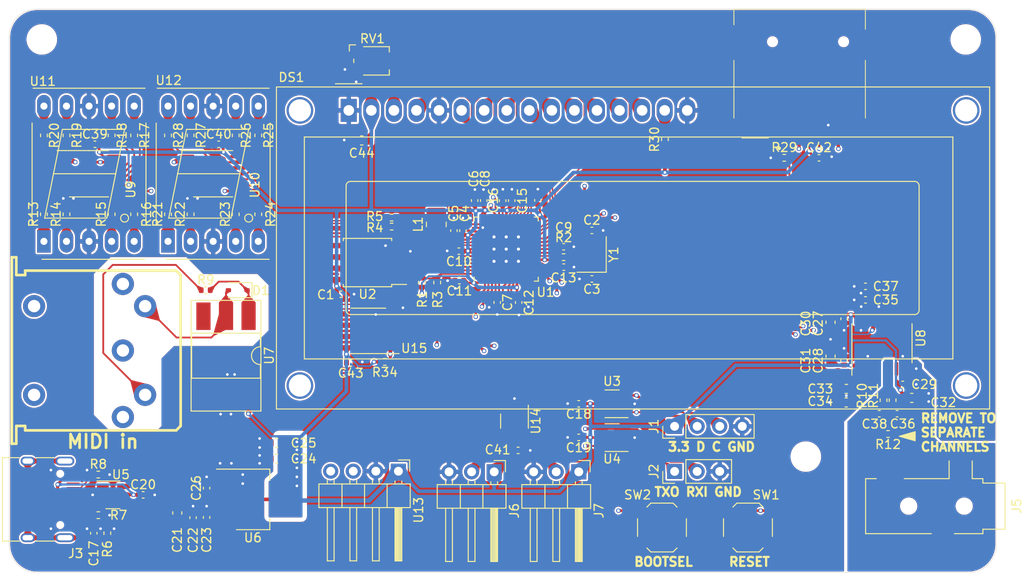
<source format=kicad_pcb>
(kicad_pcb (version 20221018) (generator pcbnew)
  (title_block (title "picoX7 Dedicated Hardware") (date "2025-02-05") (rev "0.1.0a") (company "github.com/GeorgeRudolf/picoX7"))
  (layers (0 "F.Cu" signal) (1 "In1.Cu" signal) (2 "In2.Cu" signal) (31 "B.Cu" signal) (34 "B.Paste" user) (35 "F.Paste" user) (36 "B.SilkS" user "B.Silkscreen") (37 "F.SilkS" user "F.Silkscreen") (38 "B.Mask" user) (39 "F.Mask" user) (44 "Edge.Cuts" user))
  (net 0 "")
  (net 1 "Net-(D1-K)")
  (net 2 "Net-(D1-A)")
  (net 3 "GND")
  (net 4 "/RP2350 Core/XOUT")
  (net 5 "+3V3")
  (net 6 "Net-(C3-Pad1)")
  (net 7 "+1V1")
  (net 8 "Net-(J3-SHIELD)")
  (net 9 "Net-(U8-CAPP)")
  (net 10 "Net-(U8-CAPM)")
  (net 11 "Net-(U8-VNEG)")
  (net 12 "Net-(U8-LDOO)")
  (net 13 "/Audio Output/R_CH")
  (net 14 "/Audio Output/L_CH")
  (net 15 "/SWDAT")
  (net 16 "/SWCLK")
  (net 17 "/DEBUG_TXO")
  (net 18 "/DEBUG_RXI")
  (net 19 "/USB, Power, IO/CC1")
  (net 20 "/USB, Power, IO/Din+")
  (net 21 "/USB, Power, IO/Din-")
  (net 23 "/USB, Power, IO/CC2")
  (net 25 "/RP2350 Core/ADC0")
  (net 26 "+5V")
  (net 27 "/RP2350 Core/ADC1")
  (net 28 "/RP2350 Core/VREG_LX")
  (net 29 "/RP2350 Core/XIN")
  (net 30 "/BOOTSEL")
  (net 31 "/USB+")
  (net 32 "/RP2350 Core/USB_D+")
  (net 33 "/USB-")
  (net 34 "/RP2350 Core/USB_D-")
  (net 35 "Net-(J4-Pad4)")
  (net 36 "Net-(U8-OUTL)")
  (net 37 "Net-(U8-OUTR)")
  (net 38 "/User Interface/E1")
  (net 39 "Net-(U9-Q0)")
  (net 40 "/User Interface/D1")
  (net 41 "Net-(U9-Q1)")
  (net 42 "/User Interface/C1")
  (net 43 "Net-(U9-Q2)")
  (net 44 "/User Interface/DP1")
  (net 45 "Net-(U9-Q3)")
  (net 46 "/User Interface/B1")
  (net 47 "Net-(U9-Q4)")
  (net 48 "/User Interface/A1")
  (net 49 "Net-(U9-Q5)")
  (net 50 "/User Interface/F1")
  (net 51 "Net-(U9-Q6)")
  (net 52 "/User Interface/G1")
  (net 53 "Net-(U10-DSA)")
  (net 54 "/User Interface/E2")
  (net 55 "Net-(U10-Q0)")
  (net 56 "/User Interface/D2")
  (net 57 "Net-(U10-Q1)")
  (net 58 "/User Interface/C2")
  (net 59 "Net-(U10-Q2)")
  (net 60 "/User Interface/DP2")
  (net 61 "Net-(U10-Q3)")
  (net 62 "/User Interface/B2")
  (net 63 "Net-(U10-Q4)")
  (net 64 "/User Interface/A2")
  (net 65 "Net-(U10-Q5)")
  (net 66 "/User Interface/F2")
  (net 67 "Net-(U10-Q6)")
  (net 68 "/User Interface/G2")
  (net 69 "Net-(U10-Q7)")
  (net 70 "/RUN")
  (net 71 "/RP2350 Core/QSPI_SD1")
  (net 72 "/RP2350 Core/QSPI_SD2")
  (net 73 "/RP2350 Core/QSPI_SD0")
  (net 74 "/RP2350 Core/QSPI_SCLK")
  (net 75 "/RP2350 Core/QSPI_SD3")
  (net 77 "/MIDI")
  (net 78 "/Audio Output/I2S_LRCLK")
  (net 79 "/Audio Output/I2S_DAT")
  (net 80 "/Audio Output/I2S_CLK")
  (net 81 "/RP2350 Core/7SEG_SEGDAT")
  (net 82 "/RP2350 Core/7SEG_SHFCLK")
  (net 83 "/RP2350 Core/DISP_SCLK")
  (net 84 "/RP2350 Core/DISP_SDAT")
  (net 85 "Net-(DS1-LED(+))")
  (net 86 "Net-(DS1-VO)")
  (net 87 "/RP2350 Core/DISP_RS")
  (net 88 "/RP2350 Core/DISP_E")
  (net 89 "/RP2350 Core/DISP_D0")
  (net 90 "/RP2350 Core/DISP_D1")
  (net 91 "/RP2350 Core/DISP_D2")
  (net 92 "/RP2350 Core/DISP_D3")
  (net 93 "/RP2350 Core/DISP_D4")
  (net 94 "/RP2350 Core/DISP_D5")
  (net 95 "/RP2350 Core/DISP_D6")
  (net 96 "/RP2350 Core/DISP_D7")
  (net 100 "/RP2350 Core/~{QSPI_SS}")
  (net 101 "/RP2350 Core/SD_CLK")
  (net 102 "/RP2350 Core/~{SPARE_SS}")
  (net 106 "/RP2350 Core/SD_MOSI")
  (net 107 "/RP2350 Core/SD_MISO")
  (net 108 "/RP2350 Core/~{SD_CS}")
  (footprint "Resistor_SMD:R_0402_1005Metric" (layer "F.Cu") (at 66.7766 51.7022 90)
    (fp_text reference "R14")
    (fp_text value "330")
  )
  (footprint "Capacitor_SMD:C_0603_1608Metric" (layer "F.Cu") (at 152.781 67.691 90)
    (fp_text reference "C31")
    (fp_text value "10uF")
  )
  (footprint "Capacitor_SMD:C_0402_1005Metric" (layer "F.Cu") (at 110.3884 53.5406 90)
    (fp_text reference "C5")
    (fp_text value "4.7uF")
  )
  (footprint "Capacitor_SMD:C_0402_1005Metric" (layer "F.Cu") (at 156.718 59.8186 180)
    (fp_text reference "C37")
    (fp_text value "1uF")
  )
  (footprint "Capacitor_SMD:C_0402_1005Metric" (layer "F.Cu") (at 82.55 85.852 90)
    (fp_text reference "C23")
    (fp_text value "100nF")
  )
  (footprint "Package_SO:TSSOP-14_4.4x5mm_P0.65mm" (layer "F.Cu") (at 83.2866 47.1322)
    (fp_text reference "U10")
    (fp_text value "74HC164")
  )
  (footprint "Capacitor_SMD:C_0402_1005Metric" (layer "F.Cu") (at 117.678907 61.636307 -90)
    (fp_text reference "C12")
    (fp_text value "100nF")
  )
  (footprint "Connector_PinHeader_2.54mm:PinHeader_1x03_P2.54mm_Horizontal" (layer "F.Cu") (at 114.92 80.715 -90)
    (fp_text reference "J6")
    (fp_text value "Conn_01x03")
  )
  (footprint "Capacitor_SMD:C_0603_1608Metric" (layer "F.Cu") (at 161.925 72.39)
    (fp_text reference "C32")
    (fp_text value "10uF")
  )
  (footprint "Resistor_SMD:R_0402_1005Metric" (layer "F.Cu") (at 158.75 72.646 -90)
    (fp_text reference "R10")
    (fp_text value "470")
  )
  (footprint "Capacitor_SMD:C_0402_1005Metric" (layer "F.Cu") (at 125.9197 53.5198)
    (fp_text reference "C2")
    (fp_text value "22pF")
  )
  (footprint "Resistor_SMD:R_0402_1005Metric" (layer "F.Cu") (at 134.1374 43.2562 90)
    (fp_text reference "R30")
    (fp_text value "330")
  )
  (footprint "Capacitor_SMD:C_0402_1005Metric" (layer "F.Cu") (at 160.274 74.168)
    (fp_text reference "C36")
    (fp_text value "2.2nF")
  )
  (footprint "Package_SO:TSSOP-20_4.4x6.5mm_P0.65mm" (layer "F.Cu") (at 158.5722 66.233 90)
    (fp_text reference "U8")
    (fp_text value "PCM5100A")
  )
  (footprint "Connector_PinHeader_2.54mm:PinHeader_1x03_P2.54mm_Horizontal" (layer "F.Cu") (at 124.445 80.715 -90)
    (fp_text reference "J7")
    (fp_text value "Conn_01x03")
  )
  (footprint "Resistor_SMD:R_0402_1005Metric" (layer "F.Cu") (at 70.36 81.026)
    (fp_text reference "R8")
    (fp_text value "5k1")
  )
  (footprint "Capacitor_SMD:C_0402_1005Metric" (layer "F.Cu") (at 154.305 68.199 90)
    (fp_text reference "C28")
    (fp_text value "100nF")
  )
  (footprint "Resistor_SMD:R_0402_1005Metric" (layer "F.Cu") (at 82.4484 60.2488 180)
    (fp_text reference "R9")
    (fp_text value "220")
  )
  (footprint "Resistor_SMD:R_0402_1005Metric" (layer "F.Cu") (at 71.374 87.63 90)
    (fp_text reference "R6")
    (fp_text value "1M")
  )
  (footprint "Package_SO:SOIC-8_5.23x5.23mm_P1.27mm" (layer "F.Cu") (at 100.6592 57.1398 180)
    (fp_text reference "U2")
    (fp_text value "W25Q128JVS")
  )
  (footprint "Resistor_SMD:R_0402_1005Metric" (layer "F.Cu") (at 103.378 52.07)
    (fp_text reference "R5")
    (fp_text value "27")
  )
  (footprint "Capacitor_SMD:C_0603_1608Metric" (layer "F.Cu") (at 90.424 77.47 180)
    (fp_text reference "C25")
    (fp_text value "22uF")
  )
  (footprint "Package_TO_SOT_SMD:SOT-23-6" (layer "F.Cu") (at 128.1938 73.0504 180)
    (fp_text reference "U3")
    (fp_text value "USB TVS")
  )
  (footprint "Capacitor_SMD:C_0402_1005Metric" (layer "F.Cu") (at 113.7412 50.1538 90)
    (fp_text reference "C16")
    (fp_text value "100nF")
  )
  (footprint "Package_DIP:DIP-6_W8.89mm_SMDSocket_LongPads" (layer "F.Cu") (at 84.7344 67.63 -90)
    (fp_text reference "U7")
    (fp_text value "H11L1")
  )
  (footprint "Connector_PinHeader_2.54mm:PinHeader_1x04_P2.54mm_Horizontal" (layer "F.Cu") (at 104.14 80.645 -90)
    (fp_text reference "U13")
    (fp_text value "Waveshare 16x2 I2C LCD (AIP31068L)")
  )
  (footprint "Button_Switch_SMD:SW_SPST_TL3342" (layer "F.Cu") (at 133.8072 86.99 180)
    (fp_text reference "SW2")
    (fp_text value "SW_SPST")
  )
  (footprint "Resistor_SMD:R_0402_1005Metric" (layer "F.Cu") (at 103.378 53.086)
    (fp_text reference "R4")
    (fp_text value "27")
  )
  (footprint "Capacitor_SMD:C_0603_1608Metric" (layer "F.Cu") (at 100.0122 43.3832 180)
    (fp_text reference "C44")
    (fp_text value "2.2uF")
  )
  (footprint "Package_TO_SOT_SMD:SOT-23-6" (layer "F.Cu") (at 72.009 83.312)
    (fp_text reference "U5")
    (fp_text value "USB TVS")
  )
  (footprint "Capacitor_SMD:C_0402_1005Metric" (layer "F.Cu") (at 119.8398 50.1344 90)
    (fp_text reference "C14" hide)
    (fp_text value "100nF")
  )
  (footprint "Resistor_SMD:R_0402_1005Metric" (layer "F.Cu") (at 122.7374 56.5326)
    (fp_text reference "R2")
    (fp_text value "1k")
  )
  (footprint "Capacitor_SMD:C_0402_1005Metric" (layer "F.Cu") (at 81.026 85.88 90)
    (fp_text reference "C22")
    (fp_text value "1uF")
  )
  (footprint "Fiducial:Fiducial_0.5mm_Mask1mm" (layer "F.Cu") (at 168 91)
    (fp_text reference "FID3" hide)
    (fp_text value "Fiducial")
  )
  (footprint "Capacitor_SMD:C_0402_1005Metric" (layer "F.Cu") (at 122.7457 55.3618)
    (fp_text reference "C9")
    (fp_text value "100nF")
  )
  (footprint "Package_TO_SOT_SMD:SOT-23-6" (layer "F.Cu") (at 117.206 75 -90)
    (fp_text reference "U14")
    (fp_text value "USB TVS")
  )
  (footprint "Package_SO:SOIC-8_3.9x4.9mm_P1.27mm" (layer "F.Cu") (at 100.7618 64.836 180)
    (fp_text reference "U15")
    (fp_text value "~")
  )
  (footprint "Resistor_SMD:R_0402_1005Metric" (layer "F.Cu") (at 85.8266 51.7022 90)
    (fp_text reference "R23")
    (fp_text value "330")
  )
  (footprint "Capacitor_SMD:C_0402_1005Metric" (layer "F.Cu") (at 69.85 87.63 90)
    (fp_text reference "C17")
    (fp_text value "4.7nF")
  )
  (footprint "picoX7:RP2350-QFN-60-1EP_7x7_P0.4mm_EP3.4x3.4mm_ThermalVias" (layer "F.Cu") (at 116.2753 55.6246 90)
    (fp_text reference "U1")
    (fp_text value "RP2350A")
  )
  (footprint "Package_TO_SOT_SMD:SOT-223-3_TabPin2" (layer "F.Cu") (at 87.757 83.82)
    (fp_text reference "U6")
    (fp_text value "AMS1117-3.3")
  )
  (footprint "Resistor_SMD:R_0402_1005Metric" (layer "F.Cu") (at 108.5088 59.3852 -90)
    (fp_text reference "R3")
    (fp_text value "1k")
  )
  (footprint "Fiducial:Fiducial_0.5mm_Mask1mm" (layer "F.Cu") (at 62 36)
    (fp_text reference "FID1" hide)
    (fp_text value "Fiducial")
  )
  (footprint "picoX7:TF01A" (layer "F.Cu") (at 149.3032 35.858 180)
    (fp_text reference "J8" hide)
    (fp_text value "TF003" hide)
  )
  (footprint "Resistor_SMD:R_0402_1005Metric" (layer "F.Cu") (at 106.7816 59.4004 -90)
    (fp_text reference "R1")
    (fp_text value "4k7")
  )
  (footprint "Resistor_SMD:R_0402_1005Metric" (layer "F.Cu") (at 85.8266 42.8122 -90)
    (fp_text reference "R26")
    (fp_text value "330")
  )
  (footprint "Capacitor_SMD:C_0402_1005Metric" (layer "F.Cu") (at 98.778 68.453)
    (fp_text reference "C43")
    (fp_text value "100nF")
  )
  (footprint "Crystal:Crystal_SMD_3225-4Pin_3.2x2.5mm" (layer "F.Cu") (at 125.885 56.2278 90)
    (fp_text reference "Y1")
    (fp_text value "12MHz")
  )
  (footprint "Capacitor_SMD:C_0603_1608Metric" (layer "F.Cu") (at 152.781 63.868 -90)
    (fp_text reference "C30")
    (fp_text value "10uF")
  )
  (footprint "Capacitor_SMD:C_0603_1608Metric" (layer "F.Cu") (at 154.546 72.898 180)
    (fp_text reference "C34")
    (fp_text value "2.2uF")
  )
  (footprint "Inductor_SMD:L_1008_2520Metric_Pad1.43x2.20mm_HandSolder" (layer "F.Cu") (at 108.4072 52.8379 90)
    (fp_text reference "L1")
    (fp_text value "3.3uH")
  )
  (footprint "Capacitor_SMD:C_0402_1005Metric" (layer "F.Cu") (at 158.27 74.168 180)
    (fp_text reference "C38")
    (fp_text value "2.2nF")
  )
  (footprint "Capacitor_SMD:C_0402_1005Metric" (layer "F.Cu") (at 69.977 43.815 180)
    (fp_text reference "C39")
    (fp_text value "100nF")
  )
  (footprint "Capacitor_SMD:C_0402_1005Metric" (layer "F.Cu") (at 115.8748 50.1624 90)
    (fp_text reference "C8")
    (fp_text value "1uF")
  )
  (footprint "Button_Switch_SMD:SW_SPST_TL3342" (layer "F.Cu") (at 143.485 86.99 180)
    (fp_text reference "SW1")
    (fp_text value "SW_SPST")
  )
  (footprint "Diode_SMD:D_SOD-323" (layer "F.Cu") (at 86.0552 60.2488 180)
    (fp_text reference "D1")
    (fp_text value "1N4148WS")
  )
  (footprint "picoX7:PJ-320" (layer "F.Cu") (at 163.83 84.582 -90)
    (fp_text reference "J5")
    (fp_text value "PJ-320-3P SMT")
  )
  (footprint "Capacitor_SMD:C_0402_1005Metric" (layer "F.Cu") (at 112.7252 50.1538 90)
    (fp_text reference "C6")
    (fp_text value "100nF")
  )
  (footprint "Resistor_SMD:R_0402_1005Metric" (layer "F.Cu") (at 159.258 76.454 180)
    (fp_text reference "R12")
    (fp_text value "0")
  )
  (footprint "Capacitor_SMD:C_0603_1608Metric" (layer "F.Cu") (at 90.424 79.248 180)
    (fp_text reference "C24")
    (fp_text value "22uF")
  )
  (footprint "Package_TO_SOT_SMD:SOT-23-6" (layer "F.Cu") (at 128.1938 76.8604 180)
    (fp_text reference "U4")
    (fp_text value "USB TVS")
  )
  (footprint "Connector_PinHeader_2.54mm:PinHeader_1x03_P2.54mm_Vertical" (layer "F.Cu") (at 135.2296 80.6704 90)
    (fp_text reference "J2")
    (fp_text value "Conn_01x03")
  )
  (footprint "Capacitor_SMD:C_0402_1005Metric" (layer "F.Cu") (at 115.2652 61.633 -90)
    (fp_text reference "C7")
    (fp_text value "100nF")
  )
  (footprint "Capacitor_SMD:C_0402_1005Metric" (layer "F.Cu") (at 124.4372 76.835 180)
    (fp_text reference "C19")
    (fp_text value "100nF")
  )
  (footprint "Resistor_SMD:R_0402_1005Metric" (layer "F.Cu") (at 71.8566 42.8122 -90)
    (fp_text reference "R18")
    (fp_text value "330")
  )
  (footprint "Resistor_SMD:R_0402_1005Metric" (layer "F.Cu") (at 78.2066 42.8122 -90)
    (fp_text reference "R28")
    (fp_text value "330")
  )
  (footprint "Capacitor_SMD:C_0402_1005Metric" (layer "F.Cu") (at 156.718 61.3426 180)
    (fp_text reference "C35")
    (fp_text value "100nF")
  )
  (footprint "Capacitor_SMD:C_0402_1005Metric" (layer "F.Cu") (at 117.615 78.302)
    (fp_text reference "C41")
    (fp_text value "100nF")
  )
  (footprint "Capacitor_SMD:C_0402_1005Metric" (layer "F.Cu") (at 110.9472 55.8546 180)
    (fp_text reference "C10")
    (fp_text value "1uF")
  )
  (footprint "Package_SO:TSSOP-14_4.4x5mm_P0.65mm" (layer "F.Cu") (at 69.3166 47.1322)
    (fp_text reference "U9")
    (fp_text value "74HC164")
  )
  (footprint "Resistor_SMD:R_0402_1005Metric" (layer "F.Cu") (at 71.8566 51.7022 90)
    (fp_text reference "R15")
    (fp_text value "330")
  )
  (footprint "Resistor_SMD:R_0402_1005Metric" (layer "F.Cu") (at 74.3966 51.7022 90)
    (fp_text reference "R16")
    (fp_text value "330")
  )
  (footprint "Resistor_SMD:R_0402_1005Metric" (layer "F.Cu") (at 78.2066 51.7022 90)
    (fp_text reference "R21")
    (fp_text value "330")
  )
  (footprint "Capacitor_SMD:C_0402_1005Metric" (layer "F.Cu") (at 82.55 82.55 90)
    (fp_text reference "C26")
    (fp_text value "100nF")
  )
  (footprint "Connector_PinHeader_2.54mm:PinHeader_1x04_P2.54mm_Vertical" (layer "F.Cu") (at 135.2296 75.5904 90)
    (fp_text reference "J1")
    (fp_text value "Conn_01x04")
  )
  (footprint "Resistor_SMD:R_0402_1005Metric" (layer "F.Cu") (at 88.3666 42.8122 -90)
    (fp_text reference "R25")
    (fp_text value "330")
  )
  (footprint "MountingHole:MountingHole_3.2mm_M3" (layer "F.Cu") (at 64 32)
    (fp_text reference "H1" hide)
    (fp_text value "~")
  )
  (footprint "Resistor_SMD:R_0402_1005Metric" (layer "F.Cu") (at 88.3666 51.7022 90)
    (fp_text reference "R24")
    (fp_text value "330")
  )
  (footprint "Resistor_SMD:R_0402_1005Metric" (layer "F.Cu") (at 66.7766 42.8122 -90)
    (fp_text reference "R19")
    (fp_text value "330")
  )
  (footprint "Capacitor_SMD:C_0402_1005Metric" (layer "F.Cu") (at 160.909 70.866)
    (fp_text reference "C29")
    (fp_text value "100nF")
  )
  (footprint "Capacitor_SMD:C_0402_1005Metric" (layer "F.Cu") (at 124.4372 73.0504 180)
    (fp_text reference "C18")
    (fp_text value "100nF")
  )
  (footprint "Capacitor_SMD:C_0402_1005Metric" (layer "F.Cu") (at 116.8934 50.1598 90)
    (fp_text reference "C15")
    (fp_text value "100nF")
  )
  (footprint "Resistor_SMD:R_0402_1005Metric" (layer "F.Cu") (at 70.36 85.598)
    (fp_text reference "R7")
    (fp_text value "5k1")
  )
  (footprint "Capacitor_SMD:C_0402_1005Metric" (layer "F.Cu") (at 122.758907 57.648507)
    (fp_text reference "C13")
    (fp_text value "100nF")
  )
  (footprint "Resistor_SMD:R_0402_1005Metric" (layer "F.Cu") (at 64.2366 42.8122 -90)
    (fp_text reference "R20")
    (fp_text value "330")
  )
  (footprint "Resistor_SMD:R_0402_1005Metric" (layer "F.Cu") (at 80.7466 42.8122 -90)
    (fp_text reference "R27")
    (fp_text value "330")
  )
  (footprint "Capacitor_SMD:C_0402_1005Metric" (layer "F.Cu") (at 111.4044 53.5432 90)
    (fp_text reference "C4")
    (fp_text value "4.7uF")
  )
  (footprint "Resistor_SMD:R_0402_1005Metric" (layer "F.Cu") (at 102.616 68.326 180)
    (fp_text reference "R34")
    (fp_text value "4k7")
  )
  (footprint "Capacitor_SMD:C_0402_1005Metric" (layer "F.Cu") (at 83.919 43.815 180)
    (fp_text reference "C40")
    (fp_text value "100nF")
  )
  (footprint "Capacitor_SMD:C_0402_1005Metric" (layer "F.Cu") (at 111.0032 59.1742 180)
    (fp_text reference "C11")
    (fp_text value "100nF")
  )
  (footprint "Capacitor_SMD:C_0402_1005Metric" (layer "F.Cu") (at 97.6656 60.706)
    (fp_text reference "C1")
    (fp_text value "100nF")
  )
  (footprint "Potentiometer_SMD:Potentiometer_Bourns_TC33X_Vertical" (layer "F.Cu") (at 101.2174 34.417)
    (fp_text reference "RV1")
    (fp_text value "10k")
  )
  (footprint "Capacitor_SMD:C_0402_1005Metric" (layer "F.Cu") (at 151.483 45.339)
    (fp_text reference "C42")
    (fp_text value "100nF")
  )
  (footprint "Resistor_SMD:R_0402_1005Metric" (layer "F.Cu") (at 147.574 45.339)
    (fp_text reference "R29")
    (fp_text value "1M")
  )
  (footprint "Display:WC1602A" (layer "F.Cu") (at 98.552 39.9948)
    (fp_text reference "DS1")
    (fp_text value "WC1602A")
  )
  (footprint "Capacitor_SMD:C_0402_1005Metric" (layer "F.Cu") (at 125.9197 58.9828 180)
    (fp_text reference "C3")
    (fp_text value "22pF")
  )
  (footprint "Display_7Segment:7SegmentLED_LTS6760_LTS6780" (layer "F.Cu") (at 64.2366 54.7522 90)
    (fp_text reference "U11")
    (fp_text value "SM420501N/8")
  )
  (footprint "Capacitor_SMD:C_0402_1005Metric" (layer "F.Cu") (at 75.41 83.312)
    (fp_text reference "C20")
    (fp_text value "100nF")
  )
  (footprint "Resistor_SMD:R_0402_1005Metric" (layer "F.Cu") (at 64.2366 51.7022 90)
    (fp_text reference "R13")
    (fp_text value "330")
  )
  (footprint "picoX7:DIN5-180" (layer "F.Cu") (at 70.1294 67.0458 -90)
    (fp_text reference "J4" hide)
    (fp_text value "MIDI in")
  )
  (footprint "Connector_USB:USB_C_Receptacle_HRO_TYPE-C-31-M-12" (layer "F.Cu") (at 63.4691 83.82 -90)
    (fp_text reference "J3")
    (fp_text value "USB_DATA")
  )
  (footprint "Capacitor_SMD:C_0603_1608Metric" (layer "F.Cu") (at 79.248 85.344 90)
    (fp_text reference "C21")
    (fp_text value "10uF")
  )
  (footprint "Resistor_SMD:R_0402_1005Metric" (layer "F.Cu") (at 159.766 72.646 -90)
    (fp_text reference "R11")
    (fp_text value "470")
  )
  (footprint "Display_7Segment:7SegmentLED_LTS6760_LTS6780" (layer "F.Cu") (at 78.2066 54.7522 90)
    (fp_text reference "U12")
    (fp_text value "SM420501N/8")
  )
  (footprint "Resistor_SMD:R_0402_1005Metric" (layer "F.Cu") (at 74.3966 42.8122 -90)
    (fp_text reference "R17")
    (fp_text value "330")
  )
  (footprint "Capacitor_SMD:C_0402_1005Metric" (layer "F.Cu") (at 154.305 63.472 -90)
    (fp_text reference "C27")
    (fp_text value "100nF")
  )
  (footprint "MountingHole:MountingHole_3.2mm_M3" (layer "F.Cu") (at 168 32)
    (fp_text reference "H2" hide)
    (fp_text value "~")
  )
  (footprint "Capacitor_SMD:C_0603_1608Metric" (layer "F.Cu") (at 154.559 71.374)
    (fp_text reference "C33")
    (fp_text value "2.2uF")
  )
  (footprint "Resistor_SMD:R_0402_1005Metric" (layer "F.Cu") (at 80.7466 51.7022 90)
    (fp_text reference "R22")
    (fp_text value "330")
  )
  (footprint "Fiducial:Fiducial_0.5mm_Mask1mm" (layer "F.Cu") (at 163 31)
    (fp_text reference "FID2" hide)
    (fp_text value "Fiducial")
  )
  (footprint "MountingHole:MountingHole_3.2mm_M3" (layer "F.Cu") (at 150 79)
    (fp_text reference "H3" hide)
    (fp_text value "~")
  )
  (gr_poly (pts (xy 112.522 32.8676) (xy 112.544484 32.873603) (xy 112.564111 32.882602) (xy 112.580862 32.89457) (xy 112.594719 32.909479) (xy 112.605661 32.927303) (xy 112.613669 32.948014) (xy 112.618723 32.971586) (xy 112.620805 32.99799) (xy 112.619895 33.027201) (xy 112.615973 33.059191) (xy 112.609021 33.093932) (xy 112.599018 33.131398) (xy 112.585946 33.171562) (xy 112.569785 33.214396) (xy 112.550515 33.259873) (xy 112.528118 33.307966) (xy 112.473863 33.411893) (xy 112.406865 33.525958) (xy 112.365692 33.590294) (xy 112.319829 33.654185) (xy 112.269667 33.717438) (xy 112.2156 33.779855) (xy 112.158022 33.841241) (xy 112.097325 33.9014) (xy 112.033905 33.960137) (xy 111.968153 34.017256) (xy 111.831228 34.125857) (xy 111.689699 34.225636) (xy 111.546713 34.315029) (xy 111.405417 34.392469) (xy 111.268958 34.45639) (xy 111.203525 34.482792) (xy 111.140482 34.505227) (xy 111.080222 34.523499) (xy 111.023138 34.537413) (xy 110.969623 34.546774) (xy 110.920072 34.551384) (xy 110.874877 34.551049) (xy 110.834431 34.545573) (xy 110.799129 34.53476) (xy 110.769363 34.518415) (xy 110.745527 34.496341) (xy 110.728014 34.468343) (xy 110.717218 34.434225) (xy 110.713531 34.393792) (xy 110.716065 34.374857) (xy 110.723505 34.351952) (xy 110.752144 34.295214) (xy 110.797526 34.225546) (xy 110.857729 34.144918) (xy 110.930831 34.055298) (xy 111.014908 33.958655) (xy 111.10804 33.856959) (xy 111.208302 33.752177) (xy 111.313774 33.646279) (xy 111.422532 33.541234) (xy 111.532654 33.43901) (xy 111.642219 33.341577) (xy 111.749303 33.250903) (xy 111.851984 33.168957) (xy 111.94834 33.097708) (xy 112.036448 33.039125) (xy 112.144322 32.978317) (xy 112.194305 32.952869) (xy 112.241624 32.930687) (xy 112.286262 32.911746) (xy 112.328198 32.896017) (xy 112.367413 32.883475) (xy 112.403888 32.874091) (xy 112.437604 32.867839) (xy 112.46854 32.864691) (xy 112.496679 32.864621)) (fill solid) (layer "F.Cu"))
  (gr_poly (pts (xy 115.019067 30.849266) (xy 115.045962 30.851334) (xy 115.072873 30.854927) (xy 115.099783 30.860048) (xy 115.126678 30.866697) (xy 115.153542 30.874877) (xy 115.18036 30.88459) (xy 115.207115 30.895837) (xy 115.233793 30.908622) (xy 115.260378 30.922945) (xy 115.286855 30.938809) (xy 115.313207 30.956215) (xy 115.33942 30.975165) (xy 115.365478 30.995662) (xy 115.391365 31.017708) (xy 115.415302 31.040834) (xy 115.437505 31.064558) (xy 115.457975 31.088855) (xy 115.476714 31.113702) (xy 115.493725 31.139077) (xy 115.509009 31.164955) (xy 115.522569 31.191314) (xy 115.534406 31.21813) (xy 115.544522 31.24538) (xy 115.552919 31.273041) (xy 115.559599 31.30109) (xy 115.564564 31.329503) (xy 115.567816 31.358257) (xy 115.569357 31.387329) (xy 115.569189 31.416695) (xy 115.567313 31.446333) (xy 115.563732 31.476219) (xy 115.558448 31.506329) (xy 115.551462 31.536642) (xy 115.542777 31.567132) (xy 115.532394 31.597777) (xy 115.520316 31.628555) (xy 115.506544 31.65944) (xy 115.49108 31.690411) (xy 115.473926 31.721444) (xy 115.455085 31.752516) (xy 115.434557 31.783603) (xy 115.412346 31.814683) (xy 115.362878 31.876725) (xy 115.306698 31.938458) (xy 115.247779 31.994643) (xy 115.218771 32.020229) (xy 115.190054 32.044147) (xy 115.161625 32.066398) (xy 115.133476 32.086984) (xy 115.105603 32.105908) (xy 115.077999 32.12317) (xy 115.050659 32.138774) (xy 115.023576 32.152722) (xy 114.996745 32.165014) (xy 114.970161 32.175653) (xy 114.943816 32.184641) (xy 114.917706 32.19198) (xy 114.891825 32.197672) (xy 114.866167 32.201719) (xy 114.840726 32.204122) (xy 114.815495 32.204884) (xy 114.790471 32.204006) (xy 114.765646 32.201491) (xy 114.741014 32.197341) (xy 114.716571 32.191557) (xy 114.69231 32.184141) (xy 114.668225 32.175095) (xy 114.644311 32.164422) (xy 114.620561 32.152122) (xy 114.596971 32.138199) (xy 114.573533 32.122654) (xy 114.550243 32.105488) (xy 114.527094 32.086705) (xy 114.504081 32.066305) (xy 114.481198 32.044292) (xy 114.456269 32.01828) (xy 114.433079 31.991848) (xy 114.411629 31.965009) (xy 114.391922 31.937776) (xy 114.373958 31.910164) (xy 114.35774 31.882185) (xy 114.343271 31.853854) (xy 114.330551 31.825184) (xy 114.319583 31.796188) (xy 114.310369 31.76688) (xy 114.30291 31.737273) (xy 114.297209 31.707382) (xy 114.296888 31.70492) (xy 114.629349 31.70492) (xy 114.629902 31.729251) (xy 114.63165 31.752583) (xy 114.63461 31.77475) (xy 114.638803 31.795587) (xy 114.644248 31.814931) (xy 114.650964 31.832616) (xy 114.65897 31.848477) (xy 114.668287 31.86235) (xy 114.678933 31.874069) (xy 114.690928 31.883472) (xy 114.704291 31.890391) (xy 114.719041 31.894664) (xy 114.735198 31.896125) (xy 114.750683 31.894966) (xy 114.767302 31.891564) (xy 114.784948 31.886035) (xy 114.803514 31.878493) (xy 114.822895 31.869051) (xy 114.842982 31.857825) (xy 114.884853 31.830475) (xy 114.928274 31.797358) (xy 114.972393 31.759389) (xy 115.016356 31.717482) (xy 115.059312 31.672552) (xy 115.100408 31.625514) (xy 115.138791 31.577281) (xy 115.173608 31.52877) (xy 115.204006 31.480895) (xy 115.229134 31.434569) (xy 115.239455 31.412274) (xy 115.248138 31.390709) (xy 115.255077 31.369989) (xy 115.260166 31.350228) (xy 115.263297 31.331541) (xy 115.264364 31.314042) (xy 115.26384 31.29764) (xy 115.262279 31.282173) (xy 115.259699 31.267643) (xy 115.256117 31.254056) (xy 115.25155 31.241414) (xy 115.246017 31.229721) (xy 115.239534 31.218982) (xy 115.232118 31.209201) (xy 115.223789 31.20038) (xy 115.214561 31.192525) (xy 115.204454 31.185638) (xy 115.193485 31.179724) (xy 115.181671 31.174787) (xy 115.169029 31.170831) (xy 115.155578 31.167859) (xy 115.141333 31.165875) (xy 115.126314 31.164883) (xy 115.110537 31.164888) (xy 115.09402 31.165892) (xy 115.076779 31.167901) (xy 115.0402 31.174944) (xy 115.000939 31.186049) (xy 114.959136 31.201247) (xy 114.914929 31.220569) (xy 114.868459 31.244046) (xy 114.819865 31.271708) (xy 114.80142 31.283742) (xy 114.7838 31.297906) (xy 114.767025 31.314034) (xy 114.751115 31.331963) (xy 114.736088 31.351527) (xy 114.721964 31.372563) (xy 114.708763 31.394904) (xy 114.696503 31.418387) (xy 114.685205 31.442846) (xy 114.674887 31.468117) (xy 114.665569 31.494036) (xy 114.65727 31.520437) (xy 114.65001 31.547156) (xy 114.643808 31.574028) (xy 114.638684 31.600889) (xy 114.634657 31.627573) (xy 114.631745 31.653916) (xy 114.629969 31.679753) (xy 114.629349 31.70492) (xy 114.296888 31.70492) (xy 114.293268 31.677219) (xy 114.291088 31.646799) (xy 114.290672 31.616135) (xy 114.292021 31.58524) (xy 114.295138 31.554127) (xy 114.300023 31.522812) (xy 114.30668 31.491306) (xy 114.31511 31.459625) (xy 114.325315 31.42778) (xy 114.337297 31.395786) (xy 114.351059 31.363657) (xy 114.366601 31.331405) (xy 114.383925 31.299045) (xy 114.403035 31.26659) (xy 114.423931 31.234053) (xy 114.446616 31.201449) (xy 114.49736 31.136091) (xy 114.555282 31.070625) (xy 114.579247 31.045573) (xy 114.603506 31.02201) (xy 114.628045 30.99994) (xy 114.652847 30.979364) (xy 114.677897 30.960285) (xy 114.70318 30.942703) (xy 114.728679 30.926621) (xy 114.754381 30.91204) (xy 114.780268 30.898964) (xy 114.806326 30.887393) (xy 114.832539 30.87733) (xy 114.858891 30.868777) (xy 114.885367 30.861735) (xy 114.911952 30.856207) (xy 114.93863 30.852194) (xy 114.965386 30.849698) (xy 114.992203 30.848722)) (fill solid) (layer "F.Cu"))
  (gr_poly (pts (xy 122.916115 30.467375) (xy 123.185473 30.626063) (xy 123.441809 30.774457) (xy 123.679045 30.909208) (xy 123.891105 31.026969) (xy 124.07191 31.124389) (xy 124.215385 31.198121) (xy 124.271224 31.225057) (xy 124.315451 31.244816) (xy 124.347307 31.256978) (xy 124.366031 31.261125) (xy 124.383661 31.257585) (xy 124.412313 31.247193) (xy 124.500143 31.207216) (xy 124.624435 31.143923) (xy 124.780105 31.060042) (xy 124.962068 30.958301) (xy 125.10469 30.876259) (xy 125.861642 30.876259) (xy 125.869135 30.892444) (xy 125.89043 30.907513) (xy 125.924613 30.921466) (xy 126.027994 30.946023) (xy 126.171978 30.966114) (xy 126.349262 30.981741) (xy 126.552544 30.992904) (xy 127.007897 31.001833) (xy 127.47962 30.992904) (xy 127.703366 30.981741) (xy 127.909299 30.966114) (xy 128.090118 30.946023) (xy 128.238519 30.921466) (xy 128.347203 30.892444) (xy 128.384368 30.876259) (xy 128.408865 30.858958) (xy 128.422885 30.841835) (xy 128.42875 30.826154) (xy 128.425748 30.811868) (xy 128.413164 30.798931) (xy 128.390287 30.787296) (xy 128.356403 30.776917) (xy 128.310799 30.767747) (xy 128.252761 30.759739) (xy 128.096533 30.747027) (xy 127.882014 30.738408) (xy 127.603499 30.733509) (xy 127.255282 30.731958) (xy 127.094024 30.732454) (xy 126.943508 30.733943) (xy 126.803566 30.736423) (xy 126.674026 30.739896) (xy 126.554718 30.744361) (xy 126.445471 30.749818) (xy 126.346116 30.756267) (xy 126.25648 30.763708) (xy 126.176395 30.772142) (xy 126.105688 30.781568) (xy 126.044191 30.791986) (xy 125.991731 30.803396) (xy 125.948139 30.815798) (xy 125.929615 30.822371) (xy 125.913244 30.829193) (xy 125.899005 30.836262) (xy 125.886876 30.843579) (xy 125.876836 30.851145) (xy 125.868864 30.858958) (xy 125.861642 30.876259) (xy 125.10469 30.876259) (xy 125.165239 30.84143) (xy 125.384533 30.712156) (xy 125.614865 30.573208) (xy 125.684943 30.532787) (xy 126.429169 30.532787) (xy 126.442623 30.544476) (xy 126.508206 30.565436) (xy 126.619491 30.583171) (xy 126.76944 30.597682) (xy 127.157179 30.61703) (xy 127.615115 30.623479) (xy 128.086941 30.61703) (xy 128.516352 30.597682) (xy 128.697555 30.583171) (xy 128.84704 30.565436) (xy 128.957767 30.544476) (xy 129.022699 30.520292) (xy 129.036827 30.506894) (xy 129.039593 30.500563) (xy 129.039483 30.494474) (xy 129.030605 30.483015) (xy 129.010131 30.472501) (xy 128.977998 30.462918) (xy 128.934146 30.454249) (xy 128.811032 30.439594) (xy 128.640293 30.428411) (xy 128.421433 30.420577) (xy 128.153956 30.415967) (xy 127.837366 30.414458) (xy 127.553765 30.416401) (xy 127.292985 30.422065) (xy 127.058994 30.431202) (xy 126.953285 30.436994) (xy 126.855761 30.443563) (xy 126.766919 30.450875) (xy 126.687254 30.4589) (xy 126.617264 30.467608) (xy 126.557443 30.476966) (xy 126.508288 30.486945) (xy 126.470296 30.497513) (xy 126.45564 30.503008) (xy 126.443961 30.508639) (xy 126.435321 30.514401) (xy 126.429781 30.520292) (xy 126.429169 30.532787) (xy 125.684943 30.532787) (xy 126.085327 30.301845) (xy 126.242627 30.213375) (xy 127.011864 30.213375) (xy 127.016838 30.226764) (xy 127.031811 30.23913) (xy 127.056861 30.250442) (xy 127.092066 30.260669) (xy 127.137503 30.269779) (xy 127.193248 30.277743) (xy 127.335979 30.290104) (xy 127.520877 30.297504) (xy 127.748563 30.299695) (xy 128.019658 30.296429) (xy 128.334781 30.287458) (xy 129.657697 30.255708) (xy 129.657697 31.377542) (xy 132.462282 31.345792) (xy 133.552366 31.335704) (xy 134.028699 31.334816) (xy 134.444012 31.336531) (xy 134.786895 31.340727) (xy 135.045938 31.34728) (xy 135.209732 31.356065) (xy 135.252344 31.361256) (xy 135.263205 31.364044) (xy 135.266865 31.366958) (xy 135.26662 31.370057) (xy 135.265891 31.373395) (xy 135.263041 31.380746) (xy 135.258424 31.388934) (xy 135.252148 31.397882) (xy 135.244322 31.407511) (xy 135.235054 31.417746) (xy 135.224452 31.428508) (xy 135.212626 31.439719) (xy 135.199684 31.451302) (xy 135.185734 31.46318) (xy 135.170885 31.475275) (xy 135.155245 31.487509) (xy 135.122028 31.512086) (xy 135.08695 31.536291) (xy 134.820837 31.734378) (xy 134.303452 32.138715) (xy 132.867094 33.283864) (xy 131.482331 34.407186) (xy 131.029439 34.784238) (xy 130.853616 34.944125) (xy 130.852955 34.948062) (xy 130.854898 34.951933) (xy 130.866349 34.959462) (xy 130.887474 34.966682) (xy 130.917777 34.97356) (xy 131.003932 34.986169) (xy 131.120844 34.997042) (xy 131.264546 35.00593) (xy 131.431068 35.012586) (xy 131.616441 35.016761) (xy 131.816698 35.018208) (xy 132.800947 35.007625) (xy 135.097532 33.176708) (xy 137.383533 31.335209) (xy 137.383533 30.096958) (xy 132.197697 30.096958) (xy 130.926561 30.098488) (xy 129.84704 30.103242) (xy 128.952315 30.111469) (xy 128.235562 30.123416) (xy 127.689963 30.139333) (xy 127.479213 30.148857) (xy 127.308694 30.159466) (xy 127.177552 30.171191) (xy 127.084935 30.184064) (xy 127.02999 30.198115) (xy 127.016378 30.205592) (xy 127.011864 30.213375) (xy 126.242627 30.213375) (xy 126.513125 30.06124) (xy 126.696452 29.960843) (xy 126.851626 29.878181) (xy 126.972818 29.816603) (xy 127.054198 29.779458) (xy 127.203895 29.756679) (xy 127.507628 29.736133) (xy 128.562323 29.702729) (xy 130.188518 29.681232) (xy 132.356447 29.673625) (xy 137.372947 29.673625) (xy 137.574033 29.938208) (xy 137.597339 29.967555) (xy 137.61959 29.999848) (xy 137.640726 30.034807) (xy 137.660683 30.072154) (xy 137.6794 30.111609) (xy 137.696815 30.152893) (xy 137.712866 30.195727) (xy 137.727491 30.239833) (xy 137.740627 30.284931) (xy 137.752213 30.330742) (xy 137.762187 30.376988) (xy 137.770487 30.423388) (xy 137.77705 30.469664) (xy 137.781815 30.515537) (xy 137.784719 30.560728) (xy 137.785701 30.604958) (xy 137.785956 30.757597) (xy 137.7808 30.896392) (xy 137.767305 31.024863) (xy 137.742538 31.146527) (xy 137.703571 31.264905) (xy 137.647474 31.383515) (xy 137.571315 31.505877) (xy 137.472166 31.63551) (xy 137.347097 31.775933) (xy 137.193176 31.930665) (xy 137.007474 32.103226) (xy 136.787062 32.297134) (xy 136.230383 32.76307) (xy 135.4997 33.356625) (xy 134.671222 34.020895) (xy 133.951886 34.590906) (xy 133.65733 34.821032) (xy 133.419081 35.004152) (xy 133.246812 35.132454) (xy 133.188444 35.173607) (xy 133.150198 35.198125) (xy 133.08399 35.231311) (xy 132.99459 35.263196) (xy 132.885098 35.293468) (xy 132.758615 35.321818) (xy 132.618241 35.347935) (xy 132.467077 35.37151) (xy 132.308223 35.392232) (xy 132.144781 35.409792) (xy 131.979851 35.423879) (xy 131.816532 35.434183) (xy 131.657927 35.440394) (xy 131.507135 35.442203) (xy 131.367257 35.439299) (xy 131.241394 35.431372) (xy 131.132646 35.418112) (xy 131.044114 35.399208) (xy 131.017855 35.392046) (xy 130.990805 35.382589) (xy 130.963166 35.371024) (xy 130.93514 35.357537) (xy 130.906927 35.342313) (xy 130.87873 35.325539) (xy 130.85075 35.3074) (xy 130.823188 35.288083) (xy 130.796247 35.267775) (xy 130.770127 35.24666) (xy 130.74503 35.224925) (xy 130.721159 35.202755) (xy 130.698713 35.180338) (xy 130.677895 35.157859) (xy 130.658906 35.135504) (xy 130.641948 35.113459) (xy 130.619777 35.077275) (xy 130.601 35.043757) (xy 130.585789 35.012348) (xy 130.579574 34.99726) (xy 130.574314 34.98249) (xy 130.570031 34.967967) (xy 130.566746 34.953623) (xy 130.56448 34.939388) (xy 130.563255 34.925191) (xy 130.563092 34.910963) (xy 130.564012 34.896634) (xy 130.566037 34.882135) (xy 130.569188 34.867396) (xy 130.573485 34.852346) (xy 130.578952 34.836917) (xy 130.585608 34.821038) (xy 130.593475 34.80464) (xy 130.602575 34.787653) (xy 130.612929 34.770006) (xy 130.637483 34.732458) (xy 130.667308 34.691438) (xy 130.702575 34.646386) (xy 130.743454 34.596746) (xy 130.790115 34.541958) (xy 130.876291 34.449706) (xy 131.011208 34.319874) (xy 131.188045 34.15854) (xy 131.39998 33.971781) (xy 131.640193 33.765675) (xy 131.901862 33.546298) (xy 132.178165 33.319728) (xy 132.462282 33.092042) (xy 132.997733 32.652006) (xy 133.235072 32.454499) (xy 133.443886 32.278448) (xy 133.617973 32.128689) (xy 133.751133 32.010061) (xy 133.800427 31.963932) (xy 133.837164 31.927399) (xy 133.860568 31.901068) (xy 133.867028 31.891916) (xy 133.869864 31.885541) (xy 133.863744 31.877639) (xy 133.840122 31.869821) (xy 133.744539 31.854536) (xy 133.38915 31.82601) (xy 132.870298 31.801454) (xy 132.254584 31.782354) (xy 131.608607 31.7702) (xy 130.99897 31.766479) (xy 130.492272 31.77268) (xy 130.155115 31.790292) (xy 130.127995 31.791324) (xy 130.10026 31.790485) (xy 130.071974 31.78783) (xy 130.043204 31.783408) (xy 130.014015 31.777274) (xy 129.984474 31.769479) (xy 129.954646 31.760076) (xy 129.924597 31.749116) (xy 129.864099 31.722738) (xy 129.803508 31.690763) (xy 129.743352 31.65361) (xy 129.684157 31.611698) (xy 129.62645 31.565445) (xy 129.570758 31.51527) (xy 129.517609 31.461591) (xy 129.467529 31.404827) (xy 129.421046 31.345396) (xy 129.378687 31.283718) (xy 129.340979 31.22021) (xy 129.324034 31.187901) (xy 129.308449 31.155292) (xy 129.181449 30.837792) (xy 127.826782 31.642125) (xy 127.646258 31.751069) (xy 127.481438 31.85189) (xy 127.331904 31.944897) (xy 127.197238 32.030401) (xy 127.07702 32.108711) (xy 126.970833 32.180139) (xy 126.878257 32.244992) (xy 126.836943 32.275051) (xy 126.798874 32.303583) (xy 126.763999 32.330627) (xy 126.732266 32.356221) (xy 126.703621 32.380404) (xy 126.678013 32.403215) (xy 126.65539 32.424693) (xy 126.635698 32.444877) (xy 126.618886 32.463805) (xy 126.604902 32.481516) (xy 126.593692 32.498048) (xy 126.585205 32.513441) (xy 126.579389 32.527734) (xy 126.576191 32.540964) (xy 126.575558 32.553171) (xy 126.577439 32.564394) (xy 126.581781 32.574671) (xy 126.588531 32.584042) (xy 126.639485 32.626478) (xy 126.748109 32.703269) (xy 127.111084 32.942552) (xy 127.622887 33.267163) (xy 128.228948 33.642375) (xy 128.52385 33.820067) (xy 128.786351 33.980938) (xy 129.017784 34.126276) (xy 129.122267 34.193521) (xy 129.219482 34.257366) (xy 129.309598 34.317971) (xy 129.392779 34.375496) (xy 129.469194 34.430103) (xy 129.539008 34.481952) (xy 129.602389 34.531204) (xy 129.659502 34.578021) (xy 129.710515 34.622562) (xy 129.755595 34.66499) (xy 129.794907 34.705464) (xy 129.828619 34.744145) (xy 129.856897 34.781195) (xy 129.879908 34.816774) (xy 129.897818 34.851043) (xy 129.910795 34.884162) (xy 129.919004 34.916294) (xy 129.922613 34.947598) (xy 129.921788 34.978235) (xy 129.916696 35.008366) (xy 129.907504 35.038153) (xy 129.894377 35.067756) (xy 129.877484 35.097335) (xy 129.85699 35.127052) (xy 129.833061 35.157067) (xy 129.805866 35.187541) (xy 129.775759 35.219449) (xy 129.744102 35.247837) (xy 129.709593 35.272908) (xy 129.670928 35.294863) (xy 129.626807 35.313903) (xy 129.575926 35.330231) (xy 129.516984 35.344046) (xy 129.448678 35.355552) (xy 129.369706 35.364949) (xy 129.278766 35.37244) (xy 129.055772 35.382506) (xy 128.769277 35.387364) (xy 128.408865 35.388625) (xy 127.202365 35.388625) (xy 126.263947 34.834441) (xy 127.014738 34.834441) (xy 127.01526 34.837754) (xy 127.016477 34.84116) (xy 127.01838 34.844659) (xy 127.02096 34.848254) (xy 127.02811 34.855737) (xy 127.037848 34.863618) (xy 127.050098 34.87191) (xy 127.064782 34.880624) (xy 127.092578 34.894381) (xy 127.131878 34.907827) (xy 127.18203 34.920901) (xy 127.242383 34.933541) (xy 127.391087 34.957271) (xy 127.572782 34.978521) (xy 127.782257 34.996794) (xy 128.014305 35.011594) (xy 128.263716 35.022425) (xy 128.525281 35.028792) (xy 128.713451 35.032249) (xy 128.881683 35.034621) (xy 129.030879 35.035814) (xy 129.161935 35.035737) (xy 129.220943 35.035192) (xy 129.275753 35.034295) (xy 129.326478 35.033034) (xy 129.37323 35.031396) (xy 129.416122 35.029371) (xy 129.455266 35.026947) (xy 129.490775 35.024112) (xy 129.522761 35.020854) (xy 129.551336 35.017163) (xy 129.576613 35.013025) (xy 129.598704 35.008431) (xy 129.617722 35.003367) (xy 129.626113 35.000656) (xy 129.633778 34.997823) (xy 129.640731 34.994867) (xy 129.646986 34.991786) (xy 129.652557 34.98858) (xy 129.657458 34.985246) (xy 129.661703 34.981783) (xy 129.665306 34.97819) (xy 129.668281 34.974465) (xy 129.670642 34.970607) (xy 129.672403 34.966615) (xy 129.673579 34.962486) (xy 129.674183 34.958219) (xy 129.67423 34.953814) (xy 129.673732 34.949268) (xy 129.672706 34.94458) (xy 129.671164 34.939749) (xy 129.66912 34.934772) (xy 129.666589 34.92965) (xy 129.663585 34.92438) (xy 129.656213 34.91339) (xy 129.647116 34.901792) (xy 129.626295 34.880943) (xy 129.599118 34.862001) (xy 129.564934 34.844888) (xy 129.523092 34.829527) (xy 129.47294 34.815841) (xy 129.413827 34.803751) (xy 129.345103 34.793181) (xy 129.266115 34.784052) (xy 129.074748 34.76981) (xy 128.834514 34.760405) (xy 128.540207 34.755216) (xy 128.186616 34.753625) (xy 127.997749 34.755749) (xy 127.82761 34.758214) (xy 127.675578 34.761113) (xy 127.541033 34.764539) (xy 127.423355 34.768585) (xy 127.321924 34.773345) (xy 127.236121 34.77891) (xy 127.198885 34.782024) (xy 127.165324 34.785375) (xy 127.135359 34.788973) (xy 127.108914 34.792832) (xy 127.08591 34.796961) (xy 127.06627 34.801374) (xy 127.049917 34.806081) (xy 127.036773 34.811094) (xy 127.026761 34.816425) (xy 127.022905 34.819213) (xy 127.019803 34.822086) (xy 127.017445 34.825043) (xy 127.015821 34.828087) (xy 127.014922 34.831219) (xy 127.014738 34.834441) (xy 126.263947 34.834441) (xy 125.858281 34.594875) (xy 125.770649 34.544082) (xy 126.53979 34.544082) (xy 126.539844 34.54653) (xy 126.540627 34.548984) (xy 126.544379 34.553906) (xy 126.551045 34.558843) (xy 126.560626 34.563791) (xy 126.573121 34.568748) (xy 126.588531 34.573708) (xy 126.666418 34.589004) (xy 126.784984 34.602812) (xy 126.938278 34.614636) (xy 127.120344 34.623979) (xy 127.325231 34.630346) (xy 127.546984 34.63324) (xy 127.779652 34.632165) (xy 128.01728 34.626625) (xy 128.172736 34.622406) (xy 128.313882 34.617675) (xy 128.441045 34.612417) (xy 128.55455 34.606616) (xy 128.654722 34.600257) (xy 128.741887 34.593325) (xy 128.816371 34.585803) (xy 128.84896 34.581817) (xy 128.878499 34.577677) (xy 128.905032 34.573382) (xy 128.928597 34.568931) (xy 128.949237 34.56432) (xy 128.96699 34.559549) (xy 128.981899 34.554615) (xy 128.994004 34.549516) (xy 129.003346 34.54425) (xy 129.009965 34.538816) (xy 129.012266 34.536035) (xy 129.013902 34.533212) (xy 129.014877 34.530345) (xy 129.015197 34.527434) (xy 129.014867 34.524481) (xy 129.013892 34.521483) (xy 129.012277 34.518441) (xy 129.010027 34.515355) (xy 129.003643 34.509049) (xy 128.99478 34.502563) (xy 128.983479 34.495894) (xy 128.969781 34.489041) (xy 128.940713 34.477634) (xy 128.901444 34.467234) (xy 128.794164 34.449519) (xy 128.651662 34.436022) (xy 128.477657 34.426865) (xy 128.275871 34.422172) (xy 128.050024 34.422069) (xy 127.803838 34.426679) (xy 127.541032 34.436125) (xy 127.394064 34.442321) (xy 127.258754 34.448982) (xy 127.135103 34.456077) (xy 127.02311 34.463576) (xy 126.922775 34.471446) (xy 126.834098 34.479657) (xy 126.757079 34.488179) (xy 126.691719 34.496979) (xy 126.638016 34.506028) (xy 126.615537 34.510635) (xy 126.595972 34.515293) (xy 126.579322 34.519998) (xy 126.565587 34.524745) (xy 126.554766 34.529531) (xy 126.546859 34.534351) (xy 126.541867 34.539203) (xy 126.540464 34.541639) (xy 126.53979 34.544082) (xy 125.770649 34.544082) (xy 125.5845 34.436187) (xy 125.322996 34.287793) (xy 125.080096 34.153042) (xy 124.994852 34.106987) (xy 125.808383 34.106987) (xy 125.808663 34.110775) (xy 125.809527 34.114651) (xy 125.812977 34.122669) (xy 125.818668 34.131047) (xy 125.826532 34.139792) (xy 125.850068 34.156162) (xy 125.886335 34.171537) (xy 125.993405 34.199282) (xy 126.140443 34.222996) (xy 126.320145 34.242649) (xy 126.52521 34.258208) (xy 126.748336 34.269644) (xy 127.219563 34.280021) (xy 127.675411 34.27353) (xy 127.879313 34.263882) (xy 128.057465 34.249924) (xy 128.202564 34.231626) (xy 128.30731 34.208955) (xy 128.342268 34.195971) (xy 128.3644 34.181882) (xy 128.372791 34.166684) (xy 128.366531 34.150375) (xy 128.348636 34.133133) (xy 128.322586 34.117116) (xy 128.288164 34.102308) (xy 128.245154 34.088694) (xy 128.193338 34.076258) (xy 128.132499 34.064985) (xy 127.982885 34.045864) (xy 127.794576 34.031209) (xy 127.565835 34.020894) (xy 127.294927 34.014797) (xy 126.980114 34.012792) (xy 126.803913 34.013171) (xy 126.644052 34.014342) (xy 126.500004 34.016349) (xy 126.371242 34.019241) (xy 126.257239 34.023062) (xy 126.157468 34.02786) (xy 126.071401 34.033682) (xy 126.033342 34.036991) (xy 125.998511 34.040573) (xy 125.966843 34.044434) (xy 125.938272 34.04858) (xy 125.912732 34.053017) (xy 125.890156 34.05775) (xy 125.87048 34.062786) (xy 125.853636 34.068129) (xy 125.83956 34.073787) (xy 125.828186 34.079764) (xy 125.819447 34.086067) (xy 125.813277 34.092701) (xy 125.811135 34.096145) (xy 125.809611 34.099673) (xy 125.808697 34.103287) (xy 125.808383 34.106987) (xy 124.994852 34.106987) (xy 124.862125 34.035281) (xy 124.675408 33.937861) (xy 124.52627 33.864129) (xy 124.467769 33.837193) (xy 124.421036 33.817434) (xy 124.38686 33.805272) (xy 124.366031 33.801125) (xy 124.345203 33.805272) (xy 124.311027 33.817434) (xy 124.205793 33.864129) (xy 124.056655 33.937861) (xy 123.869938 34.035281) (xy 123.651967 34.153042) (xy 123.409067 34.287793) (xy 122.873783 34.594875) (xy 121.529698 35.388625) (xy 120.312615 35.388625) (xy 120.103439 35.388441) (xy 119.91913 35.387653) (xy 119.757765 35.385904) (xy 119.617422 35.382837) (xy 119.554533 35.380698) (xy 119.496179 35.378096) (xy 119.442119 35.374986) (xy 119.392113 35.371324) (xy 119.345921 35.367065) (xy 119.303302 35.362164) (xy 119.264016 35.356578) (xy 119.227823 35.35026) (xy 119.194483 35.343168) (xy 119.163755 35.335256) (xy 119.135398 35.32648) (xy 119.109174 35.316795) (xy 119.084841 35.306156) (xy 119.062159 35.29452) (xy 119.040888 35.281841) (xy 119.020787 35.268074) (xy 119.001616 35.253176) (xy 118.983135 35.237102) (xy 118.965104 35.219807) (xy 118.947282 35.201246) (xy 118.929429 35.181376) (xy 118.911305 35.160151) (xy 118.873282 35.113459) (xy 118.763214 34.975875) (xy 119.074365 34.975875) (xy 119.081655 34.987135) (xy 119.102924 34.997127) (xy 119.183774 35.013433) (xy 119.309676 35.025058) (xy 119.473389 35.032264) (xy 119.885292 35.034476) (xy 120.361563 35.022177) (xy 120.844283 34.997476) (xy 121.275533 34.962481) (xy 121.453757 34.941782) (xy 121.597394 34.9193) (xy 121.699204 34.895298) (xy 121.732162 34.882811) (xy 121.751948 34.870042) (xy 121.763048 34.854781) (xy 121.764351 34.840731) (xy 121.755483 34.827858) (xy 121.736074 34.816133) (xy 121.70575 34.805523) (xy 121.66414 34.795999) (xy 121.610872 34.78753) (xy 121.545574 34.780083) (xy 121.377398 34.768136) (xy 121.156636 34.759909) (xy 120.880312 34.755154) (xy 120.545449 34.753625) (xy 120.321382 34.754028) (xy 120.120648 34.755361) (xy 119.94202 34.757811) (xy 119.860614 34.759512) (xy 119.784275 34.761562) (xy 119.712851 34.763985) (xy 119.646188 34.766802) (xy 119.584133 34.770039) (xy 119.526534 34.773717) (xy 119.473236 34.77786) (xy 119.424088 34.782491) (xy 119.378935 34.787634) (xy 119.337625 34.793312) (xy 119.300005 34.799548) (xy 119.265921 34.806366) (xy 119.235221 34.813788) (xy 119.207752 34.821838) (xy 119.18336 34.830539) (xy 119.161892 34.839914) (xy 119.152206 34.844862) (xy 119.143195 34.849987) (xy 119.134838 34.855292) (xy 119.127116 34.860781) (xy 119.12001 34.866456) (xy 119.113502 34.872319) (xy 119.107572 34.878374) (xy 119.1022 34.884625) (xy 119.097368 34.891072) (xy 119.093057 34.897721) (xy 119.089247 34.904572) (xy 119.085919 34.911631) (xy 119.083055 34.918898) (xy 119.080635 34.926378) (xy 119.077049 34.941985) (xy 119.07501 34.958477) (xy 119.074365 34.975875) (xy 118.763214 34.975875) (xy 118.661614 34.848875) (xy 118.195948 35.113459) (xy 118.081389 35.176829) (xy 117.968055 35.231984) (xy 117.856178 35.27889) (xy 117.745991 35.317519) (xy 117.637726 35.347837) (xy 117.584388 35.359871) (xy 117.531617 35.369815) (xy 117.479442 35.377667) (xy 117.427894 35.383421) (xy 117.377001 35.387076) (xy 117.326792 35.388625) (xy 117.277296 35.388066) (xy 117.228542 35.385395) (xy 117.18056 35.380608) (xy 117.133377 35.373701) (xy 117.087025 35.36467) (xy 117.04153 35.353511) (xy 116.996924 35.34022) (xy 116.953233 35.324794) (xy 116.910489 35.307229) (xy 116.868719 35.28752) (xy 116.827953 35.265664) (xy 116.78822 35.241657) (xy 116.749549 35.215495) (xy 116.711969 35.187175) (xy 116.675509 35.156691) (xy 116.640198 35.124041) (xy 116.354448 34.859459) (xy 115.857031 35.134625) (xy 115.729664 35.201716) (xy 115.605553 35.260095) (xy 115.484728 35.30973) (xy 115.367221 35.350591) (xy 115.309722 35.367721) (xy 115.253063 35.382646) (xy 115.197249 35.395361) (xy 115.142284 35.405864) (xy 115.088172 35.41415) (xy 115.034916 35.420215) (xy 114.982521 35.424055) (xy 114.93099 35.425667) (xy 114.880327 35.425046) (xy 114.830536 35.422189) (xy 114.781621 35.417091) (xy 114.733586 35.40975) (xy 114.686434 35.400161) (xy 114.64017 35.38832) (xy 114.594798 35.374223) (xy 114.550321 35.357867) (xy 114.506743 35.339247) (xy 114.464068 35.31836) (xy 114.422299 35.295202) (xy 114.381442 35.269769) (xy 114.341499 35.242057) (xy 114.302475 35.212062) (xy 114.264374 35.17978) (xy 114.227198 35.145208) (xy 113.930865 34.859459) (xy 113.676865 35.124041) (xy 113.650481 35.15143) (xy 113.623059 35.17795) (xy 113.5948 35.203479) (xy 113.565905 35.227891) (xy 113.536576 35.251062) (xy 113.507015 35.27287) (xy 113.477422 35.293189) (xy 113.448 35.311896) (xy 113.41895 35.328866) (xy 113.390474 35.343977) (xy 113.362773 35.357102) (xy 113.336048 35.36812) (xy 113.310502 35.376905) (xy 113.286336 35.383333) (xy 113.26375 35.387281) (xy 113.253114 35.388286) (xy 113.242948 35.388625) (xy 113.223465 35.387252) (xy 113.202798 35.383222) (xy 113.181065 35.376669) (xy 113.158385 35.367727) (xy 113.134875 35.356529) (xy 113.110654 35.343209) (xy 113.060551 35.310738) (xy 113.009022 35.271384) (xy 112.957012 35.226216) (xy 112.905467 35.176305) (xy 112.855334 35.122719) (xy 112.807556 35.066528) (xy 112.763081 35.008803) (xy 112.722853 34.950613) (xy 112.705784 34.922555) (xy 113.042441 34.922555) (xy 113.042475 34.95026) (xy 113.044345 34.975214) (xy 113.04806 34.997376) (xy 113.053629 35.01671) (xy 113.061062 35.033175) (xy 113.070369 35.046734) (xy 113.08156 35.057347) (xy 113.094644 35.064976) (xy 113.109632 35.069581) (xy 113.126531 35.071125) (xy 113.157809 35.068854) (xy 113.188233 35.061885) (xy 113.217945 35.049987) (xy 113.247082 35.032926) (xy 113.275786 35.01047) (xy 113.304195 34.982386) (xy 113.332449 34.948442) (xy 113.360688 34.908406) (xy 113.38905 34.862045) (xy 113.417677 34.809125) (xy 113.446706 34.749416) (xy 113.476278 34.682683) (xy 113.494873 34.637209) (xy 114.311865 34.637209) (xy 114.312909 34.663683) (xy 114.316007 34.689508) (xy 114.3211 34.714654) (xy 114.328132 34.739094) (xy 114.337049 34.762797) (xy 114.347793 34.785734) (xy 114.360308 34.807877) (xy 114.374538 34.829197) (xy 114.390427 34.849664) (xy 114.407918 34.869249) (xy 114.426956 34.887923) (xy 114.447484 34.905657) (xy 114.469447 34.922423) (xy 114.492787 34.93819) (xy 114.543375 34.966615) (xy 114.598801 34.990698) (xy 114.658614 35.010209) (xy 114.722364 35.024913) (xy 114.789603 35.034579) (xy 114.859881 35.038974) (xy 114.932747 35.037866) (xy 115.007753 35.031021) (xy 115.084448 35.018208) (xy 115.166374 34.998041) (xy 115.256159 34.969984) (xy 115.35199 34.935074) (xy 115.452054 34.89435) (xy 115.554536 34.848852) (xy 115.657623 34.799617) (xy 115.7595 34.747685) (xy 115.858354 34.694094) (xy 115.952372 34.639883) (xy 116.039739 34.58609) (xy 116.118641 34.533755) (xy 116.151062 34.510208) (xy 116.746031 34.510208) (xy 116.748518 34.574453) (xy 116.755881 34.634242) (xy 116.767972 34.689581) (xy 116.784644 34.740478) (xy 116.80575 34.786942) (xy 116.831142 34.828979) (xy 116.860674 34.866599) (xy 116.894198 34.899807) (xy 116.931566 34.928613) (xy 116.972632 34.953024) (xy 117.017248 34.973047) (xy 117.065268 34.988691) (xy 117.116542 34.999963) (xy 117.170925 35.006871) (xy 117.228269 35.009422) (xy 117.288427 35.007625) (xy 117.351252 35.001487) (xy 117.416595 34.991016) (xy 117.484311 34.97622) (xy 117.554251 34.957106) (xy 117.700216 34.905957) (xy 117.853313 34.83763) (xy 118.012363 34.752189) (xy 118.176187 34.649693) (xy 118.293268 34.566135) (xy 119.697815 34.566135) (xy 119.699113 34.573708) (xy 119.703081 34.580819) (xy 119.719385 34.593704) (xy 119.74744 34.6049) (xy 119.78796 34.614515) (xy 119.841657 34.622656) (xy 119.991436 34.634955) (xy 120.202482 34.642665) (xy 120.480502 34.646655) (xy 120.831199 34.647792) (xy 121.08617 34.645849) (xy 121.331096 34.640185) (xy 121.559898 34.631048) (xy 121.7665 34.618687) (xy 121.944825 34.60335) (xy 122.021484 34.594642) (xy 122.088795 34.585284) (xy 122.145999 34.575305) (xy 122.192334 34.564737) (xy 122.227043 34.553611) (xy 122.239799 34.547849) (xy 122.249364 34.541958) (xy 122.261656 34.5303) (xy 122.26364 34.524657) (xy 122.262863 34.519138) (xy 122.253062 34.508472) (xy 122.232333 34.498302) (xy 122.200751 34.488628) (xy 122.158394 34.479451) (xy 122.041667 34.462583) (xy 121.882773 34.447701) (xy 121.68233 34.434802) (xy 121.44096 34.423888) (xy 121.159281 34.414958) (xy 120.85439 34.409501) (xy 120.717029 34.408633) (xy 120.589435 34.409005) (xy 120.471391 34.410617) (xy 120.362679 34.41347) (xy 120.263083 34.417563) (xy 120.172385 34.422896) (xy 120.09037 34.429469) (xy 120.016819 34.437282) (xy 119.951515 34.446336) (xy 119.894242 34.45663) (xy 119.844783 34.468164) (xy 119.80292 34.480938) (xy 119.768436 34.494953) (xy 119.753893 34.502425) (xy 119.741115 34.510208) (xy 119.717545 34.530938) (xy 119.702874 34.549544) (xy 119.697815 34.566135) (xy 118.293268 34.566135) (xy 118.343609 34.530207) (xy 118.513449 34.393792) (xy 118.572907 34.341954) (xy 118.630196 34.287783) (xy 118.685252 34.231488) (xy 118.738013 34.173278) (xy 118.788419 34.113363) (xy 118.836405 34.051952) (xy 118.881912 33.989254) (xy 118.924875 33.925479) (xy 118.965235 33.860836) (xy 119.002927 33.795534) (xy 119.037892 33.729782) (xy 119.070065 33.66379) (xy 119.099387 33.597767) (xy 119.125793 33.531922) (xy 119.149223 33.466465) (xy 119.169615 33.401604) (xy 119.186906 33.33755) (xy 119.201034 33.274511) (xy 119.211938 33.212697) (xy 119.219555 33.152317) (xy 119.223823 33.09358) (xy 119.224681 33.036696) (xy 119.222066 32.981874) (xy 119.215916 32.929323) (xy 119.20617 32.879252) (xy 119.192765 32.831871) (xy 119.17564 32.78739) (xy 119.154731 32.746016) (xy 119.129978 32.70796) (xy 119.101319 32.673431) (xy 119.06869 32.642639) (xy 119.032031 32.615792) (xy 119.015061 32.60528) (xy 118.995984 32.595571) (xy 118.952015 32.578543) (xy 118.901132 32.564678) (xy 118.844342 32.553945) (xy 118.782654 32.546313) (xy 118.717074 32.54175) (xy 118.648611 32.540225) (xy 118.578271 32.541708) (xy 118.507064 32.546168) (xy 118.435996 32.553573) (xy 118.366075 32.563893) (xy 118.298309 32.577096) (xy 118.233706 32.593152) (xy 118.173273 32.61203) (xy 118.118018 32.633698) (xy 118.068949 32.658125) (xy 117.947703 32.730433) (xy 117.826751 32.815408) (xy 117.707133 32.911575) (xy 117.589887 33.017462) (xy 117.476051 33.131598) (xy 117.366665 33.252507) (xy 117.262767 33.378719) (xy 117.165396 33.50876) (xy 117.07559 33.641158) (xy 116.994388 33.774439) (xy 116.922829 33.907131) (xy 116.861952 34.037762) (xy 116.812794 34.164857) (xy 116.776396 34.286945) (xy 116.763306 34.345651) (xy 116.753795 34.402553) (xy 116.747994 34.457467) (xy 116.746031 34.510208) (xy 116.151062 34.510208) (xy 116.187264 34.483915) (xy 116.243796 34.437611) (xy 116.26696 34.416109) (xy 116.286421 34.395879) (xy 116.301952 34.377053) (xy 116.313326 34.35976) (xy 116.320317 34.34413) (xy 116.322698 34.330292) (xy 116.32245 34.306133) (xy 116.32121 34.285354) (xy 116.318233 34.26811) (xy 116.312776 34.254555) (xy 116.308885 34.24921) (xy 116.304095 34.244845) (xy 116.298312 34.24148) (xy 116.291444 34.239135) (xy 116.283398 34.237828) (xy 116.274081 34.237579) (xy 116.251261 34.240334) (xy 116.222239 34.247553) (xy 116.186272 34.259392) (xy 116.142616 34.276006) (xy 116.090526 34.29755) (xy 115.958069 34.356047) (xy 115.782948 34.436125) (xy 115.708669 34.468375) (xy 115.636683 34.497669) (xy 115.567055 34.52403) (xy 115.499844 34.547478) (xy 115.435114 34.568034) (xy 115.372927 34.585721) (xy 115.313344 34.600559) (xy 115.256428 34.612569) (xy 115.20224 34.621774) (xy 115.150842 34.628194) (xy 115.102297 34.63185) (xy 115.056667 34.632764) (xy 115.014013 34.630958) (xy 114.974398 34.626452) (xy 114.937884 34.619268) (xy 114.904532 34.609427) (xy 114.874404 34.596951) (xy 114.847563 34.58186) (xy 114.824071 34.564177) (xy 114.80399 34.543922) (xy 114.787381 34.521117) (xy 114.774307 34.495783) (xy 114.764829 34.467941) (xy 114.759011 34.437613) (xy 114.756912 34.40482) (xy 114.758597 34.369584) (xy 114.764126 34.331925) (xy 114.773562 34.291865) (xy 114.786967 34.249425) (xy 114.804403 34.204627) (xy 114.825931 34.157492) (xy 114.851614 34.108041) (xy 114.894932 34.032855) (xy 114.92969 33.981) (xy 115.498769 33.981) (xy 115.499132 33.99244) (xy 115.501611 34.00241) (xy 115.506245 34.010946) (xy 115.513073 34.018083) (xy 115.522133 34.023856) (xy 115.533465 34.0283) (xy 115.547106 34.031449) (xy 115.563096 34.033338) (xy 115.581473 34.034003) (xy 115.602277 34.033478) (xy 115.651318 34.028997) (xy 115.710529 34.020176) (xy 115.78022 34.007293) (xy 115.8607 33.990627) (xy 115.952281 33.970458) (xy 116.04942 33.947348) (xy 116.134575 33.925479) (xy 116.207917 33.904602) (xy 116.240211 33.894457) (xy 116.269616 33.884468) (xy 116.296153 33.874603) (xy 116.319843 33.864831) (xy 116.340708 33.855121) (xy 116.358768 33.845442) (xy 116.374046 33.835763) (xy 116.386562 33.826053) (xy 116.396339 33.816281) (xy 116.403396 33.806416) (xy 116.407756 33.796427) (xy 116.40944 33.786283) (xy 116.408468 33.775953) (xy 116.404864 33.765406) (xy 116.398647 33.754611) (xy 116.389839 33.743537) (xy 116.378461 33.732152) (xy 116.364535 33.720427) (xy 116.348082 33.708329) (xy 116.329124 33.695829) (xy 116.307681 33.682894) (xy 116.283775 33.669495) (xy 116.22866 33.641176) (xy 116.163948 33.610625) (xy 116.049206 33.558308) (xy 116.002725 33.537862) (xy 115.962369 33.521493) (xy 115.94422 33.514901) (xy 115.927283 33.509404) (xy 115.91145 33.505026) (xy 115.896616 33.501794) (xy 115.882672 33.499733) (xy 115.869514 33.498867) (xy 115.857034 33.499222) (xy 115.845125 33.500823) (xy 115.833682 33.503695) (xy 115.822597 33.507864) (xy 115.811764 33.513354) (xy 115.801076 33.520191) (xy 115.790427 33.5284) (xy 115.779711 33.538006) (xy 115.768819 33.549035) (xy 115.757647 33.561511) (xy 115.746088 33.575461) (xy 115.734034 33.590908) (xy 115.708017 33.626396) (xy 115.645365 33.716458) (xy 115.603 33.778144) (xy 115.567395 33.83242) (xy 115.53886 33.879565) (xy 115.517703 33.919857) (xy 115.509989 33.93752) (xy 115.504236 33.953576) (xy 115.500483 33.968057) (xy 115.498769 33.981) (xy 114.92969 33.981) (xy 114.952094 33.947576) (xy 115.021069 33.854266) (xy 115.099827 33.754988) (xy 115.186336 33.651803) (xy 115.278565 33.546773) (xy 115.374485 33.441961) (xy 115.472063 33.339427) (xy 115.569269 33.241234) (xy 115.664072 33.149444) (xy 115.754441 33.066118) (xy 115.838345 32.993319) (xy 115.913754 32.933108) (xy 115.978636 32.887548) (xy 116.006495 32.870906) (xy 116.030961 32.858699) (xy 116.05178 32.851187) (xy 116.068698 32.848625) (xy 116.076572 32.848964) (xy 116.084315 32.849971) (xy 116.091918 32.851634) (xy 116.099373 32.853937) (xy 116.106674 32.856869) (xy 116.113812 32.860415) (xy 116.120779 32.864562) (xy 116.127568 32.869296) (xy 116.134171 32.874603) (xy 116.14058 32.880471) (xy 116.152786 32.893831) (xy 116.164124 32.90927) (xy 116.174531 32.926677) (xy 116.183947 32.945945) (xy 116.192308 32.966964) (xy 116.199553 32.989627) (xy 116.20562 33.013824) (xy 116.210447 33.039448) (xy 116.213971 33.066389) (xy 116.216131 33.09454) (xy 116.216865 33.123792) (xy 116.217019 33.139418) (xy 116.21748 33.154544) (xy 116.218243 33.169167) (xy 116.219304 33.183282) (xy 116.22066 33.196885) (xy 116.222306 33.209972) (xy 116.22424 33.222541) (xy 116.226456 33.234586) (xy 116.228951 33.246104) (xy 116.231722 33.257091) (xy 116.234763 33.267543) (xy 116.238073 33.277457) (xy 116.241645 33.286828) (xy 116.245478 33.295652) (xy 116.249566 33.303926) (xy 116.253906 33.311646) (xy 116.258495 33.318808) (xy 116.263327 33.325407) (xy 116.2684 33.331441) (xy 116.273709 33.336905) (xy 116.27925 33.341796) (xy 116.285021 33.346109) (xy 116.291016 33.349841) (xy 116.297232 33.352987) (xy 116.303665 33.355544) (xy 116.310311 33.357509) (xy 116.317167 33.358876) (xy 116.324228 33.359643) (xy 116.33149 33.359805) (xy 116.338951 33.359359) (xy 116.346605 33.3583) (xy 116.354448 33.356625) (xy 116.370316 33.349453) (xy 116.386136 33.339928) (xy 116.401864 33.328179) (xy 116.417452 33.314333) (xy 116.432854 33.298518) (xy 116.448024 33.280862) (xy 116.477479 33.240539) (xy 116.505447 33.194387) (xy 116.531553 33.143429) (xy 116.555428 33.088688) (xy 116.576698 33.031188) (xy 116.594992 32.971951) (xy 116.609936 32.912001) (xy 116.621161 32.852361) (xy 116.628292 32.794055) (xy 116.630959 32.738105) (xy 116.628788 32.685534) (xy 116.625773 32.660836) (xy 116.621409 32.637366) (xy 116.61565 32.615253) (xy 116.608449 32.594625) (xy 116.577651 32.534403) (xy 116.537311 32.48827) (xy 116.488119 32.455616) (xy 116.430764 32.435833) (xy 116.365937 32.428314) (xy 116.294328 32.432449) (xy 116.216626 32.447629) (xy 116.133521 32.473247) (xy 116.045703 32.508694) (xy 115.953863 32.553361) (xy 115.858689 32.60664) (xy 115.760872 32.667923) (xy 115.560068 32.812064) (xy 115.356969 32.980917) (xy 115.157095 33.169613) (xy 114.965964 33.373286) (xy 114.789096 33.587066) (xy 114.63201 33.806086) (xy 114.56261 33.91604) (xy 114.500225 34.025478) (xy 114.445545 34.133793) (xy 114.39926 34.240375) (xy 114.362059 34.344616) (xy 114.334633 34.445908) (xy 114.317672 34.543641) (xy 114.311865 34.637209) (xy 113.494873 34.637209) (xy 113.506532 34.608696) (xy 113.537607 34.52722) (xy 113.569644 34.438024) (xy 113.602782 34.340875) (xy 113.648071 34.218092) (xy 113.703158 34.082906) (xy 113.765934 33.939783) (xy 113.834292 33.793188) (xy 113.906122 33.647584) (xy 113.979317 33.507437) (xy 114.051767 33.377213) (xy 114.121365 33.261375) (xy 114.152469 33.20797) (xy 114.182178 33.155107) (xy 114.210336 33.103082) (xy 114.236789 33.052189) (xy 114.261382 33.002722) (xy 114.28396 32.954975) (xy 114.304367 32.909244) (xy 114.322448 32.865823) (xy 114.338049 32.825006) (xy 114.351015 32.787089) (xy 114.36119 32.752365) (xy 114.36842 32.721129) (xy 114.372549 32.693676) (xy 114.373402 32.68146) (xy 114.373422 32.6703) (xy 114.372589 32.660233) (xy 114.370885 32.651296) (xy 114.368288 32.643525) (xy 114.364782 32.636958) (xy 114.333406 32.588731) (xy 114.302294 32.551775) (xy 114.270718 32.526942) (xy 114.254527 32.519338) (xy 114.237947 32.515085) (xy 114.220886 32.514288) (xy 114.203254 32.517056) (xy 114.184959 32.523494) (xy 114.16591 32.533709) (xy 114.125186 32.565895) (xy 114.080355 32.614469) (xy 114.030686 32.680281) (xy 113.975451 32.764186) (xy 113.913923 32.867035) (xy 113.845371 32.989681) (xy 113.684285 33.297776) (xy 113.486365 33.695292) (xy 113.412211 33.850269) (xy 113.344585 33.997496) (xy 113.283563 34.13666) (xy 113.229223 34.267453) (xy 113.181642 34.389565) (xy 113.140897 34.502684) (xy 113.107067 34.606502) (xy 113.080229 34.700708) (xy 113.069456 34.74411) (xy 113.06046 34.784993) (xy 113.053251 34.823317) (xy 113.047838 34.859045) (xy 113.044232 34.892137) (xy 113.042441 34.922555) (xy 112.705784 34.922555) (xy 112.687819 34.893027) (xy 112.658924 34.837116) (xy 112.647075 34.810122) (xy 112.637114 34.783949) (xy 112.629162 34.758728) (xy 112.623335 34.734595) (xy 112.619752 34.711683) (xy 112.618532 34.690125) (xy 112.617927 34.654938) (xy 112.615679 34.62493) (xy 112.611137 34.600316) (xy 112.607802 34.590101) (xy 112.603649 34.581315) (xy 112.598597 34.573987) (xy 112.592564 34.568143) (xy 112.58547 34.56381) (xy 112.577232 34.561016) (xy 112.567769 34.559788) (xy 112.557 34.560153) (xy 112.544844 34.562138) (xy 112.531219 34.565771) (xy 112.499236 34.578085) (xy 112.460402 34.597314) (xy 112.414063 34.623674) (xy 112.359571 34.657383) (xy 112.296272 34.698657) (xy 112.223517 34.747713) (xy 112.047031 34.870042) (xy 111.997259 34.905851) (xy 111.943534 34.941706) (xy 111.886367 34.977407) (xy 111.82627 35.012751) (xy 111.763754 35.047537) (xy 111.699332 35.081564) (xy 111.566813 35.146531) (xy 111.432805 35.206042) (xy 111.301402 35.258483) (xy 111.237957 35.281549) (xy 111.176697 35.302243) (xy 111.118135 35.320363) (xy 111.062781 35.335708) (xy 110.98166 35.357035) (xy 110.908414 35.377835) (xy 110.842237 35.398821) (xy 110.782323 35.420706) (xy 110.727866 35.444203) (xy 110.678061 35.470025) (xy 110.65465 35.484032) (xy 110.6321 35.498887) (xy 110.610309 35.51468) (xy 110.589177 35.5315) (xy 110.568604 35.549436) (xy 110.548487 35.568578) (xy 110.528727 35.589014) (xy 110.509223 35.610833) (xy 110.47058 35.65898) (xy 110.43175 35.713732) (xy 110.391928 35.7758) (xy 110.350308 35.845899) (xy 110.306083 35.924742) (xy 110.258448 36.013042) (xy 110.225871 36.068909) (xy 110.191806 36.125118) (xy 110.156501 36.181264) (xy 110.120203 36.236945) (xy 110.083162 36.291759) (xy 110.045624 36.3453) (xy 110.007838 36.397168) (xy 109.970052 36.446958) (xy 109.932514 36.494268) (xy 109.895473 36.538694) (xy 109.859175 36.579834) (xy 109.82387 36.617284) (xy 109.789805 36.650641) (xy 109.757228 36.679502) (xy 109.726387 36.703464) (xy 109.711696 36.713483) (xy 109.697531 36.722125) (xy 109.656012 36.75003) (xy 109.618384 36.774215) (xy 109.584073 36.794679) (xy 109.552507 36.811422) (xy 109.537573 36.818398) (xy 109.52311 36.824444) (xy 109.509047 36.82956) (xy 109.495311 36.833746) (xy 109.481831 36.837002) (xy 109.468535 36.839327) (xy 109.455351 36.840722) (xy 109.442208 36.841187) (xy 109.429035 36.840722) (xy 109.415758 36.839327) (xy 109.402307 36.837002) (xy 109.38861 36.833746) (xy 109.374595 36.82956) (xy 109.36019 36.824444) (xy 109.345324 36.818398) (xy 109.329926 36.811422) (xy 109.297243 36.794679) (xy 109.261568 36.774215) (xy 109.222328 36.75003) (xy 109.178948 36.722125) (xy 109.149815 36.701555) (xy 109.122001 36.679605) (xy 109.095581 36.656385) (xy 109.070634 36.632001) (xy 109.047238 36.606563) (xy 109.025469 36.58018) (xy 109.005406 36.55296) (xy 108.987125 36.52501) (xy 108.970705 36.496441) (xy 108.956223 36.46736) (xy 108.943756 36.437876) (xy 108.933382 36.408098) (xy 108.928689 36.390959) (xy 109.258977 36.390959) (xy 109.260477 36.399212) (xy 109.263615 36.404625) (xy 109.279739 36.419135) (xy 109.296367 36.430913) (xy 109.313507 36.439954) (xy 109.331166 36.446255) (xy 109.349352 36.449813) (xy 109.368073 36.450622) (xy 109.387337 36.44868) (xy 109.407151 36.443982) (xy 109.427523 36.436524) (xy 109.448461 36.426303) (xy 109.492066 36.397556) (xy 109.538027 36.357708) (xy 109.586406 36.306729) (xy 109.637266 36.244588) (xy 109.690669 36.171254) (xy 109.746676 36.086696) (xy 109.805349 35.990883) (xy 109.866751 35.883783) (xy 109.930943 35.765367) (xy 109.997988 35.635602) (xy 110.067948 35.494458) (xy 110.114689 35.398482) (xy 110.159601 35.309064) (xy 110.202591 35.226312) (xy 110.243565 35.150335) (xy 110.282431 35.081241) (xy 110.319095 35.019138) (xy 110.353465 34.964137) (xy 110.385448 34.916344) (xy 110.400515 34.895184) (xy 110.41495 34.875868) (xy 110.428742 34.858408) (xy 110.441879 34.842818) (xy 110.454349 34.829112) (xy 110.466141 34.817303) (xy 110.477243 34.807405) (xy 110.487643 34.799431) (xy 110.497331 34.793395) (xy 110.506293 34.78931) (xy 110.51452 34.78719) (xy 110.521998 34.787049) (xy 110.525453 34.787725) (xy 110.528716 34.7889) (xy 110.531787 34.790577) (xy 110.534664 34.792757) (xy 110.539828 34.798633) (xy 110.544198 34.806542) (xy 110.553062 34.828494) (xy 110.563763 34.84871) (xy 110.576278 34.867189) (xy 110.590583 34.883932) (xy 110.606655 34.898939) (xy 110.624472 34.91221) (xy 110.64401 34.923744) (xy 110.665245 34.933542) (xy 110.688154 34.941603) (xy 110.712715 34.947928) (xy 110.766696 34.95537) (xy 110.827002 34.955866) (xy 110.893448 34.949417) (xy 110.965847 34.936022) (xy 111.044013 34.915682) (xy 111.127759 34.888397) (xy 111.216901 34.854167) (xy 111.311252 34.812991) (xy 111.410626 34.76487) (xy 111.514837 34.709803) (xy 111.623698 34.647792) (xy 111.712471 34.595464) (xy 111.80008 34.539852) (xy 111.886357 34.481206) (xy 111.971129 34.419774) (xy 112.135481 34.289558) (xy 112.291771 34.151202) (xy 112.438636 34.006707) (xy 112.57471 33.858072) (xy 112.69863 33.707298) (xy 112.809032 33.556385) (xy 112.90455 33.407332) (xy 112.946302 33.334128) (xy 112.983822 33.26214) (xy 113.016939 33.191616) (xy 113.045482 33.122807) (xy 113.069282 33.055963) (xy 113.088167 32.991334) (xy 113.101967 32.929171) (xy 113.110512 32.869722) (xy 113.11363 32.813238) (xy 113.111152 32.759969) (xy 113.102907 32.710165) (xy 113.088725 32.664075) (xy 113.068434 32.621951) (xy 113.041865 32.584042) (xy 113.015111 32.554894) (xy 112.98646 32.528962) (xy 112.955937 32.506235) (xy 112.923567 32.486704) (xy 112.889376 32.470358) (xy 112.853388 32.457189) (xy 112.815629 32.447186) (xy 112.776124 32.44034) (xy 112.734898 32.436641) (xy 112.691977 32.436079) (xy 112.647385 32.438645) (xy 112.601148 32.444329) (xy 112.503838 32.465013) (xy 112.40025 32.498052) (xy 112.290585 32.54337) (xy 112.175044 32.600888) (xy 112.05383 32.67053) (xy 111.927142 32.752217) (xy 111.795184 32.845873) (xy 111.658156 32.95142) (xy 111.51626 33.068779) (xy 111.369698 33.197875) (xy 110.893448 33.642375) (xy 111.179198 33.081458) (xy 111.208204 33.024092) (xy 111.235629 32.967316) (xy 111.261379 32.911469) (xy 111.285362 32.856893) (xy 111.307485 32.80393) (xy 111.327654 32.75292) (xy 111.345777 32.704205) (xy 111.361761 32.658125) (xy 111.375512 32.615022) (xy 111.386937 32.575236) (xy 111.395945 32.539109) (xy 111.40244 32.506982) (xy 111.406332 32.479195) (xy 111.407525 32.456091) (xy 111.407081 32.446401) (xy 111.405928 32.438009) (xy 111.404055 32.430959) (xy 111.401448 32.425292) (xy 111.367435 32.376093) (xy 111.350184 32.35631) (xy 111.332739 32.339778) (xy 111.315077 32.326524) (xy 111.297175 32.316577) (xy 111.27901 32.309968) (xy 111.260557 32.306725) (xy 111.241795 32.306877) (xy 111.222699 32.310454) (xy 111.203247 32.317483) (xy 111.183415 32.327995) (xy 111.16318 32.342019) (xy 111.142518 32.359583) (xy 111.099823 32.405448) (xy 111.055144 32.465824) (xy 111.008294 32.540944) (xy 110.959088 32.631039) (xy 110.907339 32.736342) (xy 110.852862 32.857087) (xy 110.79547 32.993505) (xy 110.734977 33.145829) (xy 110.671198 33.314292) (xy 110.601332 33.487697) (xy 110.51311 33.693473) (xy 110.410005 33.924301) (xy 110.29549 34.172864) (xy 110.04612 34.693928) (xy 109.91821 34.951794) (xy 109.792781 35.198125) (xy 109.674112 35.427506) (xy 109.565736 35.644113) (xy 109.47001 35.843109) (xy 109.389292 36.019656) (xy 109.355297 36.098) (xy 109.325937 36.168918) (xy 109.301507 36.231806) (xy 109.282301 36.286059) (xy 109.268614 36.331071) (xy 109.260742 36.36624) (xy 109.259077 36.379943) (xy 109.258977 36.390959) (xy 108.928689 36.390959) (xy 108.925178 36.378133) (xy 108.919222 36.348091) (xy 108.915592 36.31808) (xy 108.914365 36.288208) (xy 108.917783 36.255608) (xy 108.927821 36.20997) (xy 108.966454 36.082991) (xy 109.02766 35.914091) (xy 109.108833 35.710094) (xy 109.20737 35.477819) (xy 109.320666 35.224087) (xy 109.446115 34.955721) (xy 109.581115 34.679541) (xy 110.112927 33.561677) (xy 110.328232 33.100475) (xy 110.470115 32.785125) (xy 110.526295 32.663582) (xy 110.554845 32.606903) (xy 110.5837 32.552953) (xy 110.612856 32.501731) (xy 110.642314 32.453238) (xy 110.672069 32.407474) (xy 110.702121 32.364437) (xy 110.732468 32.32413) (xy 110.763107 32.286551) (xy 110.794037 32.2517) (xy 110.825256 32.219578) (xy 110.856761 32.190185) (xy 110.888552 32.163519) (xy 110.920625 32.139583) (xy 110.952979 32.118375) (xy 110.985613 32.099895) (xy 111.018523 32.084144) (xy 111.051709 32.071122) (xy 111.085168 32.060828) (xy 111.118898 32.053263) (xy 111.152897 32.048426) (xy 111.187164 32.046317) (xy 111.221697 32.046937) (xy 111.256493 32.050286) (xy 111.29155 32.056363) (xy 111.326868 32.065169) (xy 111.362443 32.076703) (xy 111.398273 32.090966) (xy 111.434358 32.107957) (xy 111.470695 32.127677) (xy 111.507281 32.150125) (xy 111.554542 32.179896) (xy 111.597632 32.205729) (xy 111.637343 32.227655) (xy 111.674465 32.245706) (xy 111.709788 32.259912) (xy 111.744104 32.270304) (xy 111.761131 32.274079) (xy 111.778203 32.276913) (xy 111.795418 32.278809) (xy 111.812875 32.279771) (xy 111.830673 32.279803) (xy 111.848912 32.278908) (xy 111.887103 32.274355) (xy 111.92824 32.266144) (xy 111.973113 32.254305) (xy 112.022514 32.238869) (xy 112.077231 32.219867) (xy 112.205782 32.171292) (xy 112.307884 32.130625) (xy 112.400498 32.095989) (xy 112.484555 32.067461) (xy 112.523665 32.055511) (xy 112.560984 32.045118) (xy 112.59663 32.036291) (xy 112.630717 32.029039) (xy 112.663362 32.023372) (xy 112.694682 32.019301) (xy 112.724792 32.016834) (xy 112.75381 32.015981) (xy 112.781851 32.016751) (xy 112.809031 32.019156) (xy 112.835468 32.023204) (xy 112.861276 32.028905) (xy 112.886573 32.036268) (xy 112.911475 32.045304) (xy 112.936097 32.056022) (xy 112.960557 32.068432) (xy 112.98497 32.082543) (xy 113.009453 32.098366) (xy 113.034122 32.115909) (xy 113.059094 32.135183) (xy 113.084484 32.156197) (xy 113.110409 32.178961) (xy 113.164328 32.229777) (xy 113.221782 32.287709) (xy 113.270528 32.334359) (xy 113.314096 32.375166) (xy 113.353262 32.410236) (xy 113.3888 32.439678) (xy 113.40545 32.452323) (xy 113.421485 32.463602) (xy 113.437 32.473528) (xy 113.452093 32.482115) (xy 113.46686 32.489377) (xy 113.481399 32.495326) (xy 113.495805 32.499977) (xy 113.510177 32.503344) (xy 113.524611 32.505439) (xy 113.539204 32.506276) (xy 113.554052 32.50587) (xy 113.569254 32.504233) (xy 113.584905 32.501378) (xy 113.601102 32.497321) (xy 113.617943 32.492073) (xy 113.635524 32.48565) (xy 113.653942 32.478063) (xy 113.673294 32.469328) (xy 113.715188 32.448463) (xy 113.761981 32.423165) (xy 113.814448 32.393542) (xy 113.890578 32.349276) (xy 113.960631 32.311769) (xy 113.993572 32.29557) (xy 114.025226 32.281083) (xy 114.055671 32.268318) (xy 114.084985 32.257281) (xy 114.113244 32.247981) (xy 114.140527 32.240424) (xy 114.16691 32.23462) (xy 114.192472 32.230575) (xy 114.217289 32.228297) (xy 114.24144 32.227795) (xy 114.265002 32.229075) (xy 114.288052 32.232146) (xy 114.310669 32.237015) (xy 114.332928 32.24369) (xy 114.354909 32.252179) (xy 114.376688 32.26249) (xy 114.398343 32.27463) (xy 114.419951 32.288607) (xy 114.441591 32.304429) (xy 114.463339 32.322104) (xy 114.485273 32.341639) (xy 114.507471 32.363042) (xy 114.530009 32.386321) (xy 114.552967 32.411484) (xy 114.600447 32.467491) (xy 114.650532 32.531125) (xy 114.689824 32.586964) (xy 114.72476 32.635532) (xy 114.755944 32.677) (xy 114.770318 32.695124) (xy 114.783981 32.711538) (xy 114.797008 32.726261) (xy 114.809476 32.739316) (xy 114.821458 32.750724) (xy 114.833032 32.760506) (xy 114.844273 32.768684) (xy 114.855256 32.775278) (xy 114.866056 32.78031) (xy 114.87675 32.783802) (xy 114.887414 32.785774) (xy 114.898121 32.786249) (xy 114.908949 32.785247) (xy 114.919973 32.782789) (xy 114.931267 32.778898) (xy 114.942909 32.773593) (xy 114.954973 32.766898) (xy 114.967535 32.758832) (xy 114.980671 32.749417) (xy 114.994456 32.738675) (xy 115.008966 32.726627) (xy 115.024276 32.713295) (xy 115.0576 32.68286) (xy 115.095031 32.647541) (xy 115.16497 32.586225) (xy 115.239312 32.525606) (xy 115.317251 32.466134) (xy 115.397979 32.408259) (xy 115.480693 32.35243) (xy 115.564584 32.299098) (xy 115.648848 32.248711) (xy 115.732677 32.201719) (xy 115.815267 32.158572) (xy 115.89581 32.119719) (xy 115.9735 32.08561) (xy 116.047532 32.056694) (xy 116.117099 32.033422) (xy 116.181394 32.016242) (xy 116.239613 32.005604) (xy 116.290949 32.001958) (xy 116.311548 32.003273) (xy 116.333584 32.007144) (xy 116.356942 32.013461) (xy 116.381506 32.022112) (xy 116.4338 32.045979) (xy 116.489551 32.077861) (xy 116.547845 32.116874) (xy 116.607767 32.162135) (xy 116.668401 32.212759) (xy 116.728834 32.267865) (xy 116.788151 32.326566) (xy 116.845437 32.387981) (xy 116.899777 32.451226) (xy 116.950257 32.515415) (xy 116.995962 32.579667) (xy 117.035978 32.643098) (xy 117.069389 32.704822) (xy 117.095282 32.763958) (xy 117.098415 32.772546) (xy 117.101865 32.780448) (xy 117.105641 32.78766) (xy 117.109751 32.794179) (xy 117.114202 32.799999) (xy 117.119001 32.805119) (xy 117.124157 32.809532) (xy 117.129677 32.813237) (xy 117.13557 32.816228) (xy 117.141842 32.818503) (xy 117.148502 32.820056) (xy 117.155557 32.820885) (xy 117.163015 32.820985) (xy 117.170884 32.820353) (xy 117.179172 32.818984) (xy 117.187886 32.816875) (xy 117.197034 32.814022) (xy 117.206623 32.81042) (xy 117.22716 32.800958) (xy 117.249556 32.788458) (xy 117.273875 32.772888) (xy 117.300179 32.754217) (xy 117.328528 32.732415) (xy 117.358986 32.70745) (xy 117.391615 32.679291) (xy 117.52463 32.566443) (xy 117.591114 32.514694) (xy 117.657521 32.466074) (xy 117.723804 32.420594) (xy 117.789916 32.378263) (xy 117.855811 32.339091) (xy 117.921443 32.303087) (xy 117.986764 32.270261) (xy 118.051729 32.240623) (xy 118.116291 32.214183) (xy 118.180404 32.190949) (xy 118.24402 32.170933) (xy 118.307094 32.154143) (xy 118.369578 32.140589) (xy 118.431427 32.130281) (xy 118.492594 32.123229) (xy 118.553032 32.119442) (xy 118.612695 32.11893) (xy 118.671536 32.121703) (xy 118.729509 32.12777) (xy 118.786568 32.137141) (xy 118.842665 32.149826) (xy 118.897755 32.165834) (xy 118.951791 32.185176) (xy 119.004725 32.20786) (xy 119.056513 32.233897) (xy 119.107107 32.263296) (xy 119.15646 32.296067) (xy 119.204527 32.33222) (xy 119.251261 32.371763) (xy 119.296615 32.414708) (xy 119.362099 32.484947) (xy 119.419646 32.556922) (xy 119.469255 32.630881) (xy 119.510927 32.707073) (xy 119.544662 32.785745) (xy 119.570459 32.867146) (xy 119.588318 32.951523) (xy 119.59824 33.039125) (xy 119.600224 33.1302) (xy 119.594271 33.224995) (xy 119.580381 33.323759) (xy 119.558552 33.42674) (xy 119.528787 33.534185) (xy 119.491084 33.646344) (xy 119.445443 33.763463) (xy 119.391865 33.885792) (xy 119.36743 33.941357) (xy 119.345708 33.992969) (xy 119.326683 34.040643) (xy 119.318177 34.063008) (xy 119.31034 34.084395) (xy 119.30317 34.104805) (xy 119.296664 34.12424) (xy 119.290821 34.142702) (xy 119.285639 34.160194) (xy 119.281116 34.176716) (xy 119.277249 34.192272) (xy 119.274038 34.206862) (xy 119.27148 34.22049) (xy 119.269572 34.233156) (xy 119.268314 34.244863) (xy 119.267704 34.255613) (xy 119.267738 34.265407) (xy 119.268416 34.274248) (xy 119.269735 34.282137) (xy 119.271694 34.289077) (xy 119.274291 34.295069) (xy 119.277523 34.300116) (xy 119.279377 34.302285) (xy 119.281388 34.304218) (xy 119.283558 34.305916) (xy 119.285886 34.307379) (xy 119.288371 34.308607) (xy 119.291013 34.3096) (xy 119.296768 34.310884) (xy 119.303149 34.311231) (xy 119.310154 34.310644) (xy 119.317782 34.309125) (xy 119.391268 34.280444) (xy 119.511775 34.221068) (xy 119.544246 34.203292) (xy 120.238531 34.203292) (xy 120.245791 34.215605) (xy 120.266971 34.226763) (xy 120.347486 34.245708) (xy 120.472866 34.260311) (xy 120.635902 34.27076) (xy 121.04611 34.279938) (xy 121.520438 34.274729) (xy 122.001214 34.256622) (xy 122.43077 34.227104) (xy 122.608317 34.208532) (xy 122.751432 34.187665) (xy 122.852906 34.164689) (xy 122.885775 34.152469) (xy 122.905531 34.139792) (xy 122.91944 34.122671) (xy 122.925024 34.107008) (xy 122.921647 34.092771) (xy 122.908673 34.07993) (xy 122.885468 34.068452) (xy 122.851396 34.058308) (xy 122.80582 34.049466) (xy 122.748105 34.041896) (xy 122.593716 34.030444) (xy 122.383145 34.023706) (xy 122.111306 34.021432) (xy 121.773115 34.023375) (xy 121.550079 34.025628) (xy 121.348624 34.028501) (xy 121.167756 34.032119) (xy 121.006484 34.036604) (xy 120.863816 34.042082) (xy 120.738759 34.048676) (xy 120.682525 34.05243) (xy 120.630321 34.05651) (xy 120.582024 34.060931) (xy 120.53751 34.065708) (xy 120.496655 34.070858) (xy 120.459334 34.076395) (xy 120.425424 34.082335) (xy 120.3948 34.088694) (xy 120.36734 34.095487) (xy 120.342917 34.102729) (xy 120.32141 34.110437) (xy 120.302692 34.118625) (xy 120.286642 34.127309) (xy 120.273133 34.136505) (xy 120.262044 34.146228) (xy 120.253248 34.156493) (xy 120.246623 34.167317) (xy 120.242045 34.178714) (xy 120.239389 34.190701) (xy 120.238531 34.203292) (xy 119.544246 34.203292) (xy 119.865635 34.027344) (xy 120.234219 33.81362) (xy 120.925836 33.81362) (xy 120.939289 33.82531) (xy 121.004872 33.84627) (xy 121.116157 33.864005) (xy 121.266107 33.878516) (xy 121.653845 33.897863) (xy 122.111781 33.904312) (xy 122.583608 33.897863) (xy 123.013018 33.878516) (xy 123.194221 33.864005) (xy 123.343706 33.84627) (xy 123.454433 33.82531) (xy 123.519364 33.801125) (xy 123.533493 33.787728) (xy 123.536259 33.781397) (xy 125.195804 33.781397) (xy 125.19857 33.787728) (xy 125.204204 33.794303) (xy 125.212699 33.801125) (xy 125.239 33.81362) (xy 125.27763 33.82531) (xy 125.388357 33.84627) (xy 125.537841 33.864005) (xy 125.719045 33.878516) (xy 126.148455 33.897863) (xy 126.620281 33.904312) (xy 127.078217 33.897863) (xy 127.465956 33.878516) (xy 127.615905 33.864005) (xy 127.727191 33.84627) (xy 127.792773 33.82531) (xy 127.806227 33.81362) (xy 127.805615 33.801125) (xy 127.791435 33.789472) (xy 127.7651 33.778346) (xy 127.727108 33.767778) (xy 127.677953 33.757799) (xy 127.548142 33.739733) (xy 127.379635 33.724396) (xy 127.176402 33.712035) (xy 126.942411 33.702898) (xy 126.681631 33.697235) (xy 126.398031 33.695292) (xy 126.233565 33.695666) (xy 126.08144 33.696801) (xy 125.941594 33.69871) (xy 125.813963 33.70141) (xy 125.698487 33.704917) (xy 125.595104 33.709244) (xy 125.50375 33.714409) (xy 125.424365 33.720427) (xy 125.356886 33.727313) (xy 125.301251 33.735083) (xy 125.277856 33.739304) (xy 125.257398 33.743751) (xy 125.239871 33.748428) (xy 125.225266 33.753335) (xy 125.213575 33.758474) (xy 125.204792 33.763848) (xy 125.198907 33.769459) (xy 125.195914 33.775307) (xy 125.195804 33.781397) (xy 123.536259 33.781397) (xy 123.536149 33.775307) (xy 123.527271 33.763848) (xy 123.506797 33.753335) (xy 123.474665 33.743751) (xy 123.430812 33.735083) (xy 123.307699 33.720427) (xy 123.13696 33.709244) (xy 122.9181 33.70141) (xy 122.650623 33.696801) (xy 122.334032 33.695292) (xy 122.050432 33.697235) (xy 121.789652 33.702898) (xy 121.555661 33.712035) (xy 121.449952 33.717828) (xy 121.352428 33.724396) (xy 121.263586 33.731708) (xy 121.183921 33.739733) (xy 121.113931 33.748441) (xy 121.05411 33.757799) (xy 121.004955 33.767778) (xy 120.966962 33.778346) (xy 120.952307 33.783841) (xy 120.940628 33.789472) (xy 120.931988 33.795235) (xy 120.926448 33.801125) (xy 120.925836 33.81362) (xy 120.234219 33.81362) (xy 120.32293 33.762182) (xy 120.752027 33.504903) (xy 121.488106 33.504903) (xy 121.490341 33.512068) (xy 121.503204 33.525111) (xy 121.528003 33.536542) (xy 121.565639 33.546484) (xy 121.617011 33.555063) (xy 121.683017 33.562401) (xy 121.764557 33.568623) (xy 121.977836 33.578214) (xy 122.264041 33.584828) (xy 122.630366 33.589459) (xy 122.946191 33.587454) (xy 123.088314 33.584924) (xy 123.220221 33.581356) (xy 123.342144 33.576733) (xy 123.454315 33.571041) (xy 123.556968 33.564264) (xy 123.650334 33.556386) (xy 123.734647 33.547391) (xy 123.810138 33.537265) (xy 123.877041 33.525992) (xy 123.935588 33.513556) (xy 123.986011 33.499942) (xy 124.028544 33.485134) (xy 124.063418 33.469117) (xy 124.078056 33.46065) (xy 124.090866 33.451875) (xy 124.118621 33.429282) (xy 124.137788 33.409045) (xy 124.147467 33.391041) (xy 124.148467 33.382838) (xy 124.583597 33.382838) (xy 124.583766 33.386875) (xy 124.584597 33.391041) (xy 124.586079 33.39534) (xy 124.588195 33.399772) (xy 124.590932 33.40434) (xy 124.594277 33.409045) (xy 124.598214 33.41389) (xy 124.60273 33.418877) (xy 124.613443 33.429282) (xy 124.626304 33.440276) (xy 124.641199 33.451875) (xy 124.668647 33.469117) (xy 124.703521 33.485134) (xy 124.746053 33.499942) (xy 124.796476 33.513556) (xy 124.855023 33.525992) (xy 124.921926 33.537265) (xy 125.08173 33.556386) (xy 125.27775 33.571041) (xy 125.511844 33.581356) (xy 125.785874 33.587454) (xy 126.1017 33.589459) (xy 126.295326 33.587329) (xy 126.468023 33.584828) (xy 126.62069 33.581831) (xy 126.754227 33.578214) (xy 126.814103 33.576134) (xy 126.869533 33.573852) (xy 126.92063 33.571354) (xy 126.967506 33.568623) (xy 127.010274 33.565643) (xy 127.049046 33.562401) (xy 127.083935 33.558879) (xy 127.115052 33.555063) (xy 127.142511 33.550936) (xy 127.166424 33.546484) (xy 127.186903 33.541691) (xy 127.195889 33.539162) (xy 127.20406 33.536542) (xy 127.211428 33.533828) (xy 127.218008 33.53102) (xy 127.223814 33.528115) (xy 127.228859 33.525111) (xy 127.233159 33.522006) (xy 127.236726 33.518799) (xy 127.239576 33.515486) (xy 127.241722 33.512068) (xy 127.243177 33.50854) (xy 127.243957 33.504903) (xy 127.244075 33.501153) (xy 127.243546 33.497288) (xy 127.242382 33.493307) (xy 127.2406 33.489209) (xy 127.238211 33.484989) (xy 127.235231 33.480648) (xy 127.231673 33.476183) (xy 127.227553 33.471592) (xy 127.217676 33.462024) (xy 127.205715 33.451929) (xy 127.191781 33.441291) (xy 127.16445 33.422305) (xy 127.129894 33.404994) (xy 127.087834 33.389295) (xy 127.037993 33.375146) (xy 126.980089 33.362485) (xy 126.913845 33.35125) (xy 126.755219 33.332812) (xy 126.559882 33.319335) (xy 126.325602 33.310323) (xy 126.050146 33.305279) (xy 125.731282 33.303708) (xy 125.535795 33.303977) (xy 125.361485 33.304866) (xy 125.207453 33.306499) (xy 125.0728 33.309) (xy 125.012459 33.310615) (xy 124.956626 33.312493) (xy 124.905188 33.314651) (xy 124.858032 33.317103) (xy 124.815047 33.319865) (xy 124.77612 33.322953) (xy 124.741138 33.326381) (xy 124.70999 33.330167) (xy 124.682562 33.334324) (xy 124.658742 33.338869) (xy 124.638419 33.343817) (xy 124.629533 33.346447) (xy 124.621479 33.349184) (xy 124.614242 33.352029) (xy 124.60781 33.354984) (xy 124.602167 33.358052) (xy 124.597299 33.361235) (xy 124.593194 33.364533) (xy 124.589835 33.36795) (xy 124.587211 33.371487) (xy 124.585305 33.375146) (xy 124.584105 33.378929) (xy 124.583597 33.382838) (xy 124.148467 33.382838) (xy 124.146759 33.375146) (xy 124.142228 33.36795) (xy 124.134764 33.361235) (xy 124.110585 33.349184) (xy 124.073321 33.338869) (xy 124.022073 33.330167) (xy 123.955943 33.322953) (xy 123.874031 33.317103) (xy 123.659264 33.309) (xy 123.370579 33.304866) (xy 123.000782 33.303708) (xy 122.681918 33.305279) (xy 122.538903 33.307336) (xy 122.406462 33.310323) (xy 122.284314 33.314302) (xy 122.172181 33.319335) (xy 122.069784 33.325485) (xy 121.976844 33.332812) (xy 121.893082 33.34138) (xy 121.818218 33.35125) (xy 121.751974 33.362485) (xy 121.69407 33.375146) (xy 121.644229 33.389295) (xy 121.602169 33.404994) (xy 121.583971 33.413444) (xy 121.567613 33.422305) (xy 121.553062 33.431585) (xy 121.540281 33.441291) (xy 121.514386 33.462024) (xy 121.496832 33.480648) (xy 121.488517 33.497288) (xy 121.488106 33.504903) (xy 120.752027 33.504903) (xy 120.82723 33.459813) (xy 121.322104 33.154467) (xy 121.451271 33.071945) (xy 122.133726 33.071945) (xy 122.143966 33.083071) (xy 122.174204 33.093638) (xy 122.224395 33.103617) (xy 122.384447 33.121683) (xy 122.62375 33.137021) (xy 122.941933 33.149382) (xy 123.338622 33.158518) (xy 124.366031 33.166125) (xy 124.918618 33.164182) (xy 125.393442 33.158518) (xy 125.790131 33.149382) (xy 125.959059 33.143589) (xy 126.108313 33.137021) (xy 126.237848 33.129709) (xy 126.347616 33.121683) (xy 126.437572 33.112976) (xy 126.507668 33.103617) (xy 126.557859 33.093638) (xy 126.575475 33.088426) (xy 126.588097 33.083071) (xy 126.59572 33.077576) (xy 126.598337 33.071945) (xy 126.595943 33.066182) (xy 126.588531 33.060292) (xy 126.506056 33.036107) (xy 126.345445 33.015147) (xy 125.834468 32.982901) (xy 125.144898 32.963553) (xy 124.366031 32.957104) (xy 123.587164 32.963553) (xy 122.897594 32.982901) (xy 122.386617 33.015147) (xy 122.226007 33.036107) (xy 122.143532 33.060292) (xy 122.133726 33.071945) (xy 121.451271 33.071945) (xy 121.751122 32.880375) (xy 121.947372 32.746905) (xy 122.760073 32.746905) (xy 122.763838 32.762132) (xy 122.781012 32.775699) (xy 122.812512 32.787717) (xy 122.85925 32.798292) (xy 123.002105 32.815552) (xy 123.216892 32.828347) (xy 123.510931 32.837546) (xy 124.366031 32.848625) (xy 124.751662 32.846703) (xy 125.089667 32.841184) (xy 125.378063 32.83244) (xy 125.503038 32.826975) (xy 125.614865 32.820844) (xy 125.713299 32.814092) (xy 125.798089 32.806767) (xy 125.868989 32.798915) (xy 125.925751 32.790582) (xy 125.968125 32.781815) (xy 125.98384 32.777283) (xy 125.995865 32.772661) (xy 126.004169 32.767953) (xy 126.008722 32.763165) (xy 126.009492 32.758304) (xy 126.006448 32.753375) (xy 125.982891 32.738866) (xy 125.94462 32.72511) (xy 125.827834 32.6999) (xy 125.663888 32.677821) (xy 125.46058 32.658952) (xy 124.96707 32.63115) (xy 124.409688 32.617114) (xy 123.850818 32.617466) (xy 123.352843 32.632824) (xy 123.146186 32.646325) (xy 122.978148 32.663809) (xy 122.856525 32.685356) (xy 122.815556 32.697677) (xy 122.789116 32.711042) (xy 122.768804 32.729911) (xy 122.760073 32.746905) (xy 121.947372 32.746905) (xy 122.057853 32.671768) (xy 122.147726 32.602717) (xy 122.185866 32.562875) (xy 122.187114 32.555005) (xy 122.184943 32.54531) (xy 122.170548 32.520583) (xy 122.1431 32.488972) (xy 122.103018 32.450758) (xy 121.986622 32.355632) (xy 121.927724 32.312637) (xy 122.723442 32.312637) (xy 122.725615 32.319458) (xy 122.740782 32.331111) (xy 122.770057 32.342237) (xy 122.812912 32.352805) (xy 122.868821 32.362784) (xy 123.01769 32.38085) (xy 123.212448 32.396188) (xy 123.448878 32.408549) (xy 123.722763 32.417685) (xy 124.029886 32.423349) (xy 124.366031 32.425292) (xy 124.702176 32.423349) (xy 125.0093 32.417685) (xy 125.283185 32.408549) (xy 125.519615 32.396188) (xy 125.622467 32.388875) (xy 125.714373 32.38085) (xy 125.794808 32.372143) (xy 125.863243 32.362784) (xy 125.919151 32.352805) (xy 125.962007 32.342237) (xy 125.991281 32.331111) (xy 126.000661 32.325349) (xy 126.006448 32.319458) (xy 126.008621 32.312637) (xy 126.00721 32.306061) (xy 125.993695 32.293641) (xy 125.966009 32.282182) (xy 125.924262 32.271668) (xy 125.799019 32.253416) (xy 125.618834 32.23876) (xy 125.384574 32.227578) (xy 125.097108 32.219743) (xy 124.757305 32.215134) (xy 124.366031 32.213625) (xy 123.974758 32.215134) (xy 123.634955 32.219743) (xy 123.484625 32.22325) (xy 123.347489 32.227578) (xy 123.223654 32.232743) (xy 123.11323 32.23876) (xy 123.016323 32.245646) (xy 122.933044 32.253416) (xy 122.863501 32.262085) (xy 122.807801 32.271668) (xy 122.766054 32.282182) (xy 122.750447 32.287792) (xy 122.738369 32.293641) (xy 122.729833 32.29973) (xy 122.724853 32.306061) (xy 122.723442 32.312637) (xy 121.927724 32.312637) (xy 121.824709 32.237437) (xy 121.620628 32.098407) (xy 121.454053 31.990305) (xy 122.133726 31.990305) (xy 122.13612 31.996068) (xy 122.143532 32.001958) (xy 122.16977 32.011867) (xy 122.216023 32.021699) (xy 122.364293 32.040819) (xy 122.579784 32.058699) (xy 122.853938 32.074719) (xy 123.178197 32.088258) (xy 123.544004 32.098697) (xy 123.942802 32.105415) (xy 124.366031 32.107792) (xy 124.789262 32.105415) (xy 125.188059 32.098697) (xy 125.553866 32.088258) (xy 125.878125 32.074719) (xy 126.152278 32.058699) (xy 126.367769 32.040819) (xy 126.450842 32.031375) (xy 126.516039 32.021699) (xy 126.562292 32.011867) (xy 126.588531 32.001958) (xy 126.598337 31.990305) (xy 126.588097 31.979179) (xy 126.557859 31.968611) (xy 126.507668 31.958633) (xy 126.347616 31.940567) (xy 126.108313 31.925229) (xy 125.790131 31.912868) (xy 125.393442 31.903732) (xy 124.366031 31.896125) (xy 123.813445 31.898068) (xy 123.338622 31.903732) (xy 122.941933 31.912868) (xy 122.773005 31.918661) (xy 122.62375 31.925229) (xy 122.494216 31.932541) (xy 122.384447 31.940567) (xy 122.294491 31.949274) (xy 122.224395 31.958633) (xy 122.174204 31.968611) (xy 122.156588 31.973824) (xy 122.143966 31.979179) (xy 122.136343 31.984675) (xy 122.133726 31.990305) (xy 121.454053 31.990305) (xy 121.377728 31.940773) (xy 121.099358 31.766768) (xy 120.788865 31.578625) (xy 120.756065 31.558896) (xy 121.491637 31.558896) (xy 121.494403 31.565228) (xy 121.500037 31.571803) (xy 121.508531 31.578625) (xy 121.534832 31.59112) (xy 121.573463 31.602809) (xy 121.68419 31.623769) (xy 121.833674 31.641505) (xy 122.014878 31.656016) (xy 122.444289 31.675363) (xy 122.916115 31.681812) (xy 123.374051 31.675363) (xy 123.76179 31.656016) (xy 123.911739 31.641505) (xy 124.023025 31.623769) (xy 124.088607 31.602809) (xy 124.093736 31.598353) (xy 124.666637 31.598353) (xy 124.666747 31.604443) (xy 124.675625 31.615902) (xy 124.696099 31.626415) (xy 124.728232 31.635999) (xy 124.772084 31.644668) (xy 124.895198 31.659323) (xy 125.065937 31.670506) (xy 125.284797 31.67834) (xy 125.552274 31.68295) (xy 125.868864 31.684458) (xy 126.152465 31.682515) (xy 126.413245 31.676852) (xy 126.647236 31.667715) (xy 126.752945 31.661922) (xy 126.850469 31.655354) (xy 126.939311 31.648042) (xy 127.018976 31.640016) (xy 127.088966 31.631309) (xy 127.148787 31.62195) (xy 127.197941 31.611972) (xy 127.235933 31.601404) (xy 127.250589 31.595909) (xy 127.262267 31.590278) (xy 127.270908 31.584515) (xy 127.276447 31.578625) (xy 127.277059 31.56613) (xy 127.263606 31.55444) (xy 127.198023 31.53348) (xy 127.086738 31.515745) (xy 126.936789 31.501234) (xy 126.549051 31.481887) (xy 126.091115 31.475438) (xy 125.619288 31.481887) (xy 125.189878 31.501234) (xy 125.008675 31.515745) (xy 124.85919 31.53348) (xy 124.748463 31.55444) (xy 124.683532 31.578625) (xy 124.669403 31.592022) (xy 124.666637 31.598353) (xy 124.093736 31.598353) (xy 124.10206 31.59112) (xy 124.101449 31.578625) (xy 124.087269 31.566972) (xy 124.060934 31.555846) (xy 124.022942 31.545278) (xy 123.973787 31.535299) (xy 123.843976 31.517233) (xy 123.675469 31.501896) (xy 123.472236 31.489535) (xy 123.238245 31.480398) (xy 122.977465 31.474735) (xy 122.693864 31.472792) (xy 122.529399 31.473166) (xy 122.377274 31.474301) (xy 122.237427 31.47621) (xy 122.109797 31.47891) (xy 121.994321 31.482416) (xy 121.890937 31.486744) (xy 121.799584 31.491909) (xy 121.720198 31.497927) (xy 121.652719 31.504813) (xy 121.597084 31.512582) (xy 121.573689 31.516803) (xy 121.553232 31.521251) (xy 121.535704 31.525928) (xy 121.521099 31.530835) (xy 121.509409 31.535974) (xy 121.500625 31.541348) (xy 121.49474 31.546959) (xy 121.491747 31.552807) (xy 121.491637 31.558896) (xy 120.756065 31.558896) (xy 120.528294 31.421895) (xy 120.289815 31.276793) (xy 120.072699 31.142791) (xy 119.876218 31.019362) (xy 119.699642 30.905979) (xy 119.55914 30.813264) (xy 120.317095 30.813264) (xy 120.317625 30.817321) (xy 120.318818 30.821524) (xy 120.320656 30.825875) (xy 120.323122 30.830377) (xy 120.326198 30.835033) (xy 120.334113 30.84482) (xy 120.344259 30.855257) (xy 120.356499 30.866369) (xy 120.370692 30.878178) (xy 120.386699 30.890708) (xy 120.408749 30.906444) (xy 120.43114 30.921838) (xy 120.453718 30.936798) (xy 120.476326 30.951232) (xy 120.49881 30.965045) (xy 120.521016 30.978145) (xy 120.542787 30.990438) (xy 120.563969 31.001833) (xy 120.584407 31.012236) (xy 120.603946 31.021553) (xy 120.622431 31.029692) (xy 120.639706 31.03656) (xy 120.655617 31.042063) (xy 120.670009 31.04611) (xy 120.682727 31.048606) (xy 120.68841 31.049243) (xy 120.693616 31.049458) (xy 120.702395 31.050311) (xy 120.712756 31.052807) (xy 120.724543 31.056853) (xy 120.737602 31.062357) (xy 120.751776 31.069225) (xy 120.766912 31.077364) (xy 120.782855 31.086681) (xy 120.799448 31.097083) (xy 120.816537 31.108478) (xy 120.833968 31.120772) (xy 120.851585 31.133872) (xy 120.869232 31.147685) (xy 120.886756 31.162118) (xy 120.904 31.177078) (xy 120.920811 31.192473) (xy 120.937032 31.208208) (xy 120.963199 31.23092) (xy 120.994559 31.251493) (xy 121.03184 31.270019) (xy 121.075773 31.286591) (xy 121.127085 31.301304) (xy 121.186505 31.314248) (xy 121.254762 31.325519) (xy 121.332584 31.335208) (xy 121.519839 31.350215) (xy 121.754098 31.360013) (xy 122.041192 31.365346) (xy 122.386949 31.366958) (xy 122.545587 31.366584) (xy 122.69215 31.365449) (xy 122.826712 31.36354) (xy 122.949353 31.36084) (xy 123.06015 31.357334) (xy 123.15918 31.353006) (xy 123.246521 31.347841) (xy 123.32225 31.341823) (xy 123.386445 31.334937) (xy 123.439184 31.327168) (xy 123.461281 31.322947) (xy 123.480543 31.318499) (xy 123.496979 31.313822) (xy 123.5106 31.308915) (xy 123.521415 31.303776) (xy 123.529434 31.298402) (xy 123.534666 31.292791) (xy 123.537121 31.286943) (xy 123.536808 31.280853) (xy 125.195804 31.280853) (xy 125.195914 31.286943) (xy 125.204792 31.298402) (xy 125.225266 31.308915) (xy 125.257398 31.318499) (xy 125.301251 31.327168) (xy 125.424365 31.341823) (xy 125.595104 31.353006) (xy 125.813963 31.36084) (xy 126.08144 31.365449) (xy 126.398031 31.366958) (xy 126.681631 31.365015) (xy 126.942411 31.359352) (xy 127.176402 31.350215) (xy 127.282112 31.344422) (xy 127.379635 31.337854) (xy 127.468477 31.330542) (xy 127.548142 31.322516) (xy 127.618133 31.313809) (xy 127.677953 31.30445) (xy 127.727108 31.294472) (xy 127.7651 31.283904) (xy 127.779756 31.278409) (xy 127.791435 31.272778) (xy 127.800075 31.267015) (xy 127.805615 31.261125) (xy 127.806227 31.24863) (xy 127.792773 31.23694) (xy 127.727191 31.21598) (xy 127.615905 31.198245) (xy 127.465956 31.183734) (xy 127.078217 31.164387) (xy 126.620281 31.157938) (xy 126.148455 31.164387) (xy 125.719045 31.183734) (xy 125.537841 31.198245) (xy 125.388357 31.21598) (xy 125.27763 31.23694) (xy 125.212699 31.261125) (xy 125.19857 31.274522) (xy 125.195804 31.280853) (xy 123.536808 31.280853) (xy 123.533738 31.274522) (xy 123.52792 31.267947) (xy 123.519364 31.261125) (xy 123.497407 31.251216) (xy 123.463761 31.241384) (xy 123.364253 31.222264) (xy 123.226545 31.204384) (xy 123.056344 31.188365) (xy 122.859354 31.174825) (xy 122.641279 31.164387) (xy 122.407825 31.157669) (xy 122.164697 31.155292) (xy 122.008503 31.154914) (xy 121.86516 31.153762) (xy 121.734375 31.151803) (xy 121.615853 31.149008) (xy 121.509299 31.145344) (xy 121.414418 31.140781) (xy 121.330917 31.135288) (xy 121.2585 31.128833) (xy 121.196874 31.121387) (xy 121.170015 31.117282) (xy 121.145743 31.112917) (xy 121.124021 31.108289) (xy 121.104812 31.103393) (xy 121.08808 31.098226) (xy 121.073788 31.092784) (xy 121.061899 31.087063) (xy 121.052376 31.081059) (xy 121.045183 31.074768) (xy 121.040281 31.068186) (xy 121.037636 31.06131) (xy 121.037209 31.054135) (xy 121.038965 31.046658) (xy 121.042865 31.038875) (xy 121.055903 31.023742) (xy 121.075235 31.010081) (xy 121.100955 30.997878) (xy 121.133154 30.987116) (xy 121.171927 30.977781) (xy 121.217366 30.969856) (xy 121.269564 30.963327) (xy 121.328615 30.958177) (xy 121.467645 30.951955) (xy 121.635201 30.951066) (xy 121.832026 30.955386) (xy 122.058865 30.964791) (xy 122.198241 30.97384) (xy 122.323076 30.981121) (xy 122.380225 30.984089) (xy 122.433958 30.986604) (xy 122.484351 30.988661) (xy 122.531477 30.990257) (xy 122.575409 30.991389) (xy 122.616221 30.992051) (xy 122.653987 30.99224) (xy 122.68878 30.991953) (xy 122.720674 30.991185) (xy 122.749743 30.989932) (xy 122.77606 30.988191) (xy 122.799699 30.985958) (xy 122.820733 30.983229) (xy 122.839236 30.98) (xy 122.855283 30.976267) (xy 122.862407 30.97421) (xy 122.868945 30.972026) (xy 122.874906 30.969714) (xy 122.880298 30.967274) (xy 122.885131 30.964705) (xy 122.889414 30.962006) (xy 122.893157 30.959178) (xy 122.896368 30.956219) (xy 122.899057 30.95313) (xy 122.901233 30.949909) (xy 122.902905 30.946556) (xy 122.904082 30.943071) (xy 122.904774 30.939454) (xy 122.90499 30.935703) (xy 122.904738 30.931819) (xy 122.904029 30.9278) (xy 122.902871 30.923646) (xy 122.901274 30.919358) (xy 122.899247 30.914934) (xy 122.896798 30.910373) (xy 122.890675 30.900842) (xy 122.882979 30.890761) (xy 122.873783 30.880125) (xy 122.852858 30.859276) (xy 122.825454 30.840334) (xy 122.791043 30.823221) (xy 122.749097 30.80786) (xy 122.699089 30.794174) (xy 122.640493 30.782084) (xy 122.572782 30.771514) (xy 122.495427 30.762385) (xy 122.309681 30.748143) (xy 122.079039 30.738738) (xy 121.799284 30.73355) (xy 121.466198 30.731958) (xy 121.261994 30.733974) (xy 121.08123 30.736175) (xy 120.92279 30.738749) (xy 120.785558 30.74188) (xy 120.724546 30.743713) (xy 120.668418 30.745756) (xy 120.617033 30.748031) (xy 120.570253 30.750562) (xy 120.527938 30.753372) (xy 120.489948 30.756484) (xy 120.456144 30.759922) (xy 120.426386 30.763708) (xy 120.400535 30.767867) (xy 120.378451 30.772421) (xy 120.359995 30.777393) (xy 120.352083 30.780044) (xy 120.345027 30.782808) (xy 120.338807 30.785688) (xy 120.333407 30.788687) (xy 120.32881 30.791809) (xy 120.324997 30.795055) (xy 120.321951 30.798429) (xy 120.319656 30.801934) (xy 120.318093 30.805573) (xy 120.317245 30.809349) (xy 120.317095 30.813264) (xy 119.55914 30.813264) (xy 119.542243 30.802114) (xy 119.403293 30.707241) (xy 119.282063 30.620833) (xy 119.177824 30.542363) (xy 119.131848 30.505939) (xy 119.125329 30.500563) (xy 119.692471 30.500563) (xy 119.695237 30.506894) (xy 119.700871 30.51347) (xy 119.709365 30.520292) (xy 119.735667 30.532787) (xy 119.774297 30.544476) (xy 119.885024 30.565436) (xy 120.034508 30.583171) (xy 120.215712 30.597682) (xy 120.645122 30.61703) (xy 121.116948 30.623479) (xy 121.574884 30.61703) (xy 121.962623 30.597682) (xy 122.112572 30.583171) (xy 122.223858 30.565436) (xy 122.28944 30.544476) (xy 122.302893 30.532787) (xy 122.302282 30.520292) (xy 122.288102 30.508639) (xy 122.261768 30.497513) (xy 122.223775 30.486945) (xy 122.174621 30.476966) (xy 122.044809 30.4589) (xy 121.876303 30.443563) (xy 121.67307 30.431202) (xy 121.439079 30.422065) (xy 121.178298 30.416401) (xy 120.894697 30.414458) (xy 120.730232 30.414833) (xy 120.578107 30.415967) (xy 120.43826 30.417877) (xy 120.31063 30.420577) (xy 120.195154 30.424083) (xy 120.09177 30.428411) (xy 120.000417 30.433576) (xy 119.921031 30.439594) (xy 119.853552 30.446479) (xy 119.797918 30.454249) (xy 119.774522 30.45847) (xy 119.754065 30.462918) (xy 119.736538 30.467594) (xy 119.721933 30.472501) (xy 119.710242 30.477641) (xy 119.701459 30.483015) (xy 119.695574 30.488625) (xy 119.692581 30.494474) (xy 119.692471 30.500563) (xy 119.125329 30.500563) (xy 119.089847 30.471302) (xy 119.05173 30.438386) (xy 119.017405 30.407125) (xy 118.986781 30.377453) (xy 118.959767 30.349305) (xy 118.936273 30.322613) (xy 118.916207 30.297313) (xy 118.899477 30.273338) (xy 118.885994 30.250623) (xy 118.875665 30.229102) (xy 118.868401 30.208708) (xy 118.864109 30.189377) (xy 118.862698 30.171041) (xy 118.863556 30.158293) (xy 118.866088 30.143963) (xy 118.870233 30.128207) (xy 118.875927 30.111179) (xy 118.88311 30.093036) (xy 118.883959 30.091153) (xy 119.073192 30.091153) (xy 119.073656 30.101458) (xy 119.075729 30.11211) (xy 119.07943 30.123049) (xy 119.084777 30.134215) (xy 119.091792 30.145547) (xy 119.100492 30.156986) (xy 119.110898 30.168471) (xy 119.123028 30.179943) (xy 119.136903 30.191341) (xy 119.152541 30.202606) (xy 119.169962 30.213676) (xy 119.189185 30.224493) (xy 119.210229 30.234996) (xy 119.233115 30.245125) (xy 119.306392 30.261506) (xy 119.418985 30.274973) (xy 119.737807 30.293411) (xy 120.140966 30.300935) (xy 120.579844 30.298041) (xy 121.005823 30.285226) (xy 121.370287 30.262984) (xy 121.514258 30.248484) (xy 121.624618 30.231813) (xy 121.695291 30.213034) (xy 121.713845 30.202873) (xy 121.720199 30.192209) (xy 121.718784 30.18728) (xy 121.714587 30.182418) (xy 121.698122 30.172923) (xy 121.671364 30.163768) (xy 121.634871 30.155001) (xy 121.534908 30.138816) (xy 121.402699 30.12474) (xy 121.242708 30.113143) (xy 121.059402 30.1044) (xy 120.857243 30.098881) (xy 120.640698 30.096958) (xy 120.415864 30.095532) (xy 120.197356 30.091501) (xy 119.990505 30.085238) (xy 119.800646 30.077114) (xy 119.633111 30.067503) (xy 119.493233 30.056775) (xy 119.386346 30.045303) (xy 119.34694 30.039404) (xy 119.317782 30.033459) (xy 119.292608 30.027247) (xy 119.268694 30.022464) (xy 119.246059 30.019049) (xy 119.224723 30.016943) (xy 119.204704 30.016084) (xy 119.186022 30.016413) (xy 119.168697 30.01787) (xy 119.152748 30.020395) (xy 119.138194 30.023927) (xy 119.125054 30.028407) (xy 119.113349 30.033775) (xy 119.103097 30.03997) (xy 119.094318 30.046932) (xy 119.087031 30.054602) (xy 119.081255 30.062919) (xy 119.077011 30.071823) (xy 119.074316 30.081254) (xy 119.073192 30.091153) (xy 118.883959 30.091153) (xy 118.89172 30.073931) (xy 118.901693 30.05402) (xy 118.912969 30.033458) (xy 118.925485 30.0124) (xy 118.939179 29.991001) (xy 118.95399 29.969415) (xy 118.969855 29.947799) (xy 118.986712 29.926307) (xy 119.004499 29.905094) (xy 119.023154 29.884315) (xy 119.042615 29.864125) (xy 119.071084 29.835824) (xy 119.101691 29.81036) (xy 119.135586 29.787594) (xy 119.173914 29.767386) (xy 119.217824 29.749597) (xy 119.268461 29.734086) (xy 119.326974 29.720715) (xy 119.39451 29.709344) (xy 119.472216 29.699833) (xy 119.561239 29.692042) (xy 119.777825 29.681066) (xy 120.053447 29.675299) (xy 120.397281 29.673625) (xy 121.572032 29.673625)) (fill solid) (layer "F.Cu"))
  (gr_poly (pts (xy 137.066032 31.229375) (xy 135.044614 32.859208) (xy 134.245076 33.504461) (xy 133.561624 34.052479) (xy 133.066688 34.445716) (xy 132.912548 34.566308) (xy 132.832698 34.626625) (xy 132.808795 34.641999) (xy 132.780877 34.656349) (xy 132.749145 34.669646) (xy 132.713801 34.681857) (xy 132.675046 34.692952) (xy 132.633083 34.702899) (xy 132.588111 34.711669) (xy 132.540334 34.719229) (xy 132.489952 34.725549) (xy 132.437167 34.730598) (xy 132.382181 34.734344) (xy 132.325195 34.736758) (xy 132.266411 34.737807) (xy 132.20603 34.737461) (xy 132.144253 34.735688) (xy 132.081283 34.732458) (xy 131.530948 34.700708) (xy 133.785199 32.901542) (xy 136.039449 31.102375) (xy 133.002031 31.070625) (xy 129.975197 31.049458) (xy 129.975197 30.816625) (xy 136.113531 30.816625) (xy 136.114263 30.827273) (xy 136.116405 30.8393) (xy 136.11988 30.852599) (xy 136.124611 30.867061) (xy 136.13052 30.882577) (xy 136.13753 30.899038) (xy 136.145563 30.916337) (xy 136.154542 30.934364) (xy 136.164389 30.953012) (xy 136.175027 30.972171) (xy 136.198365 31.01159) (xy 136.223935 31.051753) (xy 136.251117 31.091792) (xy 136.27374 31.121562) (xy 136.294193 31.147395) (xy 136.303703 31.158845) (xy 136.312786 31.169322) (xy 136.321482 31.17883) (xy 136.329829 31.187372) (xy 136.337866 31.194954) (xy 136.345632 31.201578) (xy 136.353165 31.207249) (xy 136.360504 31.21197) (xy 136.367688 31.215746) (xy 136.374756 31.21858) (xy 136.381747 31.220476) (xy 136.388699 31.221437) (xy 136.395651 31.221469) (xy 136.402641 31.220574) (xy 136.409709 31.218757) (xy 136.416893 31.216022) (xy 136.424233 31.212371) (xy 136.431766 31.20781) (xy 136.439531 31.202342) (xy 136.447568 31.195971) (xy 136.455915 31.188701) (xy 136.464611 31.180535) (xy 136.473694 31.171479) (xy 136.483204 31.161534) (xy 136.503657 31.138998) (xy 136.526281 31.112958) (xy 136.539668 31.096613) (xy 136.552016 31.07943) (xy 136.563279 31.061566) (xy 136.57341 31.043174) (xy 136.582363 31.02441) (xy 136.590091 31.00543) (xy 136.596548 30.986387) (xy 136.601687 30.967437) (xy 136.605462 30.948736) (xy 136.607826 30.930437) (xy 136.608733 30.912696) (xy 136.608626 30.904084) (xy 136.608137 30.895669) (xy 136.60726 30.887471) (xy 136.605989 30.87951) (xy 136.60432 30.871804) (xy 136.602246 30.864374) (xy 136.59976 30.857238) (xy 136.596859 30.850416) (xy 136.593534 30.843928) (xy 136.589782 30.837792) (xy 136.581898 30.826197) (xy 136.572225 30.81523) (xy 136.560897 30.804898) (xy 136.548048 30.79521) (xy 136.533812 30.786173) (xy 136.518321 30.777795) (xy 136.501711 30.770084) (xy 136.484114 30.763047) (xy 136.465665 30.756692) (xy 136.446496 30.751027) (xy 136.406537 30.741797) (xy 136.365307 30.73542) (xy 136.323876 30.731958) (xy 136.283312 30.731472) (xy 136.26369 30.732365) (xy 136.244687 30.734025) (xy 136.226435 30.73646) (xy 136.209068 30.739679) (xy 136.192722 30.743687) (xy 136.177528 30.748494) (xy 136.16362 30.754108) (xy 136.151134 30.760535) (xy 136.140201 30.767784) (xy 136.130957 30.775862) (xy 136.123534 30.784778) (xy 136.118066 30.794538) (xy 136.114687 30.805151) (xy 136.113531 30.816625) (xy 129.975197 30.816625) (xy 129.975197 30.308625) (xy 137.066032 30.308625)) (fill solid) (layer "F.Cu"))
  (gr_poly (pts (xy 118.53145 32.858069) (xy 118.549453 32.860156) (xy 118.566923 32.86357) (xy 118.58392 32.86831) (xy 118.600505 32.874373) (xy 118.616737 32.881758) (xy 118.632676 32.890462) (xy 118.648383 32.900485) (xy 118.663917 32.911823) (xy 118.679339 32.924475) (xy 118.694708 32.938439) (xy 118.710085 32.953713) (xy 118.72553 32.970295) (xy 118.741103 32.988183) (xy 118.756864 33.007375) (xy 118.775339 33.032867) (xy 118.791054 33.058018) (xy 118.803978 33.083231) (xy 118.814081 33.108909) (xy 118.821331 33.135455) (xy 118.825698 33.163273) (xy 118.82715 33.192764) (xy 118.825656 33.224333) (xy 118.821186 33.258383) (xy 118.813709 33.295316) (xy 118.803193 33.335536) (xy 118.789607 33.379445) (xy 118.772921 33.427448) (xy 118.753103 33.479946) (xy 118.730122 33.537343) (xy 118.703948 33.600041) (xy 118.668818 33.671074) (xy 118.629159 33.741162) (xy 118.585342 33.810107) (xy 118.537736 33.877709) (xy 118.486712 33.943769) (xy 118.432639 34.008086) (xy 118.375888 34.070462) (xy 118.31683 34.130697) (xy 118.255833 34.18859) (xy 118.193269 34.243943) (xy 118.129507 34.296556) (xy 118.064918 34.346229) (xy 117.999871 34.392762) (xy 117.934737 34.435957) (xy 117.869886 34.475613) (xy 117.805688 34.511531) (xy 117.742513 34.543512) (xy 117.680732 34.571354) (xy 117.620714 34.59486) (xy 117.562829 34.61383) (xy 117.507449 34.628063) (xy 117.454942 34.637361) (xy 117.405679 34.641523) (xy 117.36003 34.64035) (xy 117.318366 34.633643) (xy 117.281056 34.621201) (xy 117.24847 34.602826) (xy 117.22098 34.578318) (xy 117.198953 34.547476) (xy 117.182762 34.510102) (xy 117.172776 34.465996) (xy 117.169365 34.414958) (xy 117.170834 34.380975) (xy 117.175161 34.344629) (xy 117.182228 34.306101) (xy 117.191917 34.265572) (xy 117.218688 34.179228) (xy 117.254528 34.08704) (xy 117.298492 33.990449) (xy 117.349633 33.890897) (xy 117.407007 33.789826) (xy 117.469667 33.688677) (xy 117.536668 33.588892) (xy 117.607064 33.491914) (xy 117.67991 33.399183) (xy 117.754259 33.312142) (xy 117.829167 33.232232) (xy 117.903687 33.160895) (xy 117.976874 33.099573) (xy 118.012672 33.073118) (xy 118.047782 33.049708) (xy 118.121904 33.006793) (xy 118.189809 32.96932) (xy 118.251979 32.937273) (xy 118.281062 32.923279) (xy 118.308893 32.910637) (xy 118.335529 32.899342) (xy 118.361031 32.889395) (xy 118.385461 32.880792) (xy 118.408876 32.873533) (xy 118.431338 32.867614) (xy 118.452907 32.863035) (xy 118.473642 32.859793) (xy 118.493605 32.857885) (xy 118.512854 32.857311)) (fill solid) (layer "F.Cu"))
  (gr_poly (pts (xy 160.528 76.708) (xy 162.306 77.216) (xy 162.306 76.2)) (stroke (width 0.12)) (fill solid) (layer "F.SilkS"))
  (gr_line (start 63.5 92.075) (end 168.275 92.075) (stroke (width 0.05)) (layer "Edge.Cuts"))
  (gr_line (start 171.45 88.9) (end 171.45 31.75) (stroke (width 0.05)) (layer "Edge.Cuts"))
  (gr_arc (start 60.325 31.75) (mid 61.254936 29.504936) (end 63.5 28.575) (stroke (width 0.05)) (layer "Edge.Cuts"))
  (gr_arc (start 63.5 92.075) (mid 61.254936 91.145064) (end 60.325 88.9) (stroke (width 0.05)) (layer "Edge.Cuts"))
  (gr_arc (start 168.275 28.575) (mid 170.520064 29.504936) (end 171.45 31.75) (stroke (width 0.05)) (layer "Edge.Cuts"))
  (gr_arc (start 171.45 88.9) (mid 170.520064 91.145064) (end 168.275 92.075) (stroke (width 0.05)) (layer "Edge.Cuts"))
  (gr_line (start 60.325 88.9) (end 60.325 31.75) (stroke (width 0.05)) (layer "Edge.Cuts"))
  (gr_line (start 63.5 28.575) (end 168.275 28.575) (stroke (width 0.05)) (layer "Edge.Cuts"))
  (gr_text "PCB Version 0.1.0a\ngithub.com/GeorgeRudolf/picoX7" (at 68.4276 32.5882) (layer "F.Cu" knockout) (effects (font (size 1 1) (thickness 0.25) bold) (justify left bottom)))
  (gr_text "TXO RXI GND" (at 132.842 83.566) (layer "F.SilkS") (effects (font (size 1 1) (thickness 0.25) bold) (justify left bottom)))
  (gr_text "BOOTSEL" (at 130.556 91.44) (layer "F.SilkS") (effects (font (size 1 1) (thickness 0.25) bold) (justify left bottom)))
  (gr_text "REMOVE TO\nSEPARATE\nCHANNELS" (at 162.814 78.486) (layer "F.SilkS") (effects (font (size 1 1) (thickness 0.25) bold) (justify left bottom)))
  (gr_text "3.3 D C GND" (at 134.366 78.486) (layer "F.SilkS") (effects (font (size 1 1) (thickness 0.25) bold) (justify left bottom)))
  (gr_text "RESET" (at 141.224 91.44) (layer "F.SilkS") (effects (font (size 1 1) (thickness 0.25) bold) (justify left bottom)))
  (segment (start 83.9236 59.2836) (end 86.14 59.2836) (width 0.2) (layer "F.Cu") (net 1))
  (segment (start 87.2744 60.418) (end 87.2744 63.185) (width 0.2) (layer "F.Cu") (net 1))
  (segment (start 82.9584 60.2488) (end 83.9236 59.2836) (width 0.2) (layer "F.Cu") (net 1))
  (segment (start 87.1052 60.2488) (end 87.2744 60.418) (width 0.2) (layer "F.Cu") (net 1))
  (segment (start 86.14 59.2836) (end 87.1052 60.2488) (width 0.2) (layer "F.Cu") (net 1))
  (segment (start 83.0866 65.5828) (end 84.7344 63.935) (width 0.2) (layer "F.Cu") (net 2))
  (segment (start 79.16168 65.5828) (end 83.0866 65.5828) (width 0.2) (layer "F.Cu") (net 2))
  (segment (start 75.6285 62.04962) (end 79.16168 65.5828) (width 0.2) (layer "F.Cu") (net 2))
  (segment (start 84.7344 60.5196) (end 84.7344 63.185) (width 0.2) (layer "F.Cu") (net 2))
  (segment (start 85.0052 60.2488) (end 84.7344 60.5196) (width 0.2) (layer "F.Cu") (net 2))
  (via (at 81.026 84.582) (size 0.5) (drill 0.3) (layers "F.Cu" "B.Cu") (net 3))
  (via (at 81.788 82.042) (size 0.5) (drill 0.3) (layers "F.Cu" "B.Cu") (net 3))
  (via (at 118.984 78.302) (size 0.5) (drill 0.3) (layers "F.Cu" "B.Cu") (net 3))
  (via (at 66.421 49.911) (size 0.5) (drill 0.3) (layers "F.Cu" "B.Cu") (net 3))
  (via (at 156.972 67.691) (size 0.5) (drill 0.3) (layers "F.Cu" "B.Cu") (net 3))
  (via (at 109.6264 55.819) (size 0.5) (drill 0.3) (layers "F.Cu" "B.Cu") (net 3))
  (via (at 154.305 66.802) (size 0.5) (drill 0.3) (layers "F.Cu" "B.Cu") (net 3))
  (via (at 86.614 81.026) (size 0.5) (drill 0.3) (layers "F.Cu" "B.Cu") (net 3))
  (via (at 99.3902 36.7792) (size 0.5) (drill 0.3) (layers "F.Cu" "B.Cu") (net 3))
  (via (at 152.654 72.898) (size 0.5) (drill 0.3) (layers "F.Cu" "B.Cu") (net 3))
  (via (at 88.519 78.867) (size 0.5) (drill 0.3) (layers "F.Cu" "B.Cu") (net 3))
  (via (at 155.448 61.3426) (size 0.5) (drill 0.3) (layers "F.Cu" "B.Cu") (net 3))
  (via (at 123.19 76.835) (size 0.5) (drill 0.3) (layers "F.Cu" "B.Cu") (net 3))
  (via (at 104.648 62.23) (size 0.5) (drill 0.3) (layers "F.Cu" "B.Cu") (net 3))
  (via (at 67.564 49.911) (size 0.5) (drill 0.3) (layers "F.Cu" "B.Cu") (net 3))
  (via (at 98.1202 35.3822) (size 0.5) (drill 0.3) (layers "F.Cu" "B.Cu") (net 3))
  (via (at 71.628 85.598) (size 0.5) (drill 0.3) (layers "F.Cu" "B.Cu") (net 3))
  (via (at 84.074 79.756) (size 0.5) (drill 0.3) (layers "F.Cu" "B.Cu") (net 3))
  (via (at 69.088 87.122) (size 0.5) (drill 0.3) (layers "F.Cu" "B.Cu") (net 3))
  (via (at 85.2932 74.2188) (size 0.5) (drill 0.3) (layers "F.Cu" "B.Cu") (net 3))
  (via (at 98.044 43.3324) (size 0.5) (drill 0.3) (layers "F.Cu" "B.Cu") (net 3))
  (via (at 152.527 44.323) (size 0.5) (drill 0.3) (layers "F.Cu" "B.Cu") (net 3))
  (via (at 113.7158 48.9102) (size 0.5) (drill 0.3) (layers "F.Cu" "B.Cu") (net 3))
  (via (at 162.433 69.088) (size 0.5) (drill 0.3) (layers "F.Cu" "B.Cu") (net 3))
  (via (at 130.7338 73.0504) (size 0.5) (drill 0.3) (layers "F.Cu" "B.Cu") (net 3))
  (via (at 152.908 45.212) (size 0.5) (drill 0.3) (layers "F.Cu" "B.Cu") (net 3))
  (via (at 88.519 79.756) (size 0.5) (drill 0.3) (layers "F.Cu" "B.Cu") (net 3))
  (via (at 69.723 83.312) (size 0.5) (drill 0.3) (layers "F.Cu" "B.Cu") (net 3))
  (via (at 115.9002 48.8848) (size 0.5) (drill 0.3) (layers "F.Cu" "B.Cu") (net 3))
  (via (at 101.6 62.992) (size 0.5) (drill 0.3) (layers "F.Cu" "B.Cu") (net 3))
  (via (at 84.1248 74.2188) (size 0.5) (drill 0.3) (layers "F.Cu" "B.Cu") (net 3))
  (via (at 123.9012 57.6478) (size 0.5) (drill 0.3) (layers "F.Cu" "B.Cu") (net 3))
  (via (at 146.05 45.339) (size 0.5) (drill 0.3) (layers "F.Cu" "B.Cu") (net 3))
  (via (at 114.8588 48.895) (size 0.5) (drill 0.3) (layers "F.Cu" "B.Cu") (net 3))
  (via (at 112.7506 48.9102) (size 0.5) (drill 0.3) (layers "F.Cu" "B.Cu") (net 3))
  (via (at 88.519 77.978) (size 0.5) (drill 0.3) (layers "F.Cu" "B.Cu") (net 3))
  (via (at 70.612 87.122) (size 0.5) (drill 0.3) (layers "F.Cu" "B.Cu") (net 3))
  (via (at 162.433 70.866) (size 0.5) (drill 0.3) (layers "F.Cu" "B.Cu") (net 3))
  (via (at 80.391 49.911) (size 0.5) (drill 0.3) (layers "F.Cu" "B.Cu") (net 3))
  (via (at 124.5227 58.9818) (size 0.5) (drill 0.3) (layers "F.Cu" "B.Cu") (net 3))
  (via (at 152.781 65.786) (size 0.5) (drill 0.3) (layers "F.Cu" "B.Cu") (net 3))
  (via (at 115.2652 62.992) (size 0.5) (drill 0.3) (layers "F.Cu" "B.Cu") (net 3))
  (via (at 99.1492 60.7018) (size 0.5) (drill 0.3) (layers "F.Cu" "B.Cu") (net 3))
  (via (at 81.534 49.911) (size 0.5) (drill 0.3) (layers "F.Cu" "B.Cu") (net 3))
  (via (at 117.7036 63.0428) (size 0.5) (drill 0.3) (layers "F.Cu" "B.Cu") (net 3))
  (via (at 130.7338 76.8604) (size 0.5) (drill 0.3) (layers "F.Cu" "B.Cu") (net 3))
  (via (at 114.3508 62.1792) (size 0.5) (drill 0.3) (layers "F.Cu" "B.Cu") (net 3))
  (via (at 82.55 84.582) (size 0.5) (drill 0.3) (layers "F.Cu" "B.Cu") (net 3))
  (via (at 156.2354 62.103) (size 0.5) (drill 0.3) (layers "F.Cu" "B.Cu") (net 3))
  (via (at 152.527 41.656) (size 0.5) (drill 0.3) (layers "F.Cu" "B.Cu") (net 3))
  (via (at 76.708 83.312) (size 0.5) (drill 0.3) (layers "F.Cu" "B.Cu") (net 3))
  (via (at 69.088 80.518) (size 0.5) (drill 0.3) (layers "F.Cu" "B.Cu") (net 3))
  (via (at 127.1897 53.5208) (size 0.5) (drill 0.3) (layers "F.Cu" "B.Cu") (net 3))
  (via (at 105.4862 55.8698) (size 0.5) (drill 0.3) (layers "F.Cu" "B.Cu") (net 3))
  (via (at 85.344 79.756) (size 0.5) (drill 0.3) (layers "F.Cu" "B.Cu") (net 3))
  (via (at 86.614 82.042) (size 0.5) (drill 0.3) (layers "F.Cu" "B.Cu") (net 3))
  (via (at 116.9162 48.8848) (size 0.5) (drill 0.3) (layers "F.Cu" "B.Cu") (net 3))
  (via (at 163.83 71.882) (size 0.5) (drill 0.3) (layers "F.Cu" "B.Cu") (net 3))
  (via (at 112.2426 52.136) (size 0.5) (drill 0.3) (layers "F.Cu" "B.Cu") (net 3))
  (via (at 113.6396 53.2028) (size 0.5) (drill 0.3) (layers "F.Cu" "B.Cu") (net 3))
  (via (at 163.83 72.7964) (size 0.5) (drill 0.3) (layers "F.Cu" "B.Cu") (net 3))
  (via (at 123.19 73.025) (size 0.5) (drill 0.3) (layers "F.Cu" "B.Cu") (net 3))
  (via (at 160.909 67.691) (size 0.5) (drill 0.3) (layers "F.Cu" "B.Cu") (net 3))
  (via (at 155.448 59.8186) (size 0.5) (drill 0.3) (layers "F.Cu" "B.Cu") (net 3))
  (via (at 100.076 68.326) (size 0.5) (drill 0.3) (layers "F.Cu" "B.Cu") (net 3))
  (via (at 111.4044 52.1208) (size 0.5) (drill 0.3) (layers "F.Cu" "B.Cu") (net 3))
  (via (at 82.55 81.28) (size 0.5) (drill 0.3) (layers "F.Cu" "B.Cu") (net 3))
  (via (at 71.628 81.026) (size 0.5) (drill 0.3) (layers "F.Cu" "B.Cu") (net 3))
  (via (at 109.6772 59.182) (size 0.5) (drill 0.3) (layers "F.Cu" "B.Cu") (net 3))
  (via (at 117.206 72.46) (size 0.5) (drill 0.3) (layers "F.Cu" "B.Cu") (net 3))
  (via (at 119.8372 48.8696) (size 0.5) (drill 0.3) (layers "F.Cu" "B.Cu") (net 3))
  (via (at 118.7704 62.1284) (size 0.5) (drill 0.3) (layers "F.Cu" "B.Cu") (net 3))
  (via (at 102.6922 55.2348) (size 0.5) (drill 0.3) (layers "F.Cu" "B.Cu") (net 3))
  (via (at 110.5408 60.0456) (size 0.5) (drill 0.3) (layers "F.Cu" "B.Cu") (net 3))
  (via (at 85.6996 69.7484) (size 0.5) (drill 0.3) (layers "F.Cu" "B.Cu") (net 3))
  (via (at 154.305 64.77) (size 0.5) (drill 0.3) (layers "F.Cu" "B.Cu") (net 3))
  (via (at 65.024 80.518) (size 0.5) (drill 0.3) (layers "F.Cu" "B.Cu") (net 3))
  (via (at 84.8868 69.7484) (size 0.5) (drill 0.3) (layers "F.Cu" "B.Cu") (net 3))
  (via (at 123.8877 55.3618) (size 0.5) (drill 0.3) (layers "F.Cu" "B.Cu") (net 3))
  (via (at 110.3884 52.1208) (size 0.5) (drill 0.3) (layers "F.Cu" "B.Cu") (net 3))
  (via (at 154.559 72.136) (size 0.5) (drill 0.3) (layers "F.Cu" "B.Cu") (net 3))
  (via (at 158.2166 62.103) (size 0.5) (drill 0.3) (layers "F.Cu" "B.Cu") (net 3))
  (via (at 72.136 87.122) (size 0.5) (drill 0.3) (layers "F.Cu" "B.Cu") (net 3))
  (via (at 65.024 87.122) (size 0.5) (drill 0.3) (layers "F.Cu" "B.Cu") (net 3))
  (via (at 88.519 76.962) (size 0.5) (drill 0.3) (layers "F.Cu" "B.Cu") (net 3))
  (via (at 156.21 60.5806) (size 0.5) (drill 0.3) (layers "F.Cu" "B.Cu") (net 3))
  (via (at 156.21 64.77) (size 0.5) (drill 0.3) (layers "F.Cu" "B.Cu") (net 3))
  (segment (start 125.4397 53.5208) (end 125.0307 53.9298) (width 0.2) (layer "F.Cu") (net 4))
  (segment (start 125.0307 53.9298) (end 125.0307 55.1308) (width 0.2) (layer "F.Cu") (net 4))
  (segment (start 125.0307 55.2988) (end 124.3479 55.9816) (width 0.2) (layer "F.Cu") (net 4))
  (segment (start 121.956599 55.9816) (end 121.899399 56.0388) (width 0.2) (layer "F.Cu") (net 4))
  (segment (start 121.899399 56.0388) (end 119.7367 56.0388) (width 0.2) (layer "F.Cu") (net 4))
  (segment (start 124.3479 55.9816) (end 121.956599 55.9816) (width 0.2) (layer "F.Cu") (net 4))
  (segment (start 112.8387 50.7483) (end 112.8387 52.8158) (width 0.2) (layer "F.Cu") (net 5))
  (segment (start 111.9886 55.819) (end 111.9734 55.819) (width 0.2) (layer "F.Cu") (net 5))
  (segment (start 113.4762 52.1783) (end 113.4762 51.7152) (width 0.2) (layer "F.Cu") (net 5))
  (segment (start 150.3532 44.5918) (end 150.3532 44.6892) (width 0.2) (layer "F.Cu") (net 5))
  (segment (start 125.7554 73.0504) (end 125.73 73.025) (width 0.2) (layer "F.Cu") (net 5))
  (segment (start 116.2762 51.404478) (end 116.2762 52.1783) (width 0.2) (layer "F.Cu") (net 5))
  (segment (start 98.298 66.7522) (end 98.2868 66.741) (width 0.4) (layer "F.Cu") (net 5))
  (segment (start 160.655 71.501) (end 160.655 71.768) (width 0.15) (layer "F.Cu") (net 5))
  (segment (start 97.0592 59.7628) (end 97.0592 60.6518) (width 0.2) (layer "F.Cu") (net 5))
  (segment (start 117.4762 59.9428) (end 117.4762 59.0533) (width 0.2) (layer "F.Cu") (net 5))
  (segment (start 120.0598 52.8158) (end 120.0658 52.8218) (width 0.2) (layer "F.Cu") (net 5))
  (segment (start 97.088 59.7916) (end 97.017923 59.721523) (width 0.2) (layer "F.Cu") (net 5))
  (segment (start 120.0658 52.8218) (end 120.0658 51.7906) (width 0.2) (layer "F.Cu") (net 5))
  (segment (start 111.795621 59.413221) (end 111.5542 59.1718) (width 0.2) (layer "F.Cu") (net 5))
  (segment (start 83.34 83.82) (end 84.607 83.82) (width 0.4) (layer "F.Cu") (net 5))
  (segment (start 124.9172 76.835) (end 125.73 76.835) (width 0.2) (layer "F.Cu") (net 5))
  (segment (start 134.1374 43.7662) (end 134.1374 46.99) (width 0.4) (layer "F.Cu") (net 5))
  (segment (start 101.092 39.9948) (end 101.092 35.0916) (width 0.4) (layer "F.Cu") (net 5))
  (segment (start 120.0404 51.7652) (end 120.0658 51.7398) (width 0.2) (layer "F.Cu") (net 5))
  (segment (start 116.392562 51.158438) (end 116.9162 50.6348) (width 0.2) (layer "F.Cu") (net 5))
  (segment (start 101.092 39.9948) (end 101.092 43.0784) (width 0.4) (layer "F.Cu") (net 5))
  (segment (start 127.0563 76.8604) (end 125.7554 76.8604) (width 0.2) (layer "F.Cu") (net 5))
  (segment (start 150.3532 43.108) (end 150.3532 44.5622) (width 0.2) (layer "F.Cu") (net 5))
  (segment (start 154.305 62.992) (end 152.882 62.992) (width 0.25) (layer "F.Cu") (net 5))
  (segment (start 97.017923 59.721523) (end 97.017923 59.748682) (width 0.2) (layer "F.Cu") (net 5))
  (segment (start 116.392562 51.266962) (end 116.3828 51.2572) (width 0.2) (layer "F.Cu") (net 5))
  (segment (start 97.1856 59.7916) (end 97.088 59.7916) (width 0.2) (layer "F.Cu") (net 5))
  (segment (start 155.575 62.992) (end 155.067 62.992) (width 0.25) (layer "F.Cu") (net 5))
  (segment (start 114.92 80.715) (end 117.206 78.429) (width 0.15) (layer "F.Cu") (net 5))
  (segment (start 150.3532 44.6892) (end 151.003 45.339) (width 0.2) (layer "F.Cu") (net 5))
  (segment (start 111.953 55.819) (end 111.478 55.819) (width 0.2) (layer "F.Cu") (net 5))
  (segment (start 113.4762 51.7152) (end 113.8682 51.3232) (width 0.2) (layer "F.Cu") (net 5))
  (segment (start 113.8936 51.2978) (end 113.8682 51.3232) (width 0.2) (layer "F.Cu") (net 5))
  (segment (start 113.474621 59.413221) (end 112.6236 59.436) (width 0.2) (layer "F.Cu") (net 5))
  (segment (start 84.607 83.82) (end 90.907 83.82) (width 0.4) (layer "F.Cu") (net 5))
  (segment (start 87.2744 74.1426) (end 87.249 74.168) (width 0.25) (layer "F.Cu") (net 5))
  (segment (start 73.7418 48.4322) (end 73.787 48.387) (width 0.2) (layer "F.Cu") (net 5))
  (segment (start 97.045082 59.748682) (end 97.0592 59.7628) (width 0.2) (layer "F.Cu") (net 5))
  (segment (start 155.6472 68.7792) (end 155.575 68.707) (width 0.25) (layer "F.Cu") (net 5))
  (segment (start 97.1856 60.706) (end 97.1856 59.1712) (width 0.4) (layer "F.Cu") (net 5))
  (segment (start 84.455 44.704) (end 84.9332 45.1822) (width 0.2) (layer "F.Cu") (net 5))
  (segment (start 125.7046 73.0504) (end 125.73 73.025) (width 0.2) (layer "F.Cu") (net 5))
  (segment (start 112.6236 59.436) (end 112.610779 59.413221) (width 0.2) (layer "F.Cu") (net 5))
  (segment (start 111.9632 55.8292) (end 111.953 55.819) (width 0.2) (layer "F.Cu") (net 5))
  (segment (start 116.392562 51.288116) (end 116.392562 51.266962) (width 0.2) (layer "F.Cu") (net 5))
  (segment (start 97.0592 59.7068) (end 97.0592 59.0448) (width 0.2) (layer "F.Cu") (net 5))
  (segment (start 98.298 68.453) (end 98.298 66.7522) (width 0.4) (layer "F.Cu") (net 5))
  (segment (start 116.3828 51.2572) (end 116.392562 51.247438) (width 0.2) (layer "F.Cu") (net 5))
  (segment (start 117.4762 60.3948) (end 117.4762 59.9452) (width 0.2) (layer "F.Cu") (net 5))
  (segment (start 120.0658 50.8634) (end 119.8372 50.6348) (width 0.2) (layer "F.Cu") (net 5))
  (segment (start 70.485 44.704) (end 70.9632 45.1822) (width 0.2) (layer "F.Cu") (net 5))
  (segment (start 120.5992 56.8452) (end 120.5698 56.8158) (width 0.2) (layer "F.Cu") (net 5))
  (segment (start 154.333 68.707) (end 154.305 68.679) (width 0.25) (layer "F.Cu") (net 5))
  (segment (start 112.1854 56.0158) (end 111.9886 55.819) (width 0.2) (layer "F.Cu") (net 5))
  (segment (start 106.7816 60.6044) (end 106.7816 59.9104) (width 0.2) (layer "F.Cu") (net 5))
  (segment (start 112.5982 59.4258) (end 112.585621 59.413221) (width 0.2) (layer "F.Cu") (net 5))
  (segment (start 86.1491 48.4322) (end 87.7118 48.4322) (width 0.2) (layer "F.Cu") (net 5))
  (segment (start 113.8936 51.2978) (end 113.8936 51.2572) (width 0.2) (layer "F.Cu") (net 5))
  (segment (start 112.8387 56.0158) (end 112.1854 56.0158) (width 0.2) (layer "F.Cu") (net 5))
  (segment (start 150.368 44.577) (end 150.3532 44.5918) (width 0.2) (layer "F.Cu") (net 5))
  (segment (start 70.429 44.648) (end 70.485 44.704) (width 0.2) (layer "F.Cu") (net 5))
  (segment (start 120.0658 51.7906) (end 120.0404 51.7652) (width 0.2) (layer "F.Cu") (net 5))
  (segment (start 113.8762 51.3152) (end 113.8762 52.1783) (width 0.2) (layer "F.Cu") (net 5))
  (segment (start 160.655 71.501) (end 160.429 71.275) (width 0.15) (layer "F.Cu") (net 5))
  (segment (start 101.092 43.0784) (end 100.7872 43.3832) (width 0.4) (layer "F.Cu") (net 5))
  (segment (start 111.9632 54.0512) (end 111.9986 54.0158) (width 0.2) (layer "F.Cu") (net 5))
  (segment (start 160.429 70.739) (end 160.1972 70.5072) (width 0.15) (layer "F.Cu") (net 5))
  (segment (start 87.2744 72.075) (end 87.2744 74.1426) (width 0.25) (layer "F.Cu") (net 5))
  (segment (start 127.0563 73.0504) (end 125.7554 73.0504) (width 0.2) (layer "F.Cu") (net 5))
  (segment (start 121.3867 56.8158) (end 122.2187 57.6478) (width 0.2) (layer "F.Cu") (net 5))
  (segment (start 97.017923 59.748682) (end 97.045082 59.748682) (width 0.2) (layer "F.Cu") (net 5))
  (segment (start 84.9332 45.1822) (end 86.1491 45.1822) (width 0.2) (layer "F.Cu") (net 5))
  (segment (start 111.6302 54.0158) (end 111.5542 54.0918) (width 0.2) (layer "F.Cu") (net 5))
  (segment (start 111.9632 54.0512) (end 111.8972 54.0512) (width 0.2) (layer "F.Cu") (net 5))
  (segment (start 119.7137 52.8158) (end 120.0598 52.8158) (width 0.2) (layer "F.Cu") (net 5))
  (segment (start 72.1791 48.4322) (end 73.7418 48.4322) (width 0.2) (layer "F.Cu") (net 5))
  (segment (start 97.1856 59.7916) (end 97.144 59.7916) (width 0.2) (layer "F.Cu") (net 5))
  (segment (start 116.392562 51.288116) (end 116.2762 51.404478) (width 0.2) (layer "F.Cu") (net 5))
  (segment (start 155.6472 63.0642) (end 155.575 62.992) (width 0.25) (layer "F.Cu") (net 5))
  (segment (start 160.655 71.768) (end 161.15 72.263) (width 0.15) (layer "F.Cu") (net 5))
  (segment (start 125.7554 76.8604) (end 125.73 76.835) (width 0.2) (layer "F.Cu") (net 5))
  (segment (start 84.399 43.815) (end 84.399 44.648) (width 0.2) (layer "F.Cu") (net 5))
  (segment (start 160.1972 70.5072) (end 160.1972 69.0955) (width 0.15) (layer "F.Cu") (net 5))
  (segment (start 155.6472 63.3705) (end 155.6472 63.0642) (width 0.25) (layer "F.Cu") (net 5))
  (segment (start 154.305 68.679) (end 152.994 68.679) (width 0.25) (layer "F.Cu") (net 5))
  (segment (start 70.9632 45.1822) (end 72.1791 45.1822) (width 0.2) (layer "F.Cu") (net 5))
  (segment (start 70.429 43.815) (end 70.429 44.648) (width 0.2) (layer "F.Cu") (net 5))
  (segment (start 111.9734 55.819) (end 111.9632 55.8292) (width 0.2) (layer "F.Cu") (net 5))
  (segment (start 160.429 71.275) (end 160.429 70.739) (width 0.15) (layer "F.Cu") (net 5))
  (segment (start 155.067 62.992) (end 154.305 62.992) (width 0.25) (layer "F.Cu") (net 5))
  (segment (start 82.55 83.03) (end 83.34 83.82) (width 0.4) (layer "F.Cu") (net 5))
  (segment (start 113.8936 51.2572) (end 113.8936 50.7872) (width 0.2) (layer "F.Cu") (net 5))
  (segment (start 101.092 35.0916) (end 99.4174 33.417) (width 0.4) (layer "F.Cu") (net 5))
  (segment (start 155.6472 69.0955) (end 155.6472 68.7792) (width 0.25) (layer "F.Cu") (net 5))
  (segment (start 113.4762 59.0533) (end 113.4762 59.411642) (width 0.2) (layer "F.Cu") (net 5))
  (segment (start 111.9986 54.0158) (end 112.8387 54.0158) (width 0.2) (layer "F.Cu") (net 5))
  (segment (start 113.8936 51.2978) (end 113.8762 51.3152) (width 0.2) (layer "F.Cu") (net 5))
  (segment (start 111.9886 55.819) (end 112.1918 55.6158) (width 0.2) (layer "F.Cu") (net 5))
  (segment (start 117.475 59.944) (end 117.4762 59.9428) (width 0.2) (layer "F.Cu") (net 5))
  (segment (start 155.067 68.707) (end 154.333 68.707) (width 0.25) (layer "F.Cu") (net 5))
  (segment (start 120.6286 56.8158) (end 120.5992 56.8452) (width 0.2) (layer "F.Cu") (net 5))
  (segment (start 102.106 68.326) (end 101.3968 68.326) (width 0.2) (layer "F.Cu") (net 5))
  (segment (start 117.6642 60.5828) (end 117.6782 60.5968) (width 0.2) (layer "F.Cu") (net 5))
  (segment (start 87.7118 48.4322) (end 87.757 48.387) (width 0.2) (layer "F.Cu") (net 5))
  (segment (start 116.392562 51.247438) (end 116.392562 51.158438) (width 0.2) (layer "F.Cu") (net 5))
  (segment (start 97.1856 59.1712) (end 97.0592 59.0448) (width 0.4) (layer "F.Cu") (net 5))
  (segment (start 124.9172 73.0504) (end 125.7046 73.0504) (width 0.2) (layer "F.Cu") (net 5))
  (segment (start 112.610779 59.413221) (end 112.5982 59.4258) (width 0.2) (layer "F.Cu") (net 5))
  (segment (start 121.3867 56.8158) (end 120.6286 56.8158) (width 0.2) (layer "F.Cu") (net 5))
  (segment (start 152.994 68.679) (end 152.781 68.466) (width 0.25) (layer "F.Cu") (net 5))
  (segment (start 117.4762 59.9452) (end 117.475 59.944) (width 0.2) (layer "F.Cu") (net 5))
  (segment (start 97.144 59.7916) (end 97.0592 59.7068) (width 0.2) (layer "F.Cu") (net 5))
  (segment (start 117.206 78.429) (end 117.206 76.6455) (width 0.15) (layer "F.Cu") (net 5))
  (segment (start 113.4762 59.411642) (end 113.474621 59.413221) (width 0.2) (layer "F.Cu") (net 5))
  (segment (start 117.6782 60.5968) (end 117.6782 61.1556) (width 0.2) (layer "F.Cu") (net 5))
  (segment (start 112.585621 59.413221) (end 111.795621 59.413221) (width 0.2) (layer "F.Cu") (net 5))
  (segment (start 111.8618 54.0158) (end 111.6302 54.0158) (width 0.2) (layer "F.Cu") (net 5))
  (segment (start 157.5972 64.6528) (end 157.48 64.77) (width 0.4) (layer "F.Cu") (net 5))
  (segment (start 150.3532 44.5622) (end 150.368 44.577) (width 0.2) (layer "F.Cu") (net 5))
  (segment (start 117.6642 60.5828) (end 117.4762 60.3948) (width 0.2) (layer "F.Cu") (net 5))
  (segment (start 120.5698 56.8158) (end 119.7137 56.8158) (width 0.2) (layer "F.Cu") (net 5))
  (segment (start 157.5972 63.3705) (end 157.5972 64.6528) (width 0.4) (layer "F.Cu") (net 5))
  (segment (start 111.8972 54.0512) (end 111.8618 54.0158) (width 0.2) (layer "F.Cu") (net 5))
  (segment (start 84.399 44.648) (end 84.455 44.704) (width 0.2) (layer "F.Cu") (net 5))
  (segment (start 120.0658 51.7398) (end 120.0658 50.8634) (width 0.2) (layer "F.Cu") (net 5))
  (segment (start 155.575 68.707) (end 155.067 68.707) (width 0.25) (layer "F.Cu") (net 5))
  (segment (start 152.882 62.992) (end 152.781 63.093) (width 0.25) (layer "F.Cu") (net 5))
  (segment (start 98.2868 67.459) (end 98.2868 66.741) (width 0.2) (layer "F.Cu") (net 5))
  (segment (start 112.1918 55.6158) (end 112.8387 55.6158) (width 0.2) (layer "F.Cu") (net 5))
  (segment (start 98.2868 67.459) (end 98.2868 68.348) (width 0.2) (layer "F.Cu") (net 5))
  (via (at 98.2868 67.459) (size 0.5) (drill 0.3) (layers "F.Cu" "B.Cu") (net 5))
  (via (at 111.9632 55.8292) (size 0.5) (drill 0.3) (layers "F.Cu" "B.Cu") (net 5))
  (via (at 101.3968 68.326) (size 0.5) (drill 0.3) (layers "F.Cu" "B.Cu") (net 5))
  (via (at 92.71 79.248) (size 0.5) (drill 0.3) (layers "F.Cu" "B.Cu") (net 5))
  (via (at 117.475 59.944) (size 0.5) (drill 0.3) (layers "F.Cu" "B.Cu") (net 5))
  (via (at 70.485 44.704) (size 0.5) (drill 0.3) (layers "F.Cu" "B.Cu") (net 5))
  (via (at 87.249 74.168) (size 0.5) (drill 0.3) (layers "F.Cu" "B.Cu") (net 5))
  (via (at 92.71 81.28) (size 0.5) (drill 0.3) (layers "F.Cu" "B.Cu") (net 5))
  (via (at 155.067 68.707) (size 0.5) (drill 0.3) (layers "F.Cu" "B.Cu") (net 5))
  (via (at 155.067 62.992) (size 0.5) (drill 0.3) (layers "F.Cu" "B.Cu") (net 5))
  (via (at 160.655 71.501) (size 0.5) (drill 0.3) (layers "F.Cu" "B.Cu") (net 5))
  (via (at 120.0404 51.7652) (size 0.5) (drill 0.3) (layers "F.Cu" "B.Cu") (net 5))
  (via (at 120.5992 56.8452) (size 0.5) (drill 0.3) (layers "F.Cu" "B.Cu") (net 5))
  (via (at 112.8387 51.308) (size 0.5) (drill 0.3) (layers "F.Cu" "B.Cu") (net 5))
  (via (at 157.48 64.77) (size 0.5) (drill 0.3) (layers "F.Cu" "B.Cu") (net 5))
  (via (at 84.455 44.704) (size 0.5) (drill 0.3) (layers "F.Cu" "B.Cu") (net 5))
  (via (at 112.6236 59.436) (size 0.5) (drill 0.3) (layers "F.Cu" "B.Cu") (net 5))
  (via (at 92.71 78.232) (size 0.5) (drill 0.3) (layers "F.Cu" "B.Cu") (net 5))
  (via (at 150.368 44.577) (size 0.5) (drill 0.3) (layers "F.Cu" "B.Cu") (net 5))
  (via (at 125.73 73.025) (size 0.5) (drill 0.3) (layers "F.Cu" "B.Cu") (net 5))
  (via (at 125.73 76.835) (size 0.5) (drill 0.3) (layers "F.Cu" "B.Cu") (net 5))
  (via (at 113.8936 51.2572) (size 0.5) (drill 0.3) (layers "F.Cu" "B.Cu") (net 5))
  (via (at 92.71 82.296) (size 0.5) (drill 0.3) (layers "F.Cu" "B.Cu") (net 5))
  (via (at 106.7816 60.6044) (size 0.5) (drill 0.3) (layers "F.Cu" "B.Cu") (net 5))
  (via (at 92.71 77.343) (size 0.5) (drill 0.3) (layers "F.Cu" "B.Cu") (net 5))
  (via (at 97.1856 59.7916) (size 0.5) (drill 0.3) (layers "F.Cu" "B.Cu") (net 5))
  (via (at 116.3828 51.2572) (size 0.5) (drill 0.3) (layers "F.Cu" "B.Cu") (net 5))
  (via (at 73.787 48.387) (size 0.5) (drill 0.3) (layers "F.Cu" "B.Cu") (net 5))
  (via (at 134.1374 46.99) (size 0.5) (drill 0.3) (layers "F.Cu" "B.Cu") (net 5))
  (via (at 87.757 48.387) (size 0.5) (drill 0.3) (layers "F.Cu" "B.Cu") (net 5))
  (via (at 92.71 80.264) (size 0.5) (drill 0.3) (layers "F.Cu" "B.Cu") (net 5))
  (via (at 111.9632 54.0512) (size 0.5) (drill 0.3) (layers "F.Cu" "B.Cu") (net 5))
  (segment (start 119.5522 51.277) (end 120.0404 51.7652) (width 0.2) (layer "B.Cu") (net 5))
  (segment (start 135.2296 75.5904) (end 142.113 68.707) (width 0.4) (layer "B.Cu") (net 5))
  (segment (start 160.147 67.056) (end 159.004 65.913) (width 0.25) (layer "B.Cu") (net 5))
  (segment (start 142.113 68.707) (end 155.067 68.707) (width 0.4) (layer "B.Cu") (net 5))
  (segment (start 106.7816 59.436) (end 107.5436 58.674) (width 0.2) (layer "B.Cu") (net 5))
  (segment (start 112.6236 59.436) (end 113.1316 59.944) (width 0.2) (layer "B.Cu") (net 5))
  (segment (start 155.138 65.222) (end 155.067 65.151) (width 0.15) (layer "B.Cu") (net 5))
  (segment (start 155.067 65.913) (end 155.067 65.151) (width 0.4) (layer "B.Cu") (net 5))
  (segment (start 99.6308 68.803) (end 98.2868 67.459) (width 0.2) (layer "B.Cu") (net 5))
  (segment (start 104.14 80.645) (end 100.838 83.947) (width 0.5) (layer "B.Cu") (net 5))
  (segment (start 106.7816 60.6044) (end 106.7816 59.436) (width 0.2) (layer "B.Cu") (net 5))
  (segment (start 120.5992 52.324) (end 120.0404 51.7652) (width 0.4) (layer "B.Cu") (net 5))
  (segment (start 119.5578 51.2572) (end 123.825 46.99) (width 0.4) (layer "B.Cu") (net 5))
  (segment (start 147.955 46.99) (end 150.368 44.577) (width 0.4) (layer "B.Cu") (net 5))
  (segment (start 106.426 82.9056) (end 114.9096 82.9056) (width 0.4) (layer "B.Cu") (net 5))
  (segment (start 113.8936 51.2572) (end 113.9134 51.277) (width 0.2) (layer "B.Cu") (net 5))
  (segment (start 100.838 83.947) (end 92.71 83.947) (width 0.5) (layer "B.Cu") (net 5))
  (segment (start 157.028 65.222) (end 155.138 65.222) (width 0.15) (layer "B.Cu") (net 5))
  (segment (start 135.2296 75.5904) (end 125.8498 75.5904) (width 0.4) (layer "B.Cu") (net 5))
  (segment (start 113.1316 59.944) (end 117.475 59.944) (width 0.4) (layer "B.Cu") (net 5))
  (segment (start 111.8616 58.674) (end 111.9632 58.7756) (width 0.2) (layer "B.Cu") (net 5))
  (segment (start 125.7482 76.8168) (end 125.7482 75.692) (width 0.4) (layer "B.Cu") (net 5))
  (segment (start 90.6272 51.2572) (end 97.1804 51.2572) (width 0.4) (layer "B.Cu") (net 5))
  (segment (start 120.5992 56.8452) (end 120.5992 52.324) (width 0.4) (layer "B.Cu") (net 5))
  (segment (start 70.485 44.704) (end 73.66 44.704) (width 0.4) (layer "B.Cu") (net 5))
  (segment (start 111.9632 58.7756) (end 112.6236 59.436) (width 0.2) (layer "B.Cu") (net 5))
  (segment (start 98.2868 60.8928) (end 97.1856 59.7916) (width 0.4) (layer "B.Cu") (net 5))
  (segment (start 114.92 82.8952) (end 114.9096 82.9056) (width 0.4) (layer "B.Cu") (net 5))
  (segment (start 125.7482 73.0432) (end 125.73 73.025) (width 0.4) (layer "B.Cu") (net 5))
  (segment (start 73.787 44.831) (end 73.66 44.704) (width 0.2) (layer "B.Cu") (net 5))
  (segment (start 101.092 51.181) (end 101.1682 51.2572) (width 0.4) (layer "B.Cu") (net 5))
  (segment (start 124.445 80.715) (end 125.7482 79.4118) (width 0.4) (layer "B.Cu") (net 5))
  (segment (start 84.455 44.704) (end 87.757 48.006) (width 0.4) (layer "B.Cu") (net 5))
  (segment (start 160.655 71.501) (end 160.147 70.993) (width 0.25) (layer "B.Cu") (net 5))
  (segment (start 118.618 51.2572) (end 119.5578 51.2572) (width 0.4) (layer "B.Cu") (net 5))
  (segment (start 104.14 80.645) (end 104.1654 80.645) (width 0.4) (layer "B.Cu") (net 5))
  (segment (start 134.1374 46.99) (end 147.955 46.99) (width 0.4) (layer "B.Cu") (net 5))
  (segment (start 111.9632 54.0512) (end 112.8387 53.1757) (width 0.4) (layer "B.Cu") (net 5))
  (segment (start 125.73 76.835) (end 125.7482 76.8168) (width 0.4) (layer "B.Cu") (net 5))
  (segment (start 118.618 51.2572) (end 116.3828 51.2572) (width 0.4) (layer "B.Cu") (net 5))
  (segment (start 87.757 48.387) (end 90.6272 51.2572) (width 0.4) (layer "B.Cu") (net 5))
  (segment (start 155.067 68.707) (end 155.067 65.913) (width 0.4) (layer "B.Cu") (net 5))
  (segment (start 98.2868 71.6392) (end 93.091 76.835) (width 0.4) (layer "B.Cu") (net 5))
  (segment (start 125.7482 76.8532) (end 125.73 76.835) (width 0.4) (layer "B.Cu") (net 5))
  (segment (start 107.5436 58.674) (end 111.8616 58.674) (width 0.2) (layer "B.Cu") (net 5))
  (segment (start 111.9632 58.7756) (end 113.1316 59.944) (width 0.4) (layer "B.Cu") (net 5))
  (segment (start 87.757 48.006) (end 87.757 48.387) (width 0.4) (layer "B.Cu") (net 5))
  (segment (start 89.789 76.708) (end 90.805 76.708) (width 0.25) (layer "B.Cu") (net 5))
  (segment (start 157.48 64.77) (end 157.028 65.222) (width 0.15) (layer "B.Cu") (net 5))
  (segment (start 159.004 65.913) (end 155.067 65.913) (width 0.25) (layer "B.Cu") (net 5))
  (segment (start 100.9198 68.803) (end 99.6308 68.803) (width 0.2) (layer "B.Cu") (net 5))
  (segment (start 97.1856 59.7916) (end 97.1856 51.2624) (width 0.4) (layer "B.Cu") (net 5))
  (segment (start 101.1682 51.2572) (end 113.8936 51.2572) (width 0.4) (layer "B.Cu") (net 5))
  (segment (start 98.2868 67.459) (end 98.2868 60.8928) (width 0.4) (layer "B.Cu") (net 5))
  (segment (start 114.9096 82.9056) (end 122.2544 82.9056) (width 0.4) (layer "B.Cu") (net 5))
  (segment (start 114.92 80.715) (end 114.92 82.8952) (width 0.4) (layer "B.Cu") (net 5))
  (segment (start 73.66 44.704) (end 84.455 44.704) (width 0.4) (layer "B.Cu") (net 5))
  (segment (start 101.3968 68.326) (end 100.9198 68.803) (width 0.2) (layer "B.Cu") (net 5))
  (segment (start 122.2544 82.9056) (end 124.445 80.715) (width 0.4) (layer "B.Cu") (net 5))
  (segment (start 116.3828 51.2572) (end 113.8936 51.2572) (width 0.4) (layer "B.Cu") (net 5))
  (segment (start 119.5324 51.2572) (end 118.618 51.2572) (width 0.4) (layer "B.Cu") (net 5))
  (segment (start 73.787 48.387) (end 73.787 44.831) (width 0.2) (layer "B.Cu") (net 5))
  (segment (start 111.9632 54.0512) (end 111.9632 58.7756) (width 0.4) (layer "B.Cu") (net 5))
  (segment (start 113.9134 51.277) (end 119.5522 51.277) (width 0.2) (layer "B.Cu") (net 5))
  (segment (start 155.067 65.151) (end 155.067 62.992) (width 0.4) (layer "B.Cu") (net 5))
  (segment (start 97.1804 51.2572) (end 101.1682 51.2572) (width 0.4) (layer "B.Cu") (net 5))
  (segment (start 125.7482 79.4118) (end 125.7482 76.8532) (width 0.4) (layer "B.Cu") (net 5))
  (segment (start 97.1856 51.2624) (end 97.1804 51.2572) (width 0.4) (layer "B.Cu") (net 5))
  (segment (start 123.825 46.99) (end 134.1374 46.99) (width 0.4) (layer "B.Cu") (net 5))
  (segment (start 104.1654 80.645) (end 106.426 82.9056) (width 0.4) (layer "B.Cu") (net 5))
  (segment (start 87.249 74.168) (end 89.789 76.708) (width 0.25) (layer "B.Cu") (net 5))
  (segment (start 101.092 39.9948) (end 101.092 51.181) (width 0.4) (layer "B.Cu") (net 5))
  (segment (start 160.147 70.993) (end 160.147 67.056) (width 0.25) (layer "B.Cu") (net 5))
  (segment (start 125.7482 75.692) (end 125.7482 73.0432) (width 0.4) (layer "B.Cu") (net 5))
  (segment (start 98.2868 67.459) (end 98.2868 71.6392) (width 0.4) (layer "B.Cu") (net 5))
  (segment (start 112.8387 53.1757) (end 112.8387 51.308) (width 0.4) (layer "B.Cu") (net 5))
  (segment (start 120.0404 51.7652) (end 119.5324 51.2572) (width 0.4) (layer "B.Cu") (net 5))
  (segment (start 125.8498 75.5904) (end 125.7482 75.692) (width 0.4) (layer "B.Cu") (net 5))
  (segment (start 125.833 56.4258) (end 126.735 57.3278) (width 0.15) (layer "F.Cu") (net 6))
  (segment (start 126.7307 58.6508) (end 126.7307 57.3308) (width 0.2) (layer "F.Cu") (net 6))
  (segment (start 123.3542 56.4258) (end 125.833 56.4258) (width 0.15) (layer "F.Cu") (net 6))
  (segment (start 126.3997 58.9818) (end 126.7307 58.6508) (width 0.2) (layer "F.Cu") (net 6))
  (segment (start 115.4762 59.0533) (end 115.4762 60.9446) (width 0.2) (layer "F.Cu") (net 7))
  (segment (start 112.13378 54.5552) (end 112.10633 54.5552) (width 0.2) (layer "F.Cu") (net 7))
  (segment (start 118.1608 53.3044) (end 116.537708 53.3044) (width 0.2) (layer "F.Cu") (net 7))
  (segment (start 110.3884 54.0206) (end 110.923 54.5552) (width 0.25) (layer "F.Cu") (net 7))
  (segment (start 115.8762 52.1783) (end 115.8762 50.6588) (width 0.2) (layer "F.Cu") (net 7))
  (segment (start 116.537708 53.3044) (end 115.8762 52.642892) (width 0.2) (layer "F.Cu") (net 7))
  (segment (start 119.7137 55.6158) (end 122.0107 55.6158) (width 0.2) (layer "F.Cu") (net 7))
  (segment (start 108.4072 54.0004) (end 110.3682 54.0004) (width 0.5) (layer "F.Cu") (net 7))
  (segment (start 112.26438 54.4246) (end 112.13378 54.5552) (width 0.2) (layer "F.Cu") (net 7))
  (segment (start 110.923 54.5552) (end 112.10633 54.5552) (width 0.25) (layer "F.Cu") (net 7))
  (segment (start 113.9698 57.343) (end 114.554 57.9272) (width 0.2) (layer "F.Cu") (net 7))
  (segment (start 115.5192 57.9272) (end 118.0338 57.9272) (width 0.2) (layer "F.Cu") (net 7))
  (segment (start 115.4762 59.0533) (end 115.4762 57.9702) (width 0.2) (layer "F.Cu") (net 7))
  (segment (start 118.618 57.343) (end 118.618 55.6158) (width 0.2) (layer "F.Cu") (net 7))
  (segment (start 113.9698 55.082308) (end 113.9698 55.0824) (width 0.2) (layer "F.Cu") (net 7))
  (segment (start 118.618 53.7616) (end 118.1608 53.3044) (width 0.2) (layer "F.Cu") (net 7))
  (segment (start 113.9698 55.0824) (end 113.9698 57.343) (width 0.2) (layer "F.Cu") (net 7))
  (segment (start 110.3682 54.0004) (end 110.3884 54.0206) (width 0.5) (layer "F.Cu") (net 7))
  (segment (start 113.303292 54.4158) (end 113.9698 55.082308) (width 0.2) (layer "F.Cu") (net 7))
  (segment (start 112.8378 54.4246) (end 112.26438 54.4246) (width 0.2) (layer "F.Cu") (net 7))
  (segment (start 118.618 55.6158) (end 118.618 53.7616) (width 0.2) (layer "F.Cu") (net 7))
  (segment (start 114.554 57.9272) (end 115.5192 57.9272) (width 0.2) (layer "F.Cu") (net 7))
  (segment (start 119.7137 55.6158) (end 118.618 55.6158) (width 0.2) (layer "F.Cu") (net 7))
  (segment (start 122.0107 55.6158) (end 122.2647 55.3618) (width 0.2) (layer "F.Cu") (net 7))
  (segment (start 115.4762 57.9702) (end 115.5192 57.9272) (width 0.2) (layer "F.Cu") (net 7))
  (segment (start 112.8387 54.4158) (end 113.303292 54.4158) (width 0.2) (layer "F.Cu") (net 7))
  (segment (start 115.4762 60.9446) (end 115.2652 61.1556) (width 0.2) (layer "F.Cu") (net 7))
  (segment (start 118.0338 57.9272) (end 118.618 57.343) (width 0.2) (layer "F.Cu") (net 7))
  (segment (start 115.8762 52.642892) (end 115.8762 52.1783) (width 0.2) (layer "F.Cu") (net 7))
  (segment (start 66.5991 88.14) (end 71.374 88.14) (width 0.15) (layer "F.Cu") (net 8))
  (segment (start 62.4191 88.14) (end 62.4191 79.5) (width 0.15) (layer "F.Cu") (net 8))
  (segment (start 62.4191 79.5) (end 66.5991 79.5) (width 0.15) (layer "F.Cu") (net 8))
  (segment (start 66.5991 88.14) (end 62.4191 88.14) (width 0.15) (layer "F.Cu") (net 8))
  (segment (start 156.2972 69.680803) (end 156.2972 69.0955) (width 0.25) (layer "F.Cu") (net 9))
  (segment (start 153.784 71.374) (end 153.784 71.006) (width 0.25) (layer "F.Cu") (net 9))
  (segment (start 155.893003 70.085) (end 156.2972 69.680803) (width 0.25) (layer "F.Cu") (net 9))
  (segment (start 154.705 70.085) (end 155.893003 70.085) (width 0.25) (layer "F.Cu") (net 9))
  (segment (start 153.784 71.006) (end 154.705 70.085) (width 0.25) (layer "F.Cu") (net 9))
  (segment (start 155.334 71.374) (end 156.337 71.374) (width 0.25) (layer "F.Cu") (net 10))
  (segment (start 157.5972 70.1138) (end 157.5972 69.0955) (width 0.25) (layer "F.Cu") (net 10))
  (segment (start 156.337 71.374) (end 157.5972 70.1138) (width 0.25) (layer "F.Cu") (net 10))
  (segment (start 155.321 72.898) (end 156.083 72.898) (width 0.25) (layer "F.Cu") (net 11))
  (segment (start 158.244 70.737) (end 158.244 69.0955) (width 0.25) (layer "F.Cu") (net 11))
  (segment (start 156.083 72.898) (end 158.244 70.737) (width 0.25) (layer "F.Cu") (net 11))
  (segment (start 157.198 61.3426) (end 157.198 59.8186) (width 0.2) (layer "F.Cu") (net 12))
  (segment (start 156.9472 63.3705) (end 156.9472 61.5934) (width 0.2) (layer "F.Cu") (net 12))
  (segment (start 156.9472 61.5934) (end 157.198 61.3426) (width 0.2) (layer "F.Cu") (net 12))
  (segment (start 165.43 83.134) (end 165.43 88.282) (width 0.15) (layer "F.Cu") (net 13))
  (segment (start 159.768 77.472) (end 165.43 83.134) (width 0.15) (layer "F.Cu") (net 13))
  (segment (start 159.766 73.156) (end 159.766 76.452) (width 0.15) (layer "F.Cu") (net 13))
  (segment (start 159.768 76.454) (end 159.768 77.472) (width 0.15) (layer "F.Cu") (net 13))
  (segment (start 158.748 76.962) (end 158.748 73.158) (width 0.15) (layer "F.Cu") (net 14))
  (segment (start 158.748 80.164) (end 158.748 76.962) (width 0.15) (layer "F.Cu") (net 14))
  (segment (start 158.748 76.962) (end 158.748 76.454) (width 0.15) (layer "F.Cu") (net 14))
  (segment (start 127.0563 74.0004) (end 129.3313 74.0004) (width 0.2) (layer "F.Cu") (net 15))
  (segment (start 120.861952 54.8246) (end 121.403552 54.283) (width 0.2) (layer "F.Cu") (net 15))
  (segment (start 123.943552 51.743) (end 124.214448 51.743) (width 0.2) (layer "F.Cu") (net 15))
  (segment (start 129.3313 74.0004) (end 136.1796 74.0004) (width 0.2) (layer "F.Cu") (net 15))
  (segment (start 121.403552 54.283) (end 123.943552 51.743) (width 0.2) (layer "F.Cu") (net 15))
  (segment (start 127.1045 51.743) (end 127.254 51.5935) (width 0.2) (layer "F.Cu") (net 15))
  (segment (start 119.7128 54.8246) (end 120.861952 54.8246) (width 0.2) (layer "F.Cu") (net 15))
  (segment (start 136.1796 74.0004) (end 137.7696 75.5904) (width 0.2) (layer "F.Cu") (net 15))
  (segment (start 124.214448 51.743) (end 127.1045 51.743) (width 0.2) (layer "F.Cu") (net 15))
  (via (at 130.937 74.0004) (size 0.5) (drill 0.3) (layers "F.Cu" "B.Cu") (net 15))
  (via (at 127.254 51.5935) (size 0.5) (drill 0.3) (layers "F.Cu" "B.Cu") (net 15))
  (segment (start 127.0563 72.1004) (end 129.3313 72.1004) (width 0.2) (layer "F.Cu") (net 16))
  (segment (start 129.3313 72.1004) (end 130.937 72.1004) (width 0.2) (layer "F.Cu") (net 16))
  (segment (start 132.6268 73.6734) (end 138.3926 73.6734) (width 0.2) (layer "F.Cu") (net 16))
  (segment (start 119.7128 55.2246) (end 120.9244 55.2246) (width 0.2) (layer "F.Cu") (net 16))
  (segment (start 121.539 54.61) (end 124.079 52.07) (width 0.2) (layer "F.Cu") (net 16))
  (segment (start 124.079 52.07) (end 128.524 52.07) (width 0.2) (layer "F.Cu") (net 16))
  (segment (start 138.3926 73.6734) (end 140.3096 75.5904) (width 0.2) (layer "F.Cu") (net 16))
  (segment (start 120.9244 55.2246) (end 121.539 54.61) (width 0.2) (layer "F.Cu") (net 16))
  (segment (start 131.0538 72.1004) (end 132.6268 73.6734) (width 0.2) (layer "F.Cu") (net 16))
  (segment (start 130.937 72.1004) (end 131.0538 72.1004) (width 0.2) (layer "F.Cu") (net 16))
  (via (at 128.524 52.07) (size 0.5) (drill 0.3) (layers "F.Cu" "B.Cu") (net 16))
  (via (at 130.937 72.1004) (size 0.5) (drill 0.3) (layers "F.Cu" "B.Cu") (net 16))
  (segment (start 134.2771 79.7687) (end 134.5438 80.0354) (width 0.2) (layer "F.Cu") (net 17))
  (segment (start 132.3188 77.8104) (end 134.2771 79.7687) (width 0.2) (layer "F.Cu") (net 17))
  (segment (start 127.0563 77.8104) (end 132.3188 77.8104) (width 0.2) (layer "F.Cu") (net 17))
  (segment (start 111.8926 65.2074) (end 111.8926 62.1482) (width 0.2) (layer "F.Cu") (net 17))
  (segment (start 125.1712 77.8002) (end 127.0461 77.8002) (width 0.2) (layer "F.Cu") (net 17))
  (segment (start 111.8926 62.1482) (end 113.8753 60.1655) (width 0.2) (layer "F.Cu") (net 17))
  (segment (start 127.0461 77.8002) (end 127.0563 77.8104) (width 0.2) (layer "F.Cu") (net 17))
  (segment (start 113.785263 67.100063) (end 111.8926 65.2074) (width 0.2) (layer "F.Cu") (net 17))
  (segment (start 134.2771 79.7687) (end 134.3279 79.7687) (width 0.2) (layer "F.Cu") (net 17))
  (segment (start 134.3279 79.7687) (end 135.2296 80.6704) (width 0.2) (layer "F.Cu") (net 17))
  (segment (start 113.8753 60.1655) (end 113.8753 59.0621) (width 0.2) (layer "F.Cu") (net 17))
  (via (at 125.1712 77.8002) (size 0.5) (drill 0.3) (layers "F.Cu" "B.Cu") (net 17))
  (via (at 113.785263 67.100063) (size 0.5) (drill 0.3) (layers "F.Cu" "B.Cu") (net 17))
  (segment (start 112.3691 65.0235) (end 112.3691 62.134148) (width 0.2) (layer "F.Cu") (net 18))
  (segment (start 112.3691 62.134148) (end 114.2753 60.227948) (width 0.2) (layer "F.Cu") (net 18))
  (segment (start 125.1712 75.8698) (end 129.2907 75.8698) (width 0.2) (layer "F.Cu") (net 18))
  (segment (start 113.859685 66.514085) (end 112.3691 65.0235) (width 0.2) (layer "F.Cu") (net 18))
  (segment (start 136.6926 79.5934) (end 137.7696 80.6704) (width 0.2) (layer "F.Cu") (net 18))
  (segment (start 129.3313 75.9104) (end 131.0538 75.9104) (width 0.2) (layer "F.Cu") (net 18))
  (segment (start 114.2753 60.227948) (end 114.2753 59.0621) (width 0.2) (layer "F.Cu") (net 18))
  (segment (start 114.935 66.514085) (end 113.859685 66.514085) (width 0.2) (layer "F.Cu") (net 18))
  (segment (start 134.7368 79.5934) (end 136.6926 79.5934) (width 0.2) (layer "F.Cu") (net 18))
  (segment (start 129.2907 75.8698) (end 129.3313 75.9104) (width 0.2) (layer "F.Cu") (net 18))
  (segment (start 131.0538 75.9104) (end 134.7368 79.5934) (width 0.2) (layer "F.Cu") (net 18))
  (via (at 114.935 66.514085) (size 0.5) (drill 0.3) (layers "F.Cu" "B.Cu") (net 18))
  (via (at 125.1712 75.8698) (size 0.5) (drill 0.3) (layers "F.Cu" "B.Cu") (net 18))
  (segment (start 68.306 82.57) (end 69.85 81.026) (width 0.15) (layer "F.Cu") (net 19))
  (segment (start 67.5141 82.57) (end 68.306 82.57) (width 0.15) (layer "F.Cu") (net 19))
  (segment (start 68.4391 83.57) (end 68.5141 83.645) (width 0.15) (layer "F.Cu") (net 20))
  (segment (start 69.505537 83.837) (end 70.084 83.837) (width 0.15) (layer "F.Cu") (net 20))
  (segment (start 69.198 83.529463) (end 69.505537 83.837) (width 0.15) (layer "F.Cu") (net 20))
  (segment (start 67.5141 83.57) (end 68.4391 83.57) (width 0.15) (layer "F.Cu") (net 20))
  (segment (start 68.5141 83.645) (end 68.5141 84.495) (width 0.15) (layer "F.Cu") (net 20))
  (segment (start 68.4391 84.57) (end 67.5141 84.57) (width 0.15) (layer "F.Cu") (net 20))
  (segment (start 70.084 83.837) (end 70.509 84.262) (width 0.15) (layer "F.Cu") (net 20))
  (segment (start 69.198 83.52) (end 69.198 83.529463) (width 0.15) (layer "F.Cu") (net 20))
  (segment (start 67.5641 83.52) (end 69.198 83.52) (width 0.15) (layer "F.Cu") (net 20))
  (segment (start 68.5141 84.495) (end 68.4391 84.57) (width 0.15) (layer "F.Cu") (net 20))
  (segment (start 69.198 83.112) (end 69.198 83.094537) (width 0.15) (layer "F.Cu") (net 21))
  (segment (start 67.5641 83.12) (end 69.171497 83.12) (width 0.15) (layer "F.Cu") (net 21))
  (segment (start 66.5141 83.995) (end 66.5141 83.145) (width 0.15) (layer "F.Cu") (net 21))
  (segment (start 66.5141 83.145) (end 66.5891 83.07) (width 0.15) (layer "F.Cu") (net 21))
  (segment (start 69.505537 82.787) (end 70.084 82.787) (width 0.15) (layer "F.Cu") (net 21))
  (segment (start 69.171497 83.12) (end 69.179497 83.112) (width 0.15) (layer "F.Cu") (net 21))
  (segment (start 67.5141 84.07) (end 66.5891 84.07) (width 0.15) (layer "F.Cu") (net 21))
  (segment (start 66.5891 84.07) (end 66.5141 83.995) (width 0.15) (layer "F.Cu") (net 21))
  (segment (start 69.198 83.094537) (end 69.505537 82.787) (width 0.15) (layer "F.Cu") (net 21))
  (segment (start 69.179497 83.112) (end 69.198 83.112) (width 0.15) (layer "F.Cu") (net 21))
  (segment (start 66.5891 83.07) (end 67.5141 83.07) (width 0.15) (layer "F.Cu") (net 21))
  (segment (start 70.084 82.787) (end 70.509 82.362) (width 0.15) (layer "F.Cu") (net 21))
  (segment (start 67.5141 85.57) (end 69.822 85.57) (width 0.15) (layer "F.Cu") (net 23))
  (segment (start 115.062 50.927) (end 115.062 50.038) (width 0.2) (layer "F.Cu") (net 25))
  (segment (start 112.38 80.334) (end 116.256 76.458) (width 0.15) (layer "F.Cu") (net 25))
  (segment (start 116.256 76.458) (end 116.256 73.8625) (width 0.15) (layer "F.Cu") (net 25))
  (segment (start 115.062 50.038) (end 114.808 49.784) (width 0.2) (layer "F.Cu") (net 25))
  (segment (start 115.4753 51.3403) (end 115.062 50.927) (width 0.2) (layer "F.Cu") (net 25))
  (segment (start 115.4753 52.1871) (end 115.4753 51.3403) (width 0.2) (layer "F.Cu") (net 25))
  (via (at 114.808 49.784) (size 0.5) (drill 0.3) (layers "F.Cu" "B.Cu") (net 25))
  (segment (start 66.5391 81.37) (end 65.786 82.1231) (width 0.25) (layer "F.Cu") (net 26))
  (segment (start 66.8351 86.27) (end 67.5141 86.27) (width 0.25) (layer "F.Cu") (net 26))
  (segment (start 67.5141 86.27) (end 84.457 86.27) (width 0.4) (layer "F.Cu") (net 26))
  (segment (start 73.1465 83.312) (end 74.3204 83.312) (width 0.15) (layer "F.Cu") (net 26))
  (segment (start 65.786 82.1231) (end 65.786 82.1436) (width 0.25) (layer "F.Cu") (net 26))
  (segment (start 65.786 82.1436) (end 65.786 85.2209) (width 0.25) (layer "F.Cu") (net 26))
  (segment (start 74.3204 83.312) (end 74.93 83.312) (width 0.15) (layer "F.Cu") (net 26))
  (segment (start 65.786 85.2209) (end 66.8351 86.27) (width 0.25) (layer "F.Cu") (net 26))
  (segment (start 67.5141 81.37) (end 66.5391 81.37) (width 0.25) (layer "F.Cu") (net 26))
  (via (at 65.786 82.1436) (size 0.5) (drill 0.3) (layers "F.Cu" "B.Cu") (net 26))
  (via (at 74.3204 83.312) (size 0.5) (drill 0.3) (layers "F.Cu" "B.Cu") (net 26))
  (segment (start 73.152 82.1436) (end 74.3204 83.312) (width 0.25) (layer "B.Cu") (net 26))
  (segment (start 65.786 82.1436) (end 73.152 82.1436) (width 0.25) (layer "B.Cu") (net 26))
  (segment (start 114.554 50.6807) (end 114.554 51.181) (width 0.2) (layer "F.Cu") (net 27))
  (segment (start 118.156 73.8625) (end 118.156 76.458) (width 0.15) (layer "F.Cu") (net 27))
  (segment (start 118.156 76.458) (end 121.905 80.207) (width 0.15) (layer "F.Cu") (net 27))
  (segment (start 115.0753 51.7023) (end 115.0753 52.1871) (width 0.2) (layer "F.Cu") (net 27))
  (segment (start 114.554 51.181) (end 115.0753 51.7023) (width 0.2) (layer "F.Cu") (net 27))
  (via (at 114.554 50.6807) (size 0.5) (drill 0.3) (layers "F.Cu" "B.Cu") (net 27))
  (segment (start 108.4072 51.86599) (end 108.93979 51.86599) (width 0.4) (layer "F.Cu") (net 28))
  (segment (start 112.246536 53.6246) (end 112.171136 53.5492) (width 0.25) (layer "F.Cu") (net 28))
  (segment (start 110.08481 53.5436) (end 109.7514 53.21019) (width 0.14) (layer "F.Cu") (net 28))
  (segment (start 112.171136 53.5492) (end 111.794772 53.5492) (width 0.25) (layer "F.Cu") (net 28))
  (segment (start 109.7514 52.6776) (end 109.7514 53.21019) (width 0.4) (layer "F.Cu") (net 28))
  (segment (start 108.4072 51.6754) (end 108.4072 51.86599) (width 0.14) (layer "F.Cu") (net 28))
  (segment (start 110.08481 53.5436) (end 111.789172 53.5436) (width 0.14) (layer "F.Cu") (net 28))
  (segment (start 112.8378 53.6246) (end 112.246536 53.6246) (width 0.25) (layer "F.Cu") (net 28))
  (segment (start 108.93979 51.86599) (end 109.7514 52.6776) (width 0.4) (layer "F.Cu") (net 28))
  (segment (start 111.789172 53.5436) (end 111.794772 53.5492) (width 0.14) (layer "F.Cu") (net 28))
  (segment (start 119.7442 56.3932) (end 122.088 56.3932) (width 0.15) (layer "F.Cu") (net 29))
  (segment (start 119.7128 56.4246) (end 119.7442 56.3932) (width 0.15) (layer "F.Cu") (net 29))
  (segment (start 128.905 85.09) (end 136.9572 85.09) (width 0.2) (layer "F.Cu") (net 30))
  (segment (start 108.5088 59.8952) (end 108.5088 66.3702) (width 0.2) (layer "F.Cu") (net 30))
  (segment (start 108.5088 66.3702) (end 108.458 66.421) (width 0.2) (layer "F.Cu") (net 30))
  (via (at 128.905 85.09) (size 0.5) (drill 0.3) (layers "F.Cu" "B.Cu") (net 30))
  (via (at 108.458 66.421) (size 0.5) (drill 0.3) (layers "F.Cu" "B.Cu") (net 30))
  (segment (start 76.835225 83.824) (end 77.197225 83.462) (width 0.15) (layer "F.Cu") (net 31))
  (segment (start 81.492134 67.564) (end 89.874134 67.564) (width 0.15) (layer "F.Cu") (net 31))
  (segment (start 95.566134 52.728) (end 102.029999 52.728) (width 0.15) (layer "F.Cu") (net 31))
  (segment (start 74.578251 83.824) (end 76.835225 83.824) (width 0.15) (layer "F.Cu") (net 31))
  (segment (start 77.786134 83.462) (end 79.652 81.596134) (width 0.15) (layer "F.Cu") (net 31))
  (segment (start 79.652 81.596134) (end 79.652 69.404134) (width 0.15) (layer "F.Cu") (net 31))
  (segment (start 102.387999 53.086) (end 102.868 53.086) (width 0.15) (layer "F.Cu") (net 31))
  (segment (start 73.1465 84.262) (end 74.140251 84.262) (width 0.15) (layer "F.Cu") (net 31))
  (segment (start 74.140251 84.262) (end 74.578251 83.824) (width 0.15) (layer "F.Cu") (net 31))
  (segment (start 93.114 64.324134) (end 93.114 55.180134) (width 0.15) (layer "F.Cu") (net 31))
  (segment (start 93.114 55.180134) (end 95.566134 52.728) (width 0.15) (layer "F.Cu") (net 31))
  (segment (start 102.029999 52.728) (end 102.387999 53.086) (width 0.15) (layer "F.Cu") (net 31))
  (segment (start 89.874134 67.564) (end 93.114 64.324134) (width 0.15) (layer "F.Cu") (net 31))
  (segment (start 79.652 69.404134) (end 81.492134 67.564) (width 0.15) (layer "F.Cu") (net 31))
  (segment (start 77.197225 83.462) (end 77.786134 83.462) (width 0.15) (layer "F.Cu") (net 31))
  (segment (start 109.9066 55.295) (end 110.0328 55.1688) (width 0.15) (layer "F.Cu") (net 32))
  (segment (start 104.296 52.728) (end 104.687466 52.728) (width 0.15) (layer "F.Cu") (net 32))
  (segment (start 104.687466 52.728) (end 107.254466 55.295) (width 0.15) (layer "F.Cu") (net 32))
  (segment (start 107.254466 55.295) (end 109.9066 55.295) (width 0.15) (layer "F.Cu") (net 32))
  (segment (start 112.2172 55.1688) (end 112.273 55.2246) (width 0.15) (layer "F.Cu") (net 32))
  (segment (start 103.938 53.086) (end 104.296 52.728) (width 0.15) (layer "F.Cu") (net 32))
  (segment (start 112.273 55.2246) (end 112.8378 55.2246) (width 0.15) (layer "F.Cu") (net 32))
  (segment (start 110.0328 55.1688) (end 112.2172 55.1688) (width 0.15) (layer "F.Cu") (net 32))
  (segment (start 81.344866 67.287) (end 89.726866 67.287) (width 0.15) (layer "F.Cu") (net 33))
  (segment (start 95.441866 52.428) (end 102.029999 52.428) (width 0.15) (layer "F.Cu") (net 33))
  (segment (start 77.197225 83.162) (end 77.661866 83.162) (width 0.15) (layer "F.Cu") (net 33))
  (segment (start 74.140251 82.362) (end 74.578251 82.8) (width 0.15) (layer "F.Cu") (net 33))
  (segment (start 74.578251 82.8) (end 76.835225 82.8) (width 0.15) (layer "F.Cu") (net 33))
  (segment (start 79.352 81.471866) (end 79.352 69.279866) (width 0.15) (layer "F.Cu") (net 33))
  (segment (start 76.835225 82.8) (end 77.197225 83.162) (width 0.15) (layer "F.Cu") (net 33))
  (segment (start 92.814 64.199866) (end 92.814 55.055866) (width 0.15) (layer "F.Cu") (net 33))
  (segment (start 92.814 55.055866) (end 95.441866 52.428) (width 0.15) (layer "F.Cu") (net 33))
  (segment (start 102.029999 52.428) (end 102.387999 52.07) (width 0.15) (layer "F.Cu") (net 33))
  (segment (start 79.352 69.279866) (end 81.344866 67.287) (width 0.15) (layer "F.Cu") (net 33))
  (segment (start 89.726866 67.287) (end 92.814 64.199866) (width 0.15) (layer "F.Cu") (net 33))
  (segment (start 73.1465 82.362) (end 74.140251 82.362) (width 0.15) (layer "F.Cu") (net 33))
  (segment (start 102.387999 52.07) (end 102.868 52.07) (width 0.15) (layer "F.Cu") (net 33))
  (segment (start 77.661866 83.162) (end 79.352 81.471866) (width 0.15) (layer "F.Cu") (net 33))
  (segment (start 104.296 52.428) (end 104.811734 52.428) (width 0.15) (layer "F.Cu") (net 34))
  (segment (start 109.918063 54.8918) (end 112.232178 54.8918) (width 0.15) (layer "F.Cu") (net 34))
  (segment (start 107.378734 54.995) (end 109.814862 54.995) (width 0.15) (layer "F.Cu") (net 34))
  (segment (start 109.814862 54.995) (end 109.918063 54.8918) (width 0.15) (layer "F.Cu") (net 34))
  (segment (start 103.938 52.07) (end 104.296 52.428) (width 0.15) (layer "F.Cu") (net 34))
  (segment (start 104.811734 52.428) (end 107.378734 54.995) (width 0.15) (layer "F.Cu") (net 34))
  (segment (start 112.232178 54.8918) (end 112.299378 54.8246) (width 0.15) (layer "F.Cu") (net 34))
  (segment (start 112.299378 54.8246) (end 112.8378 54.8246) (width 0.15) (layer "F.Cu") (net 34))
  (segment (start 71.9836 57.404) (end 79.0936 57.404) (width 0.2) (layer "F.Cu") (net 35))
  (segment (start 75.6285 72.04198) (end 70.9168 67.33028) (width 0.2) (layer "F.Cu") (net 35))
  (segment (start 70.9168 58.4708) (end 71.9836 57.404) (width 0.2) (layer "F.Cu") (net 35))
  (segment (start 70.9168 67.33028) (end 70.9168 58.4708) (width 0.2) (layer "F.Cu") (net 35))
  (segment (start 79.0936 57.404) (end 81.9384 60.2488) (width 0.2) (layer "F.Cu") (net 35))
  (segment (start 158.8972 69.0955) (end 158.8972 71.9888) (width 0.15) (layer "F.Cu") (net 36))
  (segment (start 159.5472 69.0955) (end 159.5472 71.9172) (width 0.15) (layer "F.Cu") (net 37))
  (segment (start 159.5472 71.9172) (end 159.766 72.136) (width 0.15) (layer "F.Cu") (net 37))
  (segment (start 64.2366 52.2122) (end 64.2366 55.0022) (width 0.2) (layer "F.Cu") (net 38))
  (segment (start 63.6016 48.4022) (end 65.5216 46.4822) (width 0.2) (layer "F.Cu") (net 39))
  (segment (start 63.6016 50.5572) (end 63.6016 48.4022) (width 0.2) (layer "F.Cu") (net 39))
  (segment (start 64.2366 51.1922) (end 63.6016 50.5572) (width 0.2) (layer "F.Cu") (net 39))
  (segment (start 65.5216 46.4822) (end 66.4541 46.4822) (width 0.2) (layer "F.Cu") (net 39))
  (segment (start 66.7766 52.2122) (end 66.7766 55.0022) (width 0.2) (layer "F.Cu") (net 40))
  (segment (start 66.4541 47.1322) (end 65.5066 47.1322) (width 0.2) (layer "F.Cu") (net 41))
  (segment (start 64.2366 49.6722) (end 65.7566 51.1922) (width 0.2) (layer "F.Cu") (net 41))
  (segment (start 65.5066 47.1322) (end 64.2366 48.4022) (width 0.2) (layer "F.Cu") (net 41))
  (segment (start 64.2366 48.4022) (end 64.2366 49.6722) (width 0.2) (layer "F.Cu") (net 41))
  (segment (start 65.7566 51.1922) (end 66.7766 51.1922) (width 0.2) (layer "F.Cu") (net 41))
  (segment (start 71.8566 52.2122) (end 71.8566 55.0022) (width 0.2) (layer "F.Cu") (net 42))
  (segment (start 66.4541 47.7822) (end 65.4916 47.7822) (width 0.2) (layer "F.Cu") (net 43))
  (segment (start 65.4916 47.7822) (end 64.8716 48.4022) (width 0.2) (layer "F.Cu") (net 43))
  (segment (start 64.8716 48.4022) (end 64.8716 49.6722) (width 0.2) (layer "F.Cu") (net 43))
  (segment (start 64.8716 49.6722) (end 65.7454 50.546) (width 0.2) (layer "F.Cu") (net 43))
  (segment (start 71.2104 50.546) (end 71.8566 51.1922) (width 0.2) (layer "F.Cu") (net 43))
  (segment (start 65.7454 50.546) (end 71.2104 50.546) (width 0.2) (layer "F.Cu") (net 43))
  (segment (start 74.3966 52.2122) (end 74.3966 55.0022) (width 0.2) (layer "F.Cu") (net 44))
  (segment (start 73.1266 49.6722) (end 74.3966 50.9422) (width 0.2) (layer "F.Cu") (net 45))
  (segment (start 69.3166 49.6722) (end 73.1266 49.6722) (width 0.2) (layer "F.Cu") (net 45))
  (segment (start 74.3966 50.9422) (end 74.3966 51.1922) (width 0.2) (layer "F.Cu") (net 45))
  (segment (start 66.4541 48.4322) (end 68.0766 48.4322) (width 0.2) (layer "F.Cu") (net 45))
  (segment (start 68.0766 48.4322) (end 69.3166 49.6722) (width 0.2) (layer "F.Cu") (net 45))
  (segment (start 74.3966 42.3022) (end 74.3966 39.5122) (width 0.2) (layer "F.Cu") (net 46))
  (segment (start 75.0316 45.8622) (end 75.0316 43.9572) (width 0.2) (layer "F.Cu") (net 47))
  (segment (start 72.1791 47.7822) (end 73.1116 47.7822) (width 0.2) (layer "F.Cu") (net 47))
  (segment (start 73.1116 47.7822) (end 75.0316 45.8622) (width 0.2) (layer "F.Cu") (net 47))
  (segment (start 75.0316 43.9572) (end 74.3966 43.3222) (width 0.2) (layer "F.Cu") (net 47))
  (segment (start 71.8566 42.3022) (end 71.8566 39.5122) (width 0.2) (layer "F.Cu") (net 48))
  (segment (start 73.1266 47.1322) (end 74.3966 45.8622) (width 0.2) (layer "F.Cu") (net 49))
  (segment (start 73.1266 43.3222) (end 71.8566 43.3222) (width 0.2) (layer "F.Cu") (net 49))
  (segment (start 74.3966 45.8622) (end 74.3966 44.5922) (width 0.2) (layer "F.Cu") (net 49))
  (segment (start 72.1791 47.1322) (end 73.1266 47.1322) (width 0.2) (layer "F.Cu") (net 49))
  (segment (start 74.3966 44.5922) (end 73.1266 43.3222) (width 0.2) (layer "F.Cu") (net 49))
  (segment (start 66.7766 42.3022) (end 66.7766 39.5122) (width 0.2) (layer "F.Cu") (net 50))
  (segment (start 73.1416 46.4822) (end 73.7616 45.8622) (width 0.2) (layer "F.Cu") (net 51))
  (segment (start 73.7616 44.5922) (end 73.1266 43.9572) (width 0.2) (layer "F.Cu") (net 51))
  (segment (start 72.1791 46.4822) (end 73.1416 46.4822) (width 0.2) (layer "F.Cu") (net 51))
  (segment (start 71.556417 43.9572) (end 70.779217 43.18) (width 0.2) (layer "F.Cu") (net 51))
  (segment (start 70.779217 43.18) (end 66.9188 43.18) (width 0.2) (layer "F.Cu") (net 51))
  (segment (start 73.1266 43.9572) (end 71.556417 43.9572) (width 0.2) (layer "F.Cu") (net 51))
  (segment (start 73.7616 45.8622) (end 73.7616 44.5922) (width 0.2) (layer "F.Cu") (net 51))
  (segment (start 64.2366 42.3022) (end 64.2366 39.5122) (width 0.2) (layer "F.Cu") (net 52))
  (segment (start 68.0466 44.5922) (end 69.2866 45.8322) (width 0.2) (layer "F.Cu") (net 53))
  (segment (start 70.5866 45.8322) (end 72.1791 45.8322) (width 0.2) (layer "F.Cu") (net 53))
  (segment (start 65.5066 44.5922) (end 68.0466 44.5922) (width 0.2) (layer "F.Cu") (net 53))
  (segment (start 80.4241 45.1822) (end 79.5216 45.1822) (width 0.2) (layer "F.Cu") (net 53))
  (segment (start 64.2366 43.3222) (end 65.5066 44.5922) (width 0.2) (layer "F.Cu") (net 53))
  (segment (start 80.4241 45.8322) (end 78.8716 45.8322) (width 0.2) (layer "F.Cu") (net 53))
  (segment (start 78.8716 45.8322) (end 79.5216 45.1822) (width 0.2) (layer "F.Cu") (net 53))
  (segment (start 69.2866 45.8322) (end 70.5866 45.8322) (width 0.2) (layer "F.Cu") (net 53))
  (via (at 70.5866 45.8322) (size 0.5) (drill 0.3) (layers "F.Cu" "B.Cu") (net 53))
  (via (at 78.8716 45.8322) (size 0.5) (drill 0.3) (layers "F.Cu" "B.Cu") (net 53))
  (segment (start 78.2066 52.2122) (end 78.2066 55.0022) (width 0.2) (layer "F.Cu") (net 54))
  (segment (start 79.4916 46.4822) (end 80.4241 46.4822) (width 0.2) (layer "F.Cu") (net 55))
  (segment (start 77.5716 48.4022) (end 79.4916 46.4822) (width 0.2) (layer "F.Cu") (net 55))
  (segment (start 78.2066 51.1922) (end 77.5716 50.5572) (width 0.2) (layer "F.Cu") (net 55))
  (segment (start 77.5716 50.5572) (end 77.5716 48.4022) (width 0.2) (layer "F.Cu") (net 55))
  (segment (start 80.7466 52.2122) (end 80.7466 55.0022) (width 0.2) (layer "F.Cu") (net 56))
  (segment (start 78.2066 48.4022) (end 78.2066 49.6722) (width 0.2) (layer "F.Cu") (net 57))
  (segment (start 79.4766 47.1322) (end 78.2066 48.4022) (width 0.2) (layer "F.Cu") (net 57))
  (segment (start 80.4241 47.1322) (end 79.4766 47.1322) (width 0.2) (layer "F.Cu") (net 57))
  (segment (start 79.7266 51.1922) (end 80.7466 51.1922) (width 0.2) (layer "F.Cu") (net 57))
  (segment (start 78.2066 49.6722) (end 79.7266 51.1922) (width 0.2) (layer "F.Cu") (net 57))
  (segment (start 85.8266 52.2122) (end 85.8266 55.0022) (width 0.2) (layer "F.Cu") (net 58))
  (segment (start 79.7154 50.546) (end 85.1804 50.546) (width 0.2) (layer "F.Cu") (net 59))
  (segment (start 80.4241 47.7822) (end 79.4616 47.7822) (width 0.2) (layer "F.Cu") (net 59))
  (segment (start 78.8416 48.4022) (end 78.8416 49.6722) (width 0.2) (layer "F.Cu") (net 59))
  (segment (start 78.8416 49.6722) (end 79.7154 50.546) (width 0.2) (layer "F.Cu") (net 59))
  (segment (start 85.1804 50.546) (end 85.8266 51.1922) (width 0.2) (layer "F.Cu") (net 59))
  (segment (start 79.4616 47.7822) (end 78.8416 48.4022) (width 0.2) (layer "F.Cu") (net 59))
  (segment (start 88.3666 52.2122) (end 88.3666 55.0022) (width 0.2) (layer "F.Cu") (net 60))
  (segment (start 83.2866 49.6722) (end 87.0966 49.6722) (width 0.2) (layer "F.Cu") (net 61))
  (segment (start 88.3666 50.9422) (end 88.3666 51.1922) (width 0.2) (layer "F.Cu") (net 61))
  (segment (start 80.4241 48.4322) (end 82.0466 48.4322) (width 0.2) (layer "F.Cu") (net 61))
  (segment (start 87.0966 49.6722) (end 88.3666 50.9422) (width 0.2) (layer "F.Cu") (net 61))
  (segment (start 82.0466 48.4322) (end 83.2866 49.6722) (width 0.2) (layer "F.Cu") (net 61))
  (segment (start 88.3666 39.5122) (end 88.3666 42.3022) (width 0.15) (layer "F.Cu") (net 62))
  (segment (start 89.0016 43.9572) (end 88.3666 43.3222) (width 0.2) (layer "F.Cu") (net 63))
  (segment (start 86.1491 47.7822) (end 87.0816 47.7822) (width 0.2) (layer "F.Cu") (net 63))
  (segment (start 89.0016 45.8622) (end 89.0016 43.9572) (width 0.2) (layer "F.Cu") (net 63))
  (segment (start 87.0816 47.7822) (end 89.0016 45.8622) (width 0.2) (layer "F.Cu") (net 63))
  (segment (start 85.8266 39.5122) (end 85.8266 42.3022) (width 0.15) (layer "F.Cu") (net 64))
  (segment (start 86.1491 47.1322) (end 87.0966 47.1322) (width 0.2) (layer "F.Cu") (net 65))
  (segment (start 87.0966 43.3222) (end 85.8266 43.3222) (width 0.2) (layer "F.Cu") (net 65))
  (segment (start 87.0966 47.1322) (end 88.3666 45.8622) (width 0.2) (layer "F.Cu") (net 65))
  (segment (start 88.3666 45.8622) (end 88.3666 44.5922) (width 0.2) (layer "F.Cu") (net 65))
  (segment (start 88.3666 44.5922) (end 87.0966 43.3222) (width 0.2) (layer "F.Cu") (net 65))
  (segment (start 80.7466 42.3022) (end 80.7466 39.5122) (width 0.2) (layer "F.Cu") (net 66))
  (segment (start 86.1491 46.4822) (end 87.1116 46.4822) (width 0.2) (layer "F.Cu") (net 67))
  (segment (start 87.7316 45.8622) (end 87.7316 44.5922) (width 0.2) (layer "F.Cu") (net 67))
  (segment (start 87.7316 44.5922) (end 87.0966 43.9572) (width 0.2) (layer "F.Cu") (net 67))
  (segment (start 87.1116 46.4822) (end 87.7316 45.8622) (width 0.2) (layer "F.Cu") (net 67))
  (segment (start 84.749217 43.18) (end 80.8888 43.18) (width 0.2) (layer "F.Cu") (net 67))
  (segment (start 85.526417 43.9572) (end 84.749217 43.18) (width 0.2) (layer "F.Cu") (net 67))
  (segment (start 87.0966 43.9572) (end 85.526417 43.9572) (width 0.2) (layer "F.Cu") (net 67))
  (segment (start 78.2066 42.3022) (end 78.2066 39.5122) (width 0.2) (layer "F.Cu") (net 68))
  (segment (start 78.2066 43.3222) (end 79.4766 44.5922) (width 0.2) (layer "F.Cu") (net 69))
  (segment (start 83.2566 45.8322) (end 86.1491 45.8322) (width 0.2) (layer "F.Cu") (net 69))
  (segment (start 82.0166 44.5922) (end 83.2566 45.8322) (width 0.2) (layer "F.Cu") (net 69))
  (segment (start 79.4766 44.5922) (end 82.0166 44.5922) (width 0.2) (layer "F.Cu") (net 69))
  (segment (start 146.635 85.09) (end 144.907 85.09) (width 0.2) (layer "F.Cu") (net 70))
  (segment (start 120.799504 54.4246) (end 119.7128 54.4246) (width 0.2) (layer "F.Cu") (net 70))
  (segment (start 125.095 50.129104) (end 120.799504 54.4246) (width 0.2) (layer "F.Cu") (net 70))
  (segment (start 125.095 48.514) (end 125.095 50.129104) (width 0.2) (layer "F.Cu") (net 70))
  (segment (start 144.907 85.09) (end 140.335 85.09) (width 0.2) (layer "F.Cu") (net 70))
  (via (at 125.095 48.514) (size 0.5) (drill 0.3) (layers "F.Cu" "B.Cu") (net 70))
  (via (at 144.907 85.09) (size 0.5) (drill 0.3) (layers "F.Cu" "B.Cu") (net 70))
  (segment (start 103.7692 57.7748) (end 102.87 58.674) (width 0.15) (layer "F.Cu") (net 71))
  (segment (start 105.918 61.722) (end 105.918 63.5) (width 0.15) (layer "F.Cu") (net 71))
  (segment (start 102.87 58.674) (end 102.87 60.452) (width 0.15) (layer "F.Cu") (net 71))
  (segment (start 105.918 63.5) (end 103.947 65.471) (width 0.15) (layer "F.Cu") (net 71))
  (segment (start 109.517501 58.0158) (end 109.514501 58.0128) (width 0.2) (layer "F.Cu") (net 71))
  (segment (start 105.156 60.96) (end 105.918 61.722) (width 0.15) (layer "F.Cu") (net 71))
  (segment (start 112.8387 58.0158) (end 109.517501 58.0158) (width 0.2) (layer "F.Cu") (net 71))
  (segment (start 103.378 60.96) (end 105.156 60.96) (width 0.15) (layer "F.Cu") (net 71))
  (segment (start 102.87 60.452) (end 103.378 60.96) (width 0.15) (layer "F.Cu") (net 71))
  (segment (start 104.4982 58.0128) (end 104.2602 57.7748) (width 0.2) (layer "F.Cu") (net 71))
  (segment (start 109.514501 58.0128) (end 104.4982 58.0128) (width 0.2) (layer "F.Cu") (net 71))
  (segment (start 102.362 57.912) (end 102.362 60.706) (width 0.15) (layer "F.Cu") (net 72))
  (segment (start 104.902 61.468) (end 105.41 61.976) (width 0.15) (layer "F.Cu") (net 72))
  (segment (start 103.124 61.468) (end 104.902 61.468) (width 0.15) (layer "F.Cu") (net 72))
  (segment (start 105.41 61.976) (end 105.41 62.738) (width 0.15) (layer "F.Cu") (net 72))
  (segment (start 106.4702 57.6158) (end 105.3592 56.5048) (width 0.2) (layer "F.Cu") (net 72))
  (segment (start 103.7692 56.5048) (end 102.362 57.912) (width 0.15) (layer "F.Cu") (net 72))
  (segment (start 112.8387 57.6158) (end 106.4702 57.6158) (width 0.2) (layer "F.Cu") (net 72))
  (segment (start 105.3592 56.5048) (end 104.2602 56.5048) (width 0.2) (layer "F.Cu") (net 72))
  (segment (start 105.41 62.738) (end 103.947 64.201) (width 0.15) (layer "F.Cu") (net 72))
  (segment (start 102.362 60.706) (end 103.124 61.468) (width 0.15) (layer "F.Cu") (net 72))
  (segment (start 100.457 58.039) (end 97.6528 55.2348) (width 0.15) (layer "F.Cu") (net 73))
  (segment (start 112.8387 57.2158) (end 107.6196 57.2158) (width 0.2) (layer "F.Cu") (net 73))
  (segment (start 100.457 61.976) (end 100.457 58.039) (width 0.15) (layer "F.Cu") (net 73))
  (segment (start 107.6196 57.2158) (end 104.9956 54.5918) (width 0.2) (layer "F.Cu") (net 73))
  (segment (start 98.2868 62.931) (end 99.502 62.931) (width 0.15) (layer "F.Cu") (net 73))
  (segment (start 104.9956 54.5918) (end 99.2712 54.5918) (width 0.2) (layer "F.Cu") (net 73))
  (segment (start 99.2712 54.5918) (end 98.6282 55.2348) (width 0.2) (layer "F.Cu") (net 73))
  (segment (start 98.6282 55.2348) (end 97.0602 55.2348) (width 0.2) (layer "F.Cu") (net 73))
  (segment (start 99.502 62.931) (end 100.457 61.976) (width 0.15) (layer "F.Cu") (net 73))
  (segment (start 95.7072 55.9968) (end 96.2152 56.5048) (width 0.2) (layer "F.Cu") (net 74))
  (segment (start 112.8387 56.8158) (end 107.752758 56.8158) (width 0.2) (layer "F.Cu") (net 74))
  (segment (start 96.2152 56.5048) (end 97.0602 56.5048) (width 0.2) (layer "F.Cu") (net 74))
  (segment (start 97.6528 56.5048) (end 100.107 58.959) (width 0.15) (layer "F.Cu") (net 74))
  (segment (start 95.7072 54.624958) (end 95.7072 55.9968) (width 0.2) (layer "F.Cu") (net 74))
  (segment (start 97.282 62.357) (end 96.901 62.738) (width 0.15) (layer "F.Cu") (net 74))
  (segment (start 99.314 62.357) (end 97.282 62.357) (width 0.15) (layer "F.Cu") (net 74))
  (segment (start 96.901 62.738) (end 96.901 63.5) (width 0.15) (layer "F.Cu") (net 74))
  (segment (start 107.752758 56.8158) (end 105.151758 54.2148) (width 0.2) (layer "F.Cu") (net 74))
  (segment (start 100.107 61.564) (end 99.314 62.357) (width 0.15) (layer "F.Cu") (net 74))
  (segment (start 96.117358 54.2148) (end 95.7072 54.624958) (width 0.2) (layer "F.Cu") (net 74))
  (segment (start 100.107 58.959) (end 100.107 61.564) (width 0.15) (layer "F.Cu") (net 74))
  (segment (start 96.901 63.5) (end 97.602 64.201) (width 0.15) (layer "F.Cu") (net 74))
  (segment (start 105.151758 54.2148) (end 96.117358 54.2148) (width 0.2) (layer "F.Cu") (net 74))
  (segment (start 99.6742 59.7962) (end 99.6742 61.2348) (width 0.15) (layer "F.Cu") (net 75))
  (segment (start 99.06 61.849) (end 97.028 61.849) (width 0.15) (layer "F.Cu") (net 75))
  (segment (start 95.961199 53.8378) (end 95.3302 54.4688) (width 0.2) (layer "F.Cu") (net 75))
  (segment (start 99.6742 61.2348) (end 99.06 61.849) (width 0.15) (layer "F.Cu") (net 75))
  (segment (start 107.887116 56.417) (end 105.307916 53.8378) (width 0.2) (layer "F.Cu") (net 75))
  (segment (start 95.3302 54.4688) (end 95.3302 56.8898) (width 0.2) (layer "F.Cu") (net 75))
  (segment (start 96.393 62.484) (end 96.393 64.1985) (width 0.15) (layer "F.Cu") (net 75))
  (segment (start 96.2152 57.7748) (end 97.0602 57.7748) (width 0.2) (layer "F.Cu") (net 75))
  (segment (start 96.393 64.1985) (end 97.6655 65.471) (width 0.15) (layer "F.Cu") (net 75))
  (segment (start 112.8387 56.4158) (end 111.720416 56.4158) (width 0.2) (layer "F.Cu") (net 75))
  (segment (start 95.3302 56.8898) (end 96.2152 57.7748) (width 0.2) (layer "F.Cu") (net 75))
  (segment (start 111.720416 56.4158) (end 111.719216 56.417) (width 0.2) (layer "F.Cu") (net 75))
  (segment (start 97.6528 57.7748) (end 99.6742 59.7962) (width 0.15) (layer "F.Cu") (net 75))
  (segment (start 105.307916 53.8378) (end 95.961199 53.8378) (width 0.2) (layer "F.Cu") (net 75))
  (segment (start 97.028 61.849) (end 96.393 62.484) (width 0.15) (layer "F.Cu") (net 75))
  (segment (start 111.719216 56.417) (end 107.887116 56.417) (width 0.2) (layer "F.Cu") (net 75))
  (segment (start 84.9394 68.58) (end 94.742 68.58) (width 0.2) (layer "F.Cu") (net 77))
  (segment (start 112.649 69.596) (end 115.9002 66.3448) (width 0.2) (layer "F.Cu") (net 77))
  (segment (start 115.9002 59.8678) (end 116.2762 59.4918) (width 0.2) (layer "F.Cu") (net 77))
  (segment (start 94.742 68.58) (end 95.758 69.596) (width 0.2) (layer "F.Cu") (net 77))
  (segment (start 95.758 69.596) (end 112.649 69.596) (width 0.2) (layer "F.Cu") (net 77))
  (segment (start 116.2762 59.4918) (end 116.2762 59.0533) (width 0.2) (layer "F.Cu") (net 77))
  (segment (start 82.1944 71.325) (end 84.9394 68.58) (width 0.2) (layer "F.Cu") (net 77))
  (segment (start 115.9002 66.3448) (end 115.9002 59.8678) (width 0.2) (layer "F.Cu") (net 77))
  (segment (start 119.0753 59.0621) (end 119.0753 59.3853) (width 0.2) (layer "F.Cu") (net 78))
  (segment (start 147.574 62.484) (end 152.1968 57.8612) (width 0.2) (layer "F.Cu") (net 78))
  (segment (start 160.1972 60.1212) (end 160.1972 63.3705) (width 0.2) (layer "F.Cu") (net 78))
  (segment (start 152.1968 57.8612) (end 157.9372 57.8612) (width 0.2) (layer "F.Cu") (net 78))
  (segment (start 122.174 62.484) (end 147.574 62.484) (width 0.2) (layer "F.Cu") (net 78))
  (segment (start 119.0753 59.3853) (end 122.174 62.484) (width 0.2) (layer "F.Cu") (net 78))
  (segment (start 157.9372 57.8612) (end 160.1972 60.1212) (width 0.2) (layer "F.Cu") (net 78))
  (segment (start 152.332248 58.1882) (end 157.801752 58.1882) (width 0.2) (layer "F.Cu") (net 79))
  (segment (start 159.5472 59.933648) (end 159.5472 63.3705) (width 0.2) (layer "F.Cu") (net 79))
  (segment (start 121.993 62.811) (end 147.709448 62.811) (width 0.2) (layer "F.Cu") (net 79))
  (segment (start 118.6753 59.4933) (end 121.993 62.811) (width 0.2) (layer "F.Cu") (net 79))
  (segment (start 118.6753 59.0621) (end 118.6753 59.4933) (width 0.2) (layer "F.Cu") (net 79))
  (segment (start 157.801752 58.1882) (end 159.5472 59.933648) (width 0.2) (layer "F.Cu") (net 79))
  (segment (start 147.709448 62.811) (end 152.332248 58.1882) (width 0.2) (layer "F.Cu") (net 79))
  (segment (start 118.2753 59.0621) (end 118.2753 59.555748) (width 0.2) (layer "F.Cu") (net 80))
  (segment (start 152.467696 58.5152) (end 157.666304 58.5152) (width 0.2) (layer "F.Cu") (net 80))
  (segment (start 121.857552 63.138) (end 147.844896 63.138) (width 0.2) (layer "F.Cu") (net 80))
  (segment (start 157.666304 58.5152) (end 158.8972 59.746096) (width 0.2) (layer "F.Cu") (net 80))
  (segment (start 158.8972 59.746096) (end 158.8972 63.3705) (width 0.2) (layer "F.Cu") (net 80))
  (segment (start 147.844896 63.138) (end 152.467696 58.5152) (width 0.2) (layer "F.Cu") (net 80))
  (segment (start 118.2753 59.555748) (end 121.857552 63.138) (width 0.2) (layer "F.Cu") (net 80))
  (segment (start 114.6753 60.290396) (end 114.6753 59.0621) (width 0.2) (layer "F.Cu") (net 81))
  (segment (start 66.4541 45.1822) (end 67.1278 45.1822) (width 0.2) (layer "F.Cu") (net 81))
  (segment (start 112.8456 62.120096) (end 114.6753 60.290396) (width 0.2) (layer "F.Cu") (net 81))
  (segment (start 67.7672 45.8216) (end 66.4647 45.8216) (width 0.2) (layer "F.Cu") (net 81))
  (segment (start 66.4647 45.8216) (end 66.4541 45.8322) (width 0.2) (layer "F.Cu") (net 81))
  (segment (start 67.1278 45.1822) (end 67.7672 45.8216) (width 0.2) (layer "F.Cu") (net 81))
  (segment (start 112.8456 63.246) (end 112.8456 62.120096) (width 0.2) (layer "F.Cu") (net 81))
  (via (at 67.7672 45.8216) (size 0.5) (drill 0.3) (layers "F.Cu" "B.Cu") (net 81))
  (via (at 112.8456 63.246) (size 0.5) (drill 0.3) (layers "F.Cu" "B.Cu") (net 81))
  (segment (start 115.0753 60.352844) (end 115.0753 59.0621) (width 0.2) (layer "F.Cu") (net 82))
  (segment (start 86.1491 49.0822) (end 84.5966 49.0822) (width 0.2) (layer "F.Cu") (net 82))
  (segment (start 113.538 61.890144) (end 115.0753 60.352844) (width 0.2) (layer "F.Cu") (net 82))
  (segment (start 113.538 62.103) (end 113.538 61.890144) (width 0.2) (layer "F.Cu") (net 82))
  (segment (start 72.1791 49.0822) (end 76.3116 49.0822) (width 0.15) (layer "F.Cu") (net 82))
  (via (at 113.538 62.103) (size 0.5) (drill 0.3) (layers "F.Cu" "B.Cu") (net 82))
  (via (at 84.5966 49.0822) (size 0.5) (drill 0.3) (layers "F.Cu" "B.Cu") (net 82))
  (via (at 76.3116 49.0822) (size 0.5) (drill 0.3) (layers "F.Cu" "B.Cu") (net 82))
  (segment (start 120.4666 57.3222) (end 120.40162 57.3222) (width 0.2) (layer "F.Cu") (net 83))
  (segment (start 122.5296 59.3852) (end 120.4666 57.3222) (width 0.2) (layer "F.Cu") (net 83))
  (segment (start 120.30402 57.2246) (end 119.7128 57.2246) (width 0.2) (layer "F.Cu") (net 83))
  (segment (start 120.40162 57.3222) (end 120.30402 57.2246) (width 0.2) (layer "F.Cu") (net 83))
  (via (at 122.5296 59.3852) (size 0.5) (drill 0.3) (layers "F.Cu" "B.Cu") (net 83))
  (segment (start 120.24208 57.6246) (end 119.7128 57.6246) (width 0.2) (layer "F.Cu") (net 84))
  (segment (start 121.9708 60.579) (end 121.9708 59.35332) (width 0.2) (layer "F.Cu") (net 84))
  (segment (start 121.9708 59.35332) (end 120.24208 57.6246) (width 0.2) (layer "F.Cu") (net 84))
  (via (at 121.9708 60.579) (size 0.5) (drill 0.3) (layers "F.Cu" "B.Cu") (net 84))
  (segment (start 134.112 42.7208) (end 134.1374 42.7462) (width 0.4) (layer "F.Cu") (net 85))
  (segment (start 134.112 39.9948) (end 134.112 42.7208) (width 0.4) (layer "F.Cu") (net 85))
  (segment (start 103.632 39.9948) (end 103.632 35.3816) (width 0.4) (layer "F.Cu") (net 86))
  (segment (start 103.632 35.3816) (end 102.6674 34.417) (width 0.4) (layer "F.Cu") (net 86))
  (segment (start 117.6824 46.395338) (end 112.3696 41.082537) (width 0.15) (layer "F.Cu") (net 87))
  (segment (start 112.3696 39.153937) (end 111.671263 38.4556) (width 0.15) (layer "F.Cu") (net 87))
  (segment (start 117.0753 51.643299) (end 117.6824 51.036199) (width 0.15) (layer "F.Cu") (net 87))
  (segment (start 117.0753 52.1871) (end 117.0753 51.643299) (width 0.15) (layer "F.Cu") (net 87))
  (segment (start 111.671263 38.4556) (end 107.7112 38.4556) (width 0.15) (layer "F.Cu") (net 87))
  (segment (start 107.7112 38.4556) (end 106.172 39.9948) (width 0.15) (layer "F.Cu") (net 87))
  (segment (start 112.3696 41.082537) (end 112.3696 39.153937) (width 0.15) (layer "F.Cu") (net 87))
  (segment (start 117.6824 51.036199) (end 117.6824 46.395338) (width 0.15) (layer "F.Cu") (net 87))
  (segment (start 117.4054 50.921461) (end 117.4054 46.510076) (width 0.15) (layer "F.Cu") (net 88))
  (segment (start 116.6753 52.1871) (end 116.6753 51.6251) (width 0.15) (layer "F.Cu") (net 88))
  (segment (start 117.4054 46.510076) (end 111.252 40.356676) (width 0.15) (layer "F.Cu") (net 88))
  (segment (start 116.6753 51.6251) (end 116.701761 51.6251) (width 0.15) (layer "F.Cu") (net 88))
  (segment (start 116.701761 51.6251) (end 117.4054 50.921461) (width 0.15) (layer "F.Cu") (net 88))
  (segment (start 119.7128 54.0246) (end 120.106682 54.0246) (width 0.15) (layer "F.Cu") (net 89))
  (segment (start 120.106682 54.0246) (end 121.7628 52.368482) (width 0.15) (layer "F.Cu") (net 89))
  (segment (start 116.565062 37.0198) (end 113.792 39.792862) (width 0.15) (layer "F.Cu") (net 89))
  (segment (start 121.7628 49.316) (end 130.134 40.9448) (width 0.15) (layer "F.Cu") (net 89))
  (segment (start 130.134 39.138337) (end 128.015463 37.0198) (width 0.15) (layer "F.Cu") (net 89))
  (segment (start 128.015463 37.0198) (end 116.565062 37.0198) (width 0.15) (layer "F.Cu") (net 89))
  (segment (start 121.7628 52.368482) (end 121.7628 49.316) (width 0.15) (layer "F.Cu") (net 89))
  (segment (start 130.134 40.9448) (end 130.134 39.138337) (width 0.15) (layer "F.Cu") (net 89))
  (segment (start 125.054 40.9956) (end 125.054 39.138337) (width 0.15) (layer "F.Cu") (net 90))
  (segment (start 119.7128 53.6246) (end 120.106682 53.6246) (width 0.15) (layer "F.Cu") (net 90))
  (segment (start 123.766463 37.8508) (end 118.274063 37.8508) (width 0.15) (layer "F.Cu") (net 90))
  (segment (start 118.274063 37.8508) (end 116.332 39.792862) (width 0.15) (layer "F.Cu") (net 90))
  (segment (start 121.4858 44.5638) (end 125.054 40.9956) (width 0.15) (layer "F.Cu") (net 90))
  (segment (start 121.4858 52.245482) (end 121.4858 44.5638) (width 0.15) (layer "F.Cu") (net 90))
  (segment (start 120.106682 53.6246) (end 121.4858 52.245482) (width 0.15) (layer "F.Cu") (net 90))
  (segment (start 125.054 39.138337) (end 123.766463 37.8508) (width 0.15) (layer "F.Cu") (net 90))
  (segment (start 121.2088 42.3316) (end 118.872 39.9948) (width 0.15) (layer "F.Cu") (net 91))
  (segment (start 121.2088 52.122482) (end 121.2088 42.3316) (width 0.15) (layer "F.Cu") (net 91))
  (segment (start 119.7128 53.2246) (end 120.106682 53.2246) (width 0.15) (layer "F.Cu") (net 91))
  (segment (start 120.106682 53.2246) (end 121.2088 52.122482) (width 0.15) (layer "F.Cu") (net 91))
  (segment (start 119.822 38.4048) (end 121.412 39.9948) (width 0.15) (layer "F.Cu") (net 92))
  (segment (start 118.503537 38.4048) (end 119.822 38.4048) (width 0.15) (layer "F.Cu") (net 92))
  (segment (start 119.0753 45.829548) (end 117.711 44.465248) (width 0.15) (layer "F.Cu") (net 92))
  (segment (start 119.0753 52.1871) (end 119.0753 45.829548) (width 0.15) (layer "F.Cu") (net 92))
  (segment (start 117.711 44.465248) (end 117.711 39.197337) (width 0.15) (layer "F.Cu") (net 92))
  (segment (start 117.711 39.197337) (end 118.503537 38.4048) (width 0.15) (layer "F.Cu") (net 92))
  (segment (start 117.434 44.579986) (end 117.434 39.082599) (width 0.15) (layer "F.Cu") (net 93))
  (segment (start 118.6753 52.1871) (end 118.6753 51.610248) (width 0.15) (layer "F.Cu") (net 93))
  (segment (start 117.434 39.082599) (end 118.3888 38.1278) (width 0.15) (layer "F.Cu") (net 93))
  (segment (start 118.6753 51.610248) (end 118.7904 51.495147) (width 0.15) (layer "F.Cu") (net 93))
  (segment (start 118.7904 45.936386) (end 117.434 44.579986) (width 0.15) (layer "F.Cu") (net 93))
  (segment (start 118.7904 51.495147) (end 118.7904 45.936386) (width 0.15) (layer "F.Cu") (net 93))
  (segment (start 122.085 38.1278) (end 123.952 39.9948) (width 0.15) (layer "F.Cu") (net 93))
  (segment (start 118.3888 38.1278) (end 122.085 38.1278) (width 0.15) (layer "F.Cu") (net 93))
  (segment (start 118.5134 46.051124) (end 115.1866 42.724324) (width 0.15) (layer "F.Cu") (net 94))
  (segment (start 118.5134 51.38041) (end 118.5134 46.051124) (width 0.15) (layer "F.Cu") (net 94))
  (segment (start 115.1866 39.181737) (end 116.794537 37.5738) (width 0.15) (layer "F.Cu") (net 94))
  (segment (start 118.2753 51.61851) (end 118.5134 51.38041) (width 0.15) (layer "F.Cu") (net 94))
  (segment (start 115.1866 42.724324) (end 115.1866 39.181737) (width 0.15) (layer "F.Cu") (net 94))
  (segment (start 118.2753 52.1871) (end 118.2753 51.61851) (width 0.15) (layer "F.Cu") (net 94))
  (segment (start 116.794537 37.5738) (end 124.071 37.5738) (width 0.15) (layer "F.Cu") (net 94))
  (segment (start 124.071 37.5738) (end 126.492 39.9948) (width 0.15) (layer "F.Cu") (net 94))
  (segment (start 118.2364 51.265673) (end 118.2364 46.165862) (width 0.15) (layer "F.Cu") (net 95))
  (segment (start 117.8753 51.626774) (end 118.2364 51.265673) (width 0.15) (layer "F.Cu") (net 95))
  (segment (start 118.2364 46.165862) (end 114.9096 42.839062) (width 0.15) (layer "F.Cu") (net 95))
  (segment (start 117.8753 52.1871) (end 117.8753 51.626774) (width 0.15) (layer "F.Cu") (net 95))
  (segment (start 126.334 37.2968) (end 129.032 39.9948) (width 0.15) (layer "F.Cu") (net 95))
  (segment (start 116.6798 37.2968) (end 126.334 37.2968) (width 0.15) (layer "F.Cu") (net 95))
  (segment (start 114.9096 39.066999) (end 116.6798 37.2968) (width 0.15) (layer "F.Cu") (net 95))
  (segment (start 114.9096 42.839062) (end 114.9096 39.066999) (width 0.15) (layer "F.Cu") (net 95))
  (segment (start 112.6466 39.181737) (end 115.085537 36.7428) (width 0.15) (layer "F.Cu") (net 96))
  (segment (start 112.6466 40.9678) (end 112.6466 39.181737) (width 0.15) (layer "F.Cu") (net 96))
  (segment (start 117.4753 51.635037) (end 117.9594 51.150936) (width 0.15) (layer "F.Cu") (net 96))
  (segment (start 117.4753 52.1871) (end 117.4753 51.635037) (width 0.15) (layer "F.Cu") (net 96))
  (segment (start 117.9594 51.150936) (end 117.9594 46.2806) (width 0.15) (layer "F.Cu") (net 96))
  (segment (start 128.32 36.7428) (end 131.572 39.9948) (width 0.15) (layer "F.Cu") (net 96))
  (segment (start 117.9594 46.2806) (end 112.6466 40.9678) (width 0.15) (layer "F.Cu") (net 96))
  (segment (start 115.085537 36.7428) (end 128.32 36.7428) (width 0.15) (layer "F.Cu") (net 96))
  (segment (start 106.8832 59.0448) (end 104.2602 59.0448) (width 0.2) (layer "F.Cu") (net 100))
  (segment (start 107.0194 58.928) (end 106.8832 58.7918) (width 0.2) (layer "F.Cu") (net 100))
  (segment (start 112.9732 58.4158) (end 112.9792 58.4098) (width 0.2) (layer "F.Cu") (net 100))
  (segment (start 112.9792 58.4098) (end 112.9772 58.4078) (width 0.2) (layer "F.Cu") (net 100))
  (segment (start 112.9772 58.4078) (end 108.9762 58.4078) (width 0.2) (layer "F.Cu") (net 100))
  (segment (start 108.9762 58.4078) (end 108.456 58.928) (width 0.2) (layer "F.Cu") (net 100))
  (segment (start 108.456 58.928) (end 107.0194 58.928) (width 0.2) (layer "F.Cu") (net 100))
  (segment (start 112.8387 58.4158) (end 112.9732 58.4158) (width 0.2) (layer "F.Cu") (net 100))
  (segment (start 149.552 64.443) (end 122.700104 64.443) (width 0.2) (layer "F.Cu") (net 101))
  (segment (start 117.8753 59.618196) (end 117.8753 59.0621) (width 0.2) (layer "F.Cu") (net 101))
  (segment (start 151.4532 44.2652) (end 151.511 44.323) (width 0.2) (layer "F.Cu") (net 101))
  (segment (start 122.700104 64.443) (end 117.8753 59.618196) (width 0.2) (layer "F.Cu") (net 101))
  (segment (start 151.4532 43.108) (end 151.4532 44.2652) (width 0.2) (layer "F.Cu") (net 101))
  (segment (start 149.7015 64.2935) (end 149.552 64.443) (width 0.2) (layer "F.Cu") (net 101))
  (via (at 149.7015 64.2935) (size 0.5) (drill 0.3) (layers "F.Cu" "B.Cu") (net 101))
  (via (at 151.511 44.323) (size 0.5) (drill 0.3) (layers "F.Cu" "B.Cu") (net 101))
  (segment (start 121.1757 59.2328) (end 121.1757 59.058262) (width 0.2) (layer "F.Cu") (net 102))
  (segment (start 103.2368 66.741) (end 103.2368 67.4512) (width 0.2) (layer "F.Cu") (net 102))
  (segment (start 120.142038 58.0246) (end 119.7128 58.0246) (width 0.2) (layer "F.Cu") (net 102))
  (segment (start 103.2368 67.4736) (end 103.2368 68.2152) (width 0.2) (layer "F.Cu") (net 102))
  (segment (start 121.1757 59.058262) (end 120.142038 58.0246) (width 0.2) (layer "F.Cu") (net 102))
  (segment (start 103.2368 67.4512) (end 103.2256 67.4624) (width 0.2) (layer "F.Cu") (net 102))
  (segment (start 103.2256 67.4624) (end 103.2368 67.4736) (width 0.2) (layer "F.Cu") (net 102))
  (via (at 103.2256 67.4624) (size 0.5) (drill 0.3) (layers "F.Cu" "B.Cu") (net 102))
  (via (at 121.1757 59.2328) (size 0.5) (drill 0.3) (layers "F.Cu" "B.Cu") (net 102))
  (segment (start 116.6753 59.606672) (end 116.6753 59.0621) (width 0.2) (layer "F.Cu") (net 106))
  (segment (start 116.513 59.768972) (end 116.6753 59.606672) (width 0.2) (layer "F.Cu") (net 106))
  (segment (start 148.844 65.2465) (end 148.6945 65.097) (width 0.2) (layer "F.Cu") (net 106))
  (segment (start 149.2532 43.108) (end 149.2532 44.2948) (width 0.2) (layer "F.Cu") (net 106))
  (segment (start 148.6945 65.097) (end 118.564 65.097) (width 0.2) (layer "F.Cu") (net 106))
  (segment (start 118.564 65.097) (end 116.513 63.046) (width 0.2) (layer "F.Cu") (net 106))
  (segment (start 149.2532 44.2948) (end 149.225 44.323) (width 0.2) (layer "F.Cu") (net 106))
  (segment (start 116.513 63.046) (end 116.513 59.768972) (width 0.2) (layer "F.Cu") (net 106))
  (via (at 148.844 65.2465) (size 0.5) (drill 0.3) (layers "F.Cu" "B.Cu") (net 106))
  (via (at 149.225 44.323) (size 0.5) (drill 0.3) (layers "F.Cu" "B.Cu") (net 106))
  (segment (start 118.745 64.77) (end 116.84 62.865) (width 0.2) (layer "F.Cu") (net 107))
  (segment (start 150.876 64.77) (end 118.745 64.77) (width 0.2) (layer "F.Cu") (net 107))
  (segment (start 117.0753 59.66912) (end 117.0753 59.0621) (width 0.2) (layer "F.Cu") (net 107))
  (segment (start 116.84 62.865) (end 116.84 59.90442) (width 0.2) (layer "F.Cu") (net 107))
  (segment (start 153.6532 44.3062) (end 153.67 44.323) (width 0.2) (layer "F.Cu") (net 107))
  (segment (start 116.84 59.90442) (end 117.0753 59.66912) (width 0.2) (layer "F.Cu") (net 107))
  (segment (start 153.6532 43.108) (end 153.6532 44.3062) (width 0.2) (layer "F.Cu") (net 107))
  (via (at 153.67 44.323) (size 0.5) (drill 0.3) (layers "F.Cu" "B.Cu") (net 107))
  (via (at 150.876 64.77) (size 0.5) (drill 0.3) (layers "F.Cu" "B.Cu") (net 107))
  (segment (start 120.133895 58.478905) (end 120.133895 59.529495) (width 0.2) (layer "F.Cu") (net 108))
  (segment (start 119.7128 58.4246) (end 120.07959 58.4246) (width 0.2) (layer "F.Cu") (net 108))
  (segment (start 122.0216 61.4172) (end 140.3096 61.4172) (width 0.2) (layer "F.Cu") (net 108))
  (segment (start 148.1532 53.5736) (end 148.1532 43.108) (width 0.2) (layer "F.Cu") (net 108))
  (segment (start 120.07959 58.4246) (end 120.133895 58.478905) (width 0.2) (layer "F.Cu") (net 108))
  (segment (start 120.133895 59.529495) (end 122.0216 61.4172) (width 0.2) (layer "F.Cu") (net 108))
  (segment (start 140.3096 61.4172) (end 148.1532 53.5736) (width 0.2) (layer "F.Cu") (net 108))
  (zone (net 3) (net_name "GND") (layers "F.Cu" "In1.Cu" "In2.Cu" "B.Cu") (connect_pads (clearance 0.2)) (min_thickness 0.2) (fill yes (thermal_gap 0.25) (thermal_bridge_width 0.5))
    (polygon (pts (xy 60.325 28.575) (xy 60.325 92.075) (xy 171.45 92.075) (xy 171.45 28.575)))
  )
  (zone (net 0) (net_name "") (layers "F.Cu" "In1.Cu" "In2.Cu" "B.Cu") (connect_pads (clearance 0)) (min_thickness 0.25)
    (keepout (tracks not_allowed) (vias not_allowed) (pads not_allowed) (copperpour not_allowed) (footprints allowed))
    (fill (thermal_gap 0.5) (thermal_bridge_width 0.5))
    (polygon (pts (xy 171.323 77.47) (xy 165.1 77.47) (xy 164.465 76.835) (xy 164.465 70.485) (xy 163.068 69.088) (xy 163.068 68.58) (xy 162.7505 68.2625) (xy 162.56 68.072) (xy 162.052 68.072) (xy 162.052 67.818) (xy 162.687 67.818) (xy 163.322 68.453) (xy 163.322 68.961) (xy 164.719 70.358) (xy 164.719 76.708) (xy 165.227 77.216) (xy 171.323 77.216)))
  )
  (zone (net 0) (net_name "") (layers "F.Cu" "In1.Cu" "In2.Cu" "B.Cu") (connect_pads (clearance 0)) (min_thickness 0.25)
    (keepout (tracks not_allowed) (vias not_allowed) (pads not_allowed) (copperpour not_allowed) (footprints allowed))
    (fill (thermal_gap 0.5) (thermal_bridge_width 0.5))
    (polygon (pts (xy 154.686 91.948) (xy 154.686 75.057) (xy 158.6738 71.1454) (xy 158.6738 68.3514) (xy 158.877 68.072) (xy 160.02 68.072) (xy 160.02 67.818) (xy 158.75 67.818) (xy 158.4706 68.2498) (xy 158.4706 71.0438) (xy 154.305 75.057) (xy 154.305 91.948)))
  )
  (zone (net 0) (net_name "") (layers "F.Cu" "In1.Cu" "In2.Cu" "B.Cu") (connect_pads (clearance 0)) (min_thickness 0.25)
    (keepout (tracks allowed) (vias allowed) (pads allowed) (copperpour not_allowed) (footprints allowed))
    (fill (thermal_gap 0.5) (thermal_bridge_width 0.5))
    (polygon (pts (xy 71.755 76.2) (xy 69.85 74.295) (xy 69.85 58.42) (xy 71.755 56.515) (xy 80.264 56.515) (xy 82.169 58.42) (xy 88.265 58.42) (xy 89.535 59.69) (xy 89.535 64.77) (xy 87.757 66.548) (xy 78.867 66.548) (xy 77.47 67.945) (xy 77.47 75.565) (xy 76.835 76.2)))
  )
  (zone (net 5) (net_name "+3V3") (layers "F&B.Cu") (priority 1) (connect_pads yes (clearance 0.5)) (min_thickness 0.25) (fill yes (thermal_gap 0.5) (thermal_bridge_width 0.5))
    (polygon (pts (xy 90.551 76.581) (xy 90.551 80.899) (xy 89.535 81.788) (xy 89.535 85.852) (xy 93.345 85.852) (xy 93.345 76.581)))
  )
)
</source>
